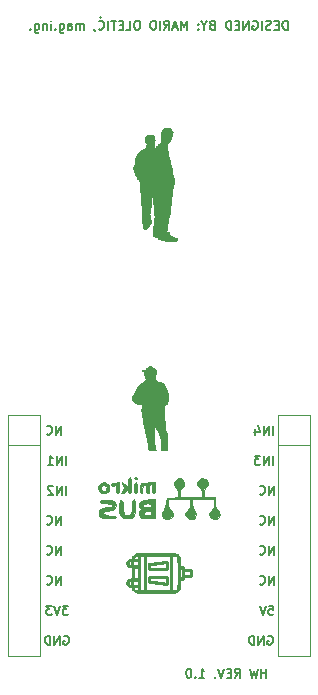
<source format=gbr>
G04 #@! TF.GenerationSoftware,KiCad,Pcbnew,(5.1.5)-3*
G04 #@! TF.CreationDate,2020-05-08T19:39:07+02:00*
G04 #@! TF.ProjectId,DRV8870 BDC Motor Driver,44525638-3837-4302-9042-4443204d6f74,rev?*
G04 #@! TF.SameCoordinates,Original*
G04 #@! TF.FileFunction,Legend,Bot*
G04 #@! TF.FilePolarity,Positive*
%FSLAX46Y46*%
G04 Gerber Fmt 4.6, Leading zero omitted, Abs format (unit mm)*
G04 Created by KiCad (PCBNEW (5.1.5)-3) date 2020-05-08 19:39:07*
%MOMM*%
%LPD*%
G04 APERTURE LIST*
%ADD10C,0.150000*%
%ADD11C,0.010000*%
%ADD12C,0.120000*%
G04 APERTURE END LIST*
D10*
X150585714Y-71464714D02*
X150585714Y-70702714D01*
X150404285Y-70702714D01*
X150295428Y-70739000D01*
X150222857Y-70811571D01*
X150186571Y-70884142D01*
X150150285Y-71029285D01*
X150150285Y-71138142D01*
X150186571Y-71283285D01*
X150222857Y-71355857D01*
X150295428Y-71428428D01*
X150404285Y-71464714D01*
X150585714Y-71464714D01*
X149823714Y-71065571D02*
X149569714Y-71065571D01*
X149460857Y-71464714D02*
X149823714Y-71464714D01*
X149823714Y-70702714D01*
X149460857Y-70702714D01*
X149170571Y-71428428D02*
X149061714Y-71464714D01*
X148880285Y-71464714D01*
X148807714Y-71428428D01*
X148771428Y-71392142D01*
X148735142Y-71319571D01*
X148735142Y-71247000D01*
X148771428Y-71174428D01*
X148807714Y-71138142D01*
X148880285Y-71101857D01*
X149025428Y-71065571D01*
X149098000Y-71029285D01*
X149134285Y-70993000D01*
X149170571Y-70920428D01*
X149170571Y-70847857D01*
X149134285Y-70775285D01*
X149098000Y-70739000D01*
X149025428Y-70702714D01*
X148844000Y-70702714D01*
X148735142Y-70739000D01*
X148408571Y-71464714D02*
X148408571Y-70702714D01*
X147646571Y-70739000D02*
X147719142Y-70702714D01*
X147828000Y-70702714D01*
X147936857Y-70739000D01*
X148009428Y-70811571D01*
X148045714Y-70884142D01*
X148082000Y-71029285D01*
X148082000Y-71138142D01*
X148045714Y-71283285D01*
X148009428Y-71355857D01*
X147936857Y-71428428D01*
X147828000Y-71464714D01*
X147755428Y-71464714D01*
X147646571Y-71428428D01*
X147610285Y-71392142D01*
X147610285Y-71138142D01*
X147755428Y-71138142D01*
X147283714Y-71464714D02*
X147283714Y-70702714D01*
X146848285Y-71464714D01*
X146848285Y-70702714D01*
X146485428Y-71065571D02*
X146231428Y-71065571D01*
X146122571Y-71464714D02*
X146485428Y-71464714D01*
X146485428Y-70702714D01*
X146122571Y-70702714D01*
X145796000Y-71464714D02*
X145796000Y-70702714D01*
X145614571Y-70702714D01*
X145505714Y-70739000D01*
X145433142Y-70811571D01*
X145396857Y-70884142D01*
X145360571Y-71029285D01*
X145360571Y-71138142D01*
X145396857Y-71283285D01*
X145433142Y-71355857D01*
X145505714Y-71428428D01*
X145614571Y-71464714D01*
X145796000Y-71464714D01*
X144199428Y-71065571D02*
X144090571Y-71101857D01*
X144054285Y-71138142D01*
X144018000Y-71210714D01*
X144018000Y-71319571D01*
X144054285Y-71392142D01*
X144090571Y-71428428D01*
X144163142Y-71464714D01*
X144453428Y-71464714D01*
X144453428Y-70702714D01*
X144199428Y-70702714D01*
X144126857Y-70739000D01*
X144090571Y-70775285D01*
X144054285Y-70847857D01*
X144054285Y-70920428D01*
X144090571Y-70993000D01*
X144126857Y-71029285D01*
X144199428Y-71065571D01*
X144453428Y-71065571D01*
X143546285Y-71101857D02*
X143546285Y-71464714D01*
X143800285Y-70702714D02*
X143546285Y-71101857D01*
X143292285Y-70702714D01*
X143038285Y-71392142D02*
X143002000Y-71428428D01*
X143038285Y-71464714D01*
X143074571Y-71428428D01*
X143038285Y-71392142D01*
X143038285Y-71464714D01*
X143038285Y-70993000D02*
X143002000Y-71029285D01*
X143038285Y-71065571D01*
X143074571Y-71029285D01*
X143038285Y-70993000D01*
X143038285Y-71065571D01*
X142094857Y-71464714D02*
X142094857Y-70702714D01*
X141840857Y-71247000D01*
X141586857Y-70702714D01*
X141586857Y-71464714D01*
X141260285Y-71247000D02*
X140897428Y-71247000D01*
X141332857Y-71464714D02*
X141078857Y-70702714D01*
X140824857Y-71464714D01*
X140135428Y-71464714D02*
X140389428Y-71101857D01*
X140570857Y-71464714D02*
X140570857Y-70702714D01*
X140280571Y-70702714D01*
X140208000Y-70739000D01*
X140171714Y-70775285D01*
X140135428Y-70847857D01*
X140135428Y-70956714D01*
X140171714Y-71029285D01*
X140208000Y-71065571D01*
X140280571Y-71101857D01*
X140570857Y-71101857D01*
X139808857Y-71464714D02*
X139808857Y-70702714D01*
X139300857Y-70702714D02*
X139155714Y-70702714D01*
X139083142Y-70739000D01*
X139010571Y-70811571D01*
X138974285Y-70956714D01*
X138974285Y-71210714D01*
X139010571Y-71355857D01*
X139083142Y-71428428D01*
X139155714Y-71464714D01*
X139300857Y-71464714D01*
X139373428Y-71428428D01*
X139446000Y-71355857D01*
X139482285Y-71210714D01*
X139482285Y-70956714D01*
X139446000Y-70811571D01*
X139373428Y-70739000D01*
X139300857Y-70702714D01*
X137922000Y-70702714D02*
X137776857Y-70702714D01*
X137704285Y-70739000D01*
X137631714Y-70811571D01*
X137595428Y-70956714D01*
X137595428Y-71210714D01*
X137631714Y-71355857D01*
X137704285Y-71428428D01*
X137776857Y-71464714D01*
X137922000Y-71464714D01*
X137994571Y-71428428D01*
X138067142Y-71355857D01*
X138103428Y-71210714D01*
X138103428Y-70956714D01*
X138067142Y-70811571D01*
X137994571Y-70739000D01*
X137922000Y-70702714D01*
X136906000Y-71464714D02*
X137268857Y-71464714D01*
X137268857Y-70702714D01*
X136652000Y-71065571D02*
X136398000Y-71065571D01*
X136289142Y-71464714D02*
X136652000Y-71464714D01*
X136652000Y-70702714D01*
X136289142Y-70702714D01*
X136071428Y-70702714D02*
X135636000Y-70702714D01*
X135853714Y-71464714D02*
X135853714Y-70702714D01*
X135382000Y-71464714D02*
X135382000Y-70702714D01*
X134583714Y-71392142D02*
X134620000Y-71428428D01*
X134728857Y-71464714D01*
X134801428Y-71464714D01*
X134910285Y-71428428D01*
X134982857Y-71355857D01*
X135019142Y-71283285D01*
X135055428Y-71138142D01*
X135055428Y-71029285D01*
X135019142Y-70884142D01*
X134982857Y-70811571D01*
X134910285Y-70739000D01*
X134801428Y-70702714D01*
X134728857Y-70702714D01*
X134620000Y-70739000D01*
X134583714Y-70775285D01*
X134692571Y-70412428D02*
X134801428Y-70521285D01*
X134220857Y-71428428D02*
X134220857Y-71464714D01*
X134257142Y-71537285D01*
X134293428Y-71573571D01*
X133313714Y-71464714D02*
X133313714Y-70956714D01*
X133313714Y-71029285D02*
X133277428Y-70993000D01*
X133204857Y-70956714D01*
X133096000Y-70956714D01*
X133023428Y-70993000D01*
X132987142Y-71065571D01*
X132987142Y-71464714D01*
X132987142Y-71065571D02*
X132950857Y-70993000D01*
X132878285Y-70956714D01*
X132769428Y-70956714D01*
X132696857Y-70993000D01*
X132660571Y-71065571D01*
X132660571Y-71464714D01*
X131971142Y-71464714D02*
X131971142Y-71065571D01*
X132007428Y-70993000D01*
X132080000Y-70956714D01*
X132225142Y-70956714D01*
X132297714Y-70993000D01*
X131971142Y-71428428D02*
X132043714Y-71464714D01*
X132225142Y-71464714D01*
X132297714Y-71428428D01*
X132334000Y-71355857D01*
X132334000Y-71283285D01*
X132297714Y-71210714D01*
X132225142Y-71174428D01*
X132043714Y-71174428D01*
X131971142Y-71138142D01*
X131281714Y-70956714D02*
X131281714Y-71573571D01*
X131318000Y-71646142D01*
X131354285Y-71682428D01*
X131426857Y-71718714D01*
X131535714Y-71718714D01*
X131608285Y-71682428D01*
X131281714Y-71428428D02*
X131354285Y-71464714D01*
X131499428Y-71464714D01*
X131572000Y-71428428D01*
X131608285Y-71392142D01*
X131644571Y-71319571D01*
X131644571Y-71101857D01*
X131608285Y-71029285D01*
X131572000Y-70993000D01*
X131499428Y-70956714D01*
X131354285Y-70956714D01*
X131281714Y-70993000D01*
X130918857Y-71392142D02*
X130882571Y-71428428D01*
X130918857Y-71464714D01*
X130955142Y-71428428D01*
X130918857Y-71392142D01*
X130918857Y-71464714D01*
X130556000Y-71464714D02*
X130556000Y-70956714D01*
X130556000Y-70702714D02*
X130592285Y-70739000D01*
X130556000Y-70775285D01*
X130519714Y-70739000D01*
X130556000Y-70702714D01*
X130556000Y-70775285D01*
X130193142Y-70956714D02*
X130193142Y-71464714D01*
X130193142Y-71029285D02*
X130156857Y-70993000D01*
X130084285Y-70956714D01*
X129975428Y-70956714D01*
X129902857Y-70993000D01*
X129866571Y-71065571D01*
X129866571Y-71464714D01*
X129177142Y-70956714D02*
X129177142Y-71573571D01*
X129213428Y-71646142D01*
X129249714Y-71682428D01*
X129322285Y-71718714D01*
X129431142Y-71718714D01*
X129503714Y-71682428D01*
X129177142Y-71428428D02*
X129249714Y-71464714D01*
X129394857Y-71464714D01*
X129467428Y-71428428D01*
X129503714Y-71392142D01*
X129540000Y-71319571D01*
X129540000Y-71101857D01*
X129503714Y-71029285D01*
X129467428Y-70993000D01*
X129394857Y-70956714D01*
X129249714Y-70956714D01*
X129177142Y-70993000D01*
X128814285Y-71392142D02*
X128778000Y-71428428D01*
X128814285Y-71464714D01*
X128850571Y-71428428D01*
X128814285Y-71392142D01*
X128814285Y-71464714D01*
X148789571Y-126328714D02*
X148789571Y-125566714D01*
X148789571Y-125929571D02*
X148354142Y-125929571D01*
X148354142Y-126328714D02*
X148354142Y-125566714D01*
X148063857Y-125566714D02*
X147882428Y-126328714D01*
X147737285Y-125784428D01*
X147592142Y-126328714D01*
X147410714Y-125566714D01*
X146104428Y-126328714D02*
X146358428Y-125965857D01*
X146539857Y-126328714D02*
X146539857Y-125566714D01*
X146249571Y-125566714D01*
X146177000Y-125603000D01*
X146140714Y-125639285D01*
X146104428Y-125711857D01*
X146104428Y-125820714D01*
X146140714Y-125893285D01*
X146177000Y-125929571D01*
X146249571Y-125965857D01*
X146539857Y-125965857D01*
X145777857Y-125929571D02*
X145523857Y-125929571D01*
X145415000Y-126328714D02*
X145777857Y-126328714D01*
X145777857Y-125566714D01*
X145415000Y-125566714D01*
X145197285Y-125566714D02*
X144943285Y-126328714D01*
X144689285Y-125566714D01*
X144435285Y-126256142D02*
X144399000Y-126292428D01*
X144435285Y-126328714D01*
X144471571Y-126292428D01*
X144435285Y-126256142D01*
X144435285Y-126328714D01*
X143092714Y-126328714D02*
X143528142Y-126328714D01*
X143310428Y-126328714D02*
X143310428Y-125566714D01*
X143383000Y-125675571D01*
X143455571Y-125748142D01*
X143528142Y-125784428D01*
X142766142Y-126256142D02*
X142729857Y-126292428D01*
X142766142Y-126328714D01*
X142802428Y-126292428D01*
X142766142Y-126256142D01*
X142766142Y-126328714D01*
X142258142Y-125566714D02*
X142185571Y-125566714D01*
X142113000Y-125603000D01*
X142076714Y-125639285D01*
X142040428Y-125711857D01*
X142004142Y-125857000D01*
X142004142Y-126038428D01*
X142040428Y-126183571D01*
X142076714Y-126256142D01*
X142113000Y-126292428D01*
X142185571Y-126328714D01*
X142258142Y-126328714D01*
X142330714Y-126292428D01*
X142367000Y-126256142D01*
X142403285Y-126183571D01*
X142439571Y-126038428D01*
X142439571Y-125857000D01*
X142403285Y-125711857D01*
X142367000Y-125639285D01*
X142330714Y-125603000D01*
X142258142Y-125566714D01*
X149352000Y-105754714D02*
X149352000Y-104992714D01*
X148989142Y-105754714D02*
X148989142Y-104992714D01*
X148553714Y-105754714D01*
X148553714Y-104992714D01*
X147864285Y-105246714D02*
X147864285Y-105754714D01*
X148045714Y-104956428D02*
X148227142Y-105500714D01*
X147755428Y-105500714D01*
X149352000Y-108294714D02*
X149352000Y-107532714D01*
X148989142Y-108294714D02*
X148989142Y-107532714D01*
X148553714Y-108294714D01*
X148553714Y-107532714D01*
X148263428Y-107532714D02*
X147791714Y-107532714D01*
X148045714Y-107823000D01*
X147936857Y-107823000D01*
X147864285Y-107859285D01*
X147828000Y-107895571D01*
X147791714Y-107968142D01*
X147791714Y-108149571D01*
X147828000Y-108222142D01*
X147864285Y-108258428D01*
X147936857Y-108294714D01*
X148154571Y-108294714D01*
X148227142Y-108258428D01*
X148263428Y-108222142D01*
X149442714Y-110834714D02*
X149442714Y-110072714D01*
X149007285Y-110834714D01*
X149007285Y-110072714D01*
X148209000Y-110762142D02*
X148245285Y-110798428D01*
X148354142Y-110834714D01*
X148426714Y-110834714D01*
X148535571Y-110798428D01*
X148608142Y-110725857D01*
X148644428Y-110653285D01*
X148680714Y-110508142D01*
X148680714Y-110399285D01*
X148644428Y-110254142D01*
X148608142Y-110181571D01*
X148535571Y-110109000D01*
X148426714Y-110072714D01*
X148354142Y-110072714D01*
X148245285Y-110109000D01*
X148209000Y-110145285D01*
X149442714Y-113374714D02*
X149442714Y-112612714D01*
X149007285Y-113374714D01*
X149007285Y-112612714D01*
X148209000Y-113302142D02*
X148245285Y-113338428D01*
X148354142Y-113374714D01*
X148426714Y-113374714D01*
X148535571Y-113338428D01*
X148608142Y-113265857D01*
X148644428Y-113193285D01*
X148680714Y-113048142D01*
X148680714Y-112939285D01*
X148644428Y-112794142D01*
X148608142Y-112721571D01*
X148535571Y-112649000D01*
X148426714Y-112612714D01*
X148354142Y-112612714D01*
X148245285Y-112649000D01*
X148209000Y-112685285D01*
X149442714Y-115914714D02*
X149442714Y-115152714D01*
X149007285Y-115914714D01*
X149007285Y-115152714D01*
X148209000Y-115842142D02*
X148245285Y-115878428D01*
X148354142Y-115914714D01*
X148426714Y-115914714D01*
X148535571Y-115878428D01*
X148608142Y-115805857D01*
X148644428Y-115733285D01*
X148680714Y-115588142D01*
X148680714Y-115479285D01*
X148644428Y-115334142D01*
X148608142Y-115261571D01*
X148535571Y-115189000D01*
X148426714Y-115152714D01*
X148354142Y-115152714D01*
X148245285Y-115189000D01*
X148209000Y-115225285D01*
X149442714Y-118454714D02*
X149442714Y-117692714D01*
X149007285Y-118454714D01*
X149007285Y-117692714D01*
X148209000Y-118382142D02*
X148245285Y-118418428D01*
X148354142Y-118454714D01*
X148426714Y-118454714D01*
X148535571Y-118418428D01*
X148608142Y-118345857D01*
X148644428Y-118273285D01*
X148680714Y-118128142D01*
X148680714Y-118019285D01*
X148644428Y-117874142D01*
X148608142Y-117801571D01*
X148535571Y-117729000D01*
X148426714Y-117692714D01*
X148354142Y-117692714D01*
X148245285Y-117729000D01*
X148209000Y-117765285D01*
X148989142Y-120232714D02*
X149352000Y-120232714D01*
X149388285Y-120595571D01*
X149352000Y-120559285D01*
X149279428Y-120523000D01*
X149098000Y-120523000D01*
X149025428Y-120559285D01*
X148989142Y-120595571D01*
X148952857Y-120668142D01*
X148952857Y-120849571D01*
X148989142Y-120922142D01*
X149025428Y-120958428D01*
X149098000Y-120994714D01*
X149279428Y-120994714D01*
X149352000Y-120958428D01*
X149388285Y-120922142D01*
X148735142Y-120232714D02*
X148481142Y-120994714D01*
X148227142Y-120232714D01*
X148916571Y-122809000D02*
X148989142Y-122772714D01*
X149098000Y-122772714D01*
X149206857Y-122809000D01*
X149279428Y-122881571D01*
X149315714Y-122954142D01*
X149352000Y-123099285D01*
X149352000Y-123208142D01*
X149315714Y-123353285D01*
X149279428Y-123425857D01*
X149206857Y-123498428D01*
X149098000Y-123534714D01*
X149025428Y-123534714D01*
X148916571Y-123498428D01*
X148880285Y-123462142D01*
X148880285Y-123208142D01*
X149025428Y-123208142D01*
X148553714Y-123534714D02*
X148553714Y-122772714D01*
X148118285Y-123534714D01*
X148118285Y-122772714D01*
X147755428Y-123534714D02*
X147755428Y-122772714D01*
X147574000Y-122772714D01*
X147465142Y-122809000D01*
X147392571Y-122881571D01*
X147356285Y-122954142D01*
X147320000Y-123099285D01*
X147320000Y-123208142D01*
X147356285Y-123353285D01*
X147392571Y-123425857D01*
X147465142Y-123498428D01*
X147574000Y-123534714D01*
X147755428Y-123534714D01*
X131644571Y-122809000D02*
X131717142Y-122772714D01*
X131826000Y-122772714D01*
X131934857Y-122809000D01*
X132007428Y-122881571D01*
X132043714Y-122954142D01*
X132080000Y-123099285D01*
X132080000Y-123208142D01*
X132043714Y-123353285D01*
X132007428Y-123425857D01*
X131934857Y-123498428D01*
X131826000Y-123534714D01*
X131753428Y-123534714D01*
X131644571Y-123498428D01*
X131608285Y-123462142D01*
X131608285Y-123208142D01*
X131753428Y-123208142D01*
X131281714Y-123534714D02*
X131281714Y-122772714D01*
X130846285Y-123534714D01*
X130846285Y-122772714D01*
X130483428Y-123534714D02*
X130483428Y-122772714D01*
X130302000Y-122772714D01*
X130193142Y-122809000D01*
X130120571Y-122881571D01*
X130084285Y-122954142D01*
X130048000Y-123099285D01*
X130048000Y-123208142D01*
X130084285Y-123353285D01*
X130120571Y-123425857D01*
X130193142Y-123498428D01*
X130302000Y-123534714D01*
X130483428Y-123534714D01*
X132007428Y-120232714D02*
X131535714Y-120232714D01*
X131789714Y-120523000D01*
X131680857Y-120523000D01*
X131608285Y-120559285D01*
X131572000Y-120595571D01*
X131535714Y-120668142D01*
X131535714Y-120849571D01*
X131572000Y-120922142D01*
X131608285Y-120958428D01*
X131680857Y-120994714D01*
X131898571Y-120994714D01*
X131971142Y-120958428D01*
X132007428Y-120922142D01*
X131318000Y-120232714D02*
X131064000Y-120994714D01*
X130810000Y-120232714D01*
X130628571Y-120232714D02*
X130156857Y-120232714D01*
X130410857Y-120523000D01*
X130302000Y-120523000D01*
X130229428Y-120559285D01*
X130193142Y-120595571D01*
X130156857Y-120668142D01*
X130156857Y-120849571D01*
X130193142Y-120922142D01*
X130229428Y-120958428D01*
X130302000Y-120994714D01*
X130519714Y-120994714D01*
X130592285Y-120958428D01*
X130628571Y-120922142D01*
X131408714Y-118454714D02*
X131408714Y-117692714D01*
X130973285Y-118454714D01*
X130973285Y-117692714D01*
X130175000Y-118382142D02*
X130211285Y-118418428D01*
X130320142Y-118454714D01*
X130392714Y-118454714D01*
X130501571Y-118418428D01*
X130574142Y-118345857D01*
X130610428Y-118273285D01*
X130646714Y-118128142D01*
X130646714Y-118019285D01*
X130610428Y-117874142D01*
X130574142Y-117801571D01*
X130501571Y-117729000D01*
X130392714Y-117692714D01*
X130320142Y-117692714D01*
X130211285Y-117729000D01*
X130175000Y-117765285D01*
X131408714Y-115914714D02*
X131408714Y-115152714D01*
X130973285Y-115914714D01*
X130973285Y-115152714D01*
X130175000Y-115842142D02*
X130211285Y-115878428D01*
X130320142Y-115914714D01*
X130392714Y-115914714D01*
X130501571Y-115878428D01*
X130574142Y-115805857D01*
X130610428Y-115733285D01*
X130646714Y-115588142D01*
X130646714Y-115479285D01*
X130610428Y-115334142D01*
X130574142Y-115261571D01*
X130501571Y-115189000D01*
X130392714Y-115152714D01*
X130320142Y-115152714D01*
X130211285Y-115189000D01*
X130175000Y-115225285D01*
X131408714Y-113374714D02*
X131408714Y-112612714D01*
X130973285Y-113374714D01*
X130973285Y-112612714D01*
X130175000Y-113302142D02*
X130211285Y-113338428D01*
X130320142Y-113374714D01*
X130392714Y-113374714D01*
X130501571Y-113338428D01*
X130574142Y-113265857D01*
X130610428Y-113193285D01*
X130646714Y-113048142D01*
X130646714Y-112939285D01*
X130610428Y-112794142D01*
X130574142Y-112721571D01*
X130501571Y-112649000D01*
X130392714Y-112612714D01*
X130320142Y-112612714D01*
X130211285Y-112649000D01*
X130175000Y-112685285D01*
X131826000Y-110834714D02*
X131826000Y-110072714D01*
X131463142Y-110834714D02*
X131463142Y-110072714D01*
X131027714Y-110834714D01*
X131027714Y-110072714D01*
X130701142Y-110145285D02*
X130664857Y-110109000D01*
X130592285Y-110072714D01*
X130410857Y-110072714D01*
X130338285Y-110109000D01*
X130302000Y-110145285D01*
X130265714Y-110217857D01*
X130265714Y-110290428D01*
X130302000Y-110399285D01*
X130737428Y-110834714D01*
X130265714Y-110834714D01*
X131826000Y-108294714D02*
X131826000Y-107532714D01*
X131463142Y-108294714D02*
X131463142Y-107532714D01*
X131027714Y-108294714D01*
X131027714Y-107532714D01*
X130265714Y-108294714D02*
X130701142Y-108294714D01*
X130483428Y-108294714D02*
X130483428Y-107532714D01*
X130556000Y-107641571D01*
X130628571Y-107714142D01*
X130701142Y-107750428D01*
X131408714Y-105754714D02*
X131408714Y-104992714D01*
X130973285Y-105754714D01*
X130973285Y-104992714D01*
X130175000Y-105682142D02*
X130211285Y-105718428D01*
X130320142Y-105754714D01*
X130392714Y-105754714D01*
X130501571Y-105718428D01*
X130574142Y-105645857D01*
X130610428Y-105573285D01*
X130646714Y-105428142D01*
X130646714Y-105319285D01*
X130610428Y-105174142D01*
X130574142Y-105101571D01*
X130501571Y-105029000D01*
X130392714Y-104992714D01*
X130320142Y-104992714D01*
X130211285Y-105029000D01*
X130175000Y-105065285D01*
D11*
G36*
X137298546Y-116736091D02*
G01*
X137483273Y-116736091D01*
X137483273Y-116551364D01*
X137298546Y-116551364D01*
X137298546Y-116736091D01*
G37*
X137298546Y-116736091D02*
X137483273Y-116736091D01*
X137483273Y-116551364D01*
X137298546Y-116551364D01*
X137298546Y-116736091D01*
G36*
X137298546Y-118398636D02*
G01*
X137483273Y-118398636D01*
X137483273Y-118213909D01*
X137298546Y-118213909D01*
X137298546Y-118398636D01*
G37*
X137298546Y-118398636D02*
X137483273Y-118398636D01*
X137483273Y-118213909D01*
X137298546Y-118213909D01*
X137298546Y-118398636D01*
G36*
X140341554Y-116460403D02*
G01*
X140305063Y-116464450D01*
X140249657Y-116470900D01*
X140177333Y-116479512D01*
X140090086Y-116490043D01*
X139989915Y-116502254D01*
X139878817Y-116515901D01*
X139758788Y-116530745D01*
X139631826Y-116546542D01*
X139593225Y-116551364D01*
X139465081Y-116567363D01*
X139343660Y-116582485D01*
X139230908Y-116596488D01*
X139128771Y-116609133D01*
X139039197Y-116620179D01*
X138964132Y-116629388D01*
X138905523Y-116636518D01*
X138865317Y-116641331D01*
X138845461Y-116643585D01*
X138843731Y-116643727D01*
X138829045Y-116651199D01*
X138807364Y-116669450D01*
X138804703Y-116672066D01*
X138794883Y-116682490D01*
X138787642Y-116693582D01*
X138782588Y-116708789D01*
X138779327Y-116731561D01*
X138777466Y-116765346D01*
X138776613Y-116813592D01*
X138776375Y-116879749D01*
X138776364Y-116920818D01*
X138776442Y-116997271D01*
X138776937Y-117054082D01*
X138778242Y-117094699D01*
X138780751Y-117122571D01*
X138784855Y-117141147D01*
X138790949Y-117153874D01*
X138799424Y-117164203D01*
X138804703Y-117169570D01*
X138833041Y-117197909D01*
X140382232Y-117197909D01*
X140410570Y-117169570D01*
X140438909Y-117141231D01*
X140438909Y-117013182D01*
X140254182Y-117013182D01*
X138961091Y-117013182D01*
X138961091Y-116915045D01*
X138961849Y-116870696D01*
X138963873Y-116836778D01*
X138966785Y-116818593D01*
X138968072Y-116816909D01*
X138981499Y-116815513D01*
X139015256Y-116811540D01*
X139066768Y-116805312D01*
X139133455Y-116797153D01*
X139212742Y-116787383D01*
X139302051Y-116776325D01*
X139398804Y-116764303D01*
X139500424Y-116751637D01*
X139604335Y-116738651D01*
X139707959Y-116725667D01*
X139808718Y-116713006D01*
X139904035Y-116700993D01*
X139991333Y-116689948D01*
X140068036Y-116680194D01*
X140131564Y-116672054D01*
X140179342Y-116665850D01*
X140208792Y-116661904D01*
X140216659Y-116660743D01*
X140254182Y-116654226D01*
X140254182Y-117013182D01*
X140438909Y-117013182D01*
X140438909Y-116515678D01*
X140410570Y-116487339D01*
X140384051Y-116467790D01*
X140358395Y-116459034D01*
X140357131Y-116459000D01*
X140341554Y-116460403D01*
G37*
X140341554Y-116460403D02*
X140305063Y-116464450D01*
X140249657Y-116470900D01*
X140177333Y-116479512D01*
X140090086Y-116490043D01*
X139989915Y-116502254D01*
X139878817Y-116515901D01*
X139758788Y-116530745D01*
X139631826Y-116546542D01*
X139593225Y-116551364D01*
X139465081Y-116567363D01*
X139343660Y-116582485D01*
X139230908Y-116596488D01*
X139128771Y-116609133D01*
X139039197Y-116620179D01*
X138964132Y-116629388D01*
X138905523Y-116636518D01*
X138865317Y-116641331D01*
X138845461Y-116643585D01*
X138843731Y-116643727D01*
X138829045Y-116651199D01*
X138807364Y-116669450D01*
X138804703Y-116672066D01*
X138794883Y-116682490D01*
X138787642Y-116693582D01*
X138782588Y-116708789D01*
X138779327Y-116731561D01*
X138777466Y-116765346D01*
X138776613Y-116813592D01*
X138776375Y-116879749D01*
X138776364Y-116920818D01*
X138776442Y-116997271D01*
X138776937Y-117054082D01*
X138778242Y-117094699D01*
X138780751Y-117122571D01*
X138784855Y-117141147D01*
X138790949Y-117153874D01*
X138799424Y-117164203D01*
X138804703Y-117169570D01*
X138833041Y-117197909D01*
X140382232Y-117197909D01*
X140410570Y-117169570D01*
X140438909Y-117141231D01*
X140438909Y-117013182D01*
X140254182Y-117013182D01*
X138961091Y-117013182D01*
X138961091Y-116915045D01*
X138961849Y-116870696D01*
X138963873Y-116836778D01*
X138966785Y-116818593D01*
X138968072Y-116816909D01*
X138981499Y-116815513D01*
X139015256Y-116811540D01*
X139066768Y-116805312D01*
X139133455Y-116797153D01*
X139212742Y-116787383D01*
X139302051Y-116776325D01*
X139398804Y-116764303D01*
X139500424Y-116751637D01*
X139604335Y-116738651D01*
X139707959Y-116725667D01*
X139808718Y-116713006D01*
X139904035Y-116700993D01*
X139991333Y-116689948D01*
X140068036Y-116680194D01*
X140131564Y-116672054D01*
X140179342Y-116665850D01*
X140208792Y-116661904D01*
X140216659Y-116660743D01*
X140254182Y-116654226D01*
X140254182Y-117013182D01*
X140438909Y-117013182D01*
X140438909Y-116515678D01*
X140410570Y-116487339D01*
X140384051Y-116467790D01*
X140358395Y-116459034D01*
X140357131Y-116459000D01*
X140341554Y-116460403D01*
G36*
X138804703Y-117780430D02*
G01*
X138794883Y-117790854D01*
X138787642Y-117801945D01*
X138782588Y-117817153D01*
X138779327Y-117839925D01*
X138777466Y-117873710D01*
X138776613Y-117921956D01*
X138776375Y-117988113D01*
X138776364Y-118029182D01*
X138776442Y-118105635D01*
X138776937Y-118162446D01*
X138778242Y-118203063D01*
X138780751Y-118230935D01*
X138784855Y-118249510D01*
X138790949Y-118262238D01*
X138799424Y-118272566D01*
X138804703Y-118277934D01*
X138827255Y-118297117D01*
X138844526Y-118306167D01*
X138845727Y-118306273D01*
X138859106Y-118307672D01*
X138893440Y-118311711D01*
X138946774Y-118318148D01*
X139017154Y-118326742D01*
X139102623Y-118337254D01*
X139201226Y-118349441D01*
X139311009Y-118363065D01*
X139430016Y-118377883D01*
X139556292Y-118393655D01*
X139596091Y-118398636D01*
X139724592Y-118414680D01*
X139846727Y-118429839D01*
X139960500Y-118443872D01*
X140063917Y-118456537D01*
X140154980Y-118467593D01*
X140231696Y-118476797D01*
X140292067Y-118483907D01*
X140334100Y-118488682D01*
X140355797Y-118490879D01*
X140358000Y-118491000D01*
X140382539Y-118483155D01*
X140409075Y-118464124D01*
X140410570Y-118462661D01*
X140438909Y-118434322D01*
X140438909Y-117936818D01*
X140254182Y-117936818D01*
X140254182Y-118295773D01*
X140216659Y-118289254D01*
X140198171Y-118286594D01*
X140159067Y-118281388D01*
X140101647Y-118273928D01*
X140028209Y-118264507D01*
X139941054Y-118253418D01*
X139842480Y-118240956D01*
X139734788Y-118227412D01*
X139620277Y-118213082D01*
X139578841Y-118207912D01*
X139463631Y-118193573D01*
X139355355Y-118180135D01*
X139256173Y-118167865D01*
X139168246Y-118157027D01*
X139093733Y-118147888D01*
X139034795Y-118140713D01*
X138993591Y-118135766D01*
X138972282Y-118133314D01*
X138969818Y-118133091D01*
X138965874Y-118122431D01*
X138962858Y-118093985D01*
X138961241Y-118053053D01*
X138961091Y-118034954D01*
X138961091Y-117936818D01*
X140254182Y-117936818D01*
X140438909Y-117936818D01*
X140438909Y-117808768D01*
X140410570Y-117780430D01*
X140382232Y-117752091D01*
X138833041Y-117752091D01*
X138804703Y-117780430D01*
G37*
X138804703Y-117780430D02*
X138794883Y-117790854D01*
X138787642Y-117801945D01*
X138782588Y-117817153D01*
X138779327Y-117839925D01*
X138777466Y-117873710D01*
X138776613Y-117921956D01*
X138776375Y-117988113D01*
X138776364Y-118029182D01*
X138776442Y-118105635D01*
X138776937Y-118162446D01*
X138778242Y-118203063D01*
X138780751Y-118230935D01*
X138784855Y-118249510D01*
X138790949Y-118262238D01*
X138799424Y-118272566D01*
X138804703Y-118277934D01*
X138827255Y-118297117D01*
X138844526Y-118306167D01*
X138845727Y-118306273D01*
X138859106Y-118307672D01*
X138893440Y-118311711D01*
X138946774Y-118318148D01*
X139017154Y-118326742D01*
X139102623Y-118337254D01*
X139201226Y-118349441D01*
X139311009Y-118363065D01*
X139430016Y-118377883D01*
X139556292Y-118393655D01*
X139596091Y-118398636D01*
X139724592Y-118414680D01*
X139846727Y-118429839D01*
X139960500Y-118443872D01*
X140063917Y-118456537D01*
X140154980Y-118467593D01*
X140231696Y-118476797D01*
X140292067Y-118483907D01*
X140334100Y-118488682D01*
X140355797Y-118490879D01*
X140358000Y-118491000D01*
X140382539Y-118483155D01*
X140409075Y-118464124D01*
X140410570Y-118462661D01*
X140438909Y-118434322D01*
X140438909Y-117936818D01*
X140254182Y-117936818D01*
X140254182Y-118295773D01*
X140216659Y-118289254D01*
X140198171Y-118286594D01*
X140159067Y-118281388D01*
X140101647Y-118273928D01*
X140028209Y-118264507D01*
X139941054Y-118253418D01*
X139842480Y-118240956D01*
X139734788Y-118227412D01*
X139620277Y-118213082D01*
X139578841Y-118207912D01*
X139463631Y-118193573D01*
X139355355Y-118180135D01*
X139256173Y-118167865D01*
X139168246Y-118157027D01*
X139093733Y-118147888D01*
X139034795Y-118140713D01*
X138993591Y-118135766D01*
X138972282Y-118133314D01*
X138969818Y-118133091D01*
X138965874Y-118122431D01*
X138962858Y-118093985D01*
X138961241Y-118053053D01*
X138961091Y-118034954D01*
X138961091Y-117936818D01*
X140254182Y-117936818D01*
X140438909Y-117936818D01*
X140438909Y-117808768D01*
X140410570Y-117780430D01*
X140382232Y-117752091D01*
X138833041Y-117752091D01*
X138804703Y-117780430D01*
G36*
X139195951Y-115812461D02*
G01*
X138990914Y-115812491D01*
X138806626Y-115812559D01*
X138641917Y-115812683D01*
X138495616Y-115812876D01*
X138366553Y-115813156D01*
X138253557Y-115813537D01*
X138155457Y-115814036D01*
X138071082Y-115814668D01*
X137999263Y-115815448D01*
X137938827Y-115816393D01*
X137888606Y-115817518D01*
X137847427Y-115818839D01*
X137814120Y-115820371D01*
X137787515Y-115822130D01*
X137766441Y-115824131D01*
X137749727Y-115826392D01*
X137736203Y-115828926D01*
X137724698Y-115831750D01*
X137714041Y-115834880D01*
X137712512Y-115835355D01*
X137626784Y-115873512D01*
X137547440Y-115931116D01*
X137480472Y-116003230D01*
X137450918Y-116050462D01*
X137424234Y-116107984D01*
X137403598Y-116167418D01*
X137392188Y-116220385D01*
X137390909Y-116239405D01*
X137390122Y-116255103D01*
X137384673Y-116264870D01*
X137369932Y-116270512D01*
X137341265Y-116273836D01*
X137295659Y-116276561D01*
X137211917Y-116286601D01*
X137143136Y-116308310D01*
X137083037Y-116344302D01*
X137038469Y-116383651D01*
X136989405Y-116440274D01*
X136957627Y-116497466D01*
X136940426Y-116562041D01*
X136935094Y-116640813D01*
X136935089Y-116643727D01*
X136940076Y-116723082D01*
X136956843Y-116788017D01*
X136988098Y-116845344D01*
X137036550Y-116901877D01*
X137038469Y-116903804D01*
X137096160Y-116952654D01*
X137157669Y-116985195D01*
X137229276Y-117004044D01*
X137295659Y-117010894D01*
X137390909Y-117016077D01*
X137390909Y-117933922D01*
X137295659Y-117939106D01*
X137211917Y-117949147D01*
X137143136Y-117970856D01*
X137083037Y-118006848D01*
X137038469Y-118046196D01*
X136989405Y-118102819D01*
X136957627Y-118160011D01*
X136940426Y-118224587D01*
X136935094Y-118303358D01*
X136935089Y-118306273D01*
X136940076Y-118385628D01*
X136956843Y-118450562D01*
X136988098Y-118507889D01*
X137036550Y-118564422D01*
X137038469Y-118566349D01*
X137096160Y-118615199D01*
X137157669Y-118647741D01*
X137229276Y-118666589D01*
X137295659Y-118673439D01*
X137342299Y-118676241D01*
X137370512Y-118679606D01*
X137384931Y-118685339D01*
X137390186Y-118695247D01*
X137390909Y-118710595D01*
X137397277Y-118758089D01*
X137414263Y-118815722D01*
X137438688Y-118875113D01*
X137467376Y-118927883D01*
X137480472Y-118946769D01*
X137548682Y-119019982D01*
X137628173Y-119077292D01*
X137712512Y-119114645D01*
X137723122Y-119117816D01*
X137734398Y-119120679D01*
X137747509Y-119123249D01*
X137763622Y-119125542D01*
X137783908Y-119127574D01*
X137809536Y-119129358D01*
X137841674Y-119130911D01*
X137881492Y-119132247D01*
X137930158Y-119133382D01*
X137988843Y-119134330D01*
X138058714Y-119135108D01*
X138140941Y-119135730D01*
X138236693Y-119136211D01*
X138347139Y-119136566D01*
X138473449Y-119136812D01*
X138616790Y-119136962D01*
X138778333Y-119137032D01*
X138959246Y-119137037D01*
X139160699Y-119136993D01*
X139383860Y-119136914D01*
X139427012Y-119136897D01*
X139654392Y-119136799D01*
X139859847Y-119136684D01*
X140044543Y-119136535D01*
X140209646Y-119136338D01*
X140356321Y-119136077D01*
X140485735Y-119135736D01*
X140599053Y-119135299D01*
X140697442Y-119134752D01*
X140782066Y-119134078D01*
X140854092Y-119133261D01*
X140914686Y-119132287D01*
X140965014Y-119131139D01*
X141006241Y-119129803D01*
X141039534Y-119128262D01*
X141066058Y-119126500D01*
X141086979Y-119124503D01*
X141103464Y-119122255D01*
X141116677Y-119119739D01*
X141127785Y-119116941D01*
X141137409Y-119114020D01*
X141222681Y-119075120D01*
X141299899Y-119017615D01*
X141364968Y-118945649D01*
X141413791Y-118863366D01*
X141432009Y-118815943D01*
X141438536Y-118793261D01*
X141443702Y-118769783D01*
X141447663Y-118742566D01*
X141450576Y-118708668D01*
X141452596Y-118665147D01*
X141453882Y-118609061D01*
X141454589Y-118537468D01*
X141454875Y-118447426D01*
X141454909Y-118385875D01*
X141454909Y-118029182D01*
X141611298Y-118029182D01*
X141674388Y-118028988D01*
X141718704Y-118027965D01*
X141748559Y-118025452D01*
X141768270Y-118020785D01*
X141782150Y-118013304D01*
X141794515Y-118002346D01*
X141796025Y-118000843D01*
X141813497Y-117978634D01*
X141822025Y-117951790D01*
X141824360Y-117911407D01*
X141824364Y-117909083D01*
X141824364Y-117845661D01*
X142089095Y-117842171D01*
X142178933Y-117840844D01*
X142248869Y-117839018D01*
X142302087Y-117835946D01*
X142341773Y-117830874D01*
X142371114Y-117823054D01*
X142393296Y-117811735D01*
X142411504Y-117796165D01*
X142428924Y-117775595D01*
X142441332Y-117759190D01*
X142449156Y-117747417D01*
X142455053Y-117733726D01*
X142459294Y-117714884D01*
X142462148Y-117687660D01*
X142463888Y-117648820D01*
X142464784Y-117595132D01*
X142465106Y-117523365D01*
X142465136Y-117475000D01*
X142465014Y-117391907D01*
X142464468Y-117328673D01*
X142463445Y-117290273D01*
X142286182Y-117290273D01*
X142286182Y-117659727D01*
X141824364Y-117659727D01*
X141824364Y-117290273D01*
X142286182Y-117290273D01*
X142463445Y-117290273D01*
X142463226Y-117282065D01*
X142461018Y-117248850D01*
X142457574Y-117225796D01*
X142452622Y-117209671D01*
X142445891Y-117197243D01*
X142441332Y-117190810D01*
X142422715Y-117166587D01*
X142405382Y-117147853D01*
X142386145Y-117133857D01*
X142361819Y-117123848D01*
X142329219Y-117117076D01*
X142285158Y-117112789D01*
X142226449Y-117110239D01*
X142149908Y-117108673D01*
X142089095Y-117107828D01*
X141915871Y-117105545D01*
X141639636Y-117105545D01*
X141639636Y-117844454D01*
X141454909Y-117844454D01*
X141454909Y-117475000D01*
X141264409Y-117475000D01*
X141264397Y-117674232D01*
X141264345Y-117851681D01*
X141264233Y-118008654D01*
X141264039Y-118146457D01*
X141263742Y-118266399D01*
X141263321Y-118369786D01*
X141262753Y-118457927D01*
X141262018Y-118532127D01*
X141261094Y-118593695D01*
X141259960Y-118643937D01*
X141258595Y-118684161D01*
X141256976Y-118715675D01*
X141255084Y-118739785D01*
X141252896Y-118757799D01*
X141250391Y-118771025D01*
X141247547Y-118780768D01*
X141244344Y-118788338D01*
X141242887Y-118791182D01*
X141193945Y-118860616D01*
X141130989Y-118911807D01*
X141062439Y-118942031D01*
X141038473Y-118945970D01*
X140998213Y-118949230D01*
X140948457Y-118951339D01*
X140920932Y-118951826D01*
X140808364Y-118952818D01*
X140808364Y-115997182D01*
X140623636Y-115997182D01*
X140623636Y-118952818D01*
X138591636Y-118952818D01*
X138591636Y-115997182D01*
X138406909Y-115997182D01*
X138406909Y-118952818D01*
X138129818Y-118952818D01*
X138129818Y-118675727D01*
X137945091Y-118675727D01*
X137945091Y-118955855D01*
X137861386Y-118950389D01*
X137794744Y-118941627D01*
X137741401Y-118925712D01*
X137731500Y-118921064D01*
X137665788Y-118874643D01*
X137616437Y-118812983D01*
X137585714Y-118739135D01*
X137581114Y-118718624D01*
X137573067Y-118675727D01*
X137945091Y-118675727D01*
X138129818Y-118675727D01*
X138129818Y-118491000D01*
X137945091Y-118491000D01*
X137603359Y-118491000D01*
X137502805Y-118490846D01*
X137422657Y-118490297D01*
X137360231Y-118489220D01*
X137312844Y-118487480D01*
X137277813Y-118484945D01*
X137252454Y-118481481D01*
X137234083Y-118476956D01*
X137221707Y-118472057D01*
X137170910Y-118436642D01*
X137136779Y-118389439D01*
X137119664Y-118334998D01*
X137119915Y-118277871D01*
X137137882Y-118222610D01*
X137173915Y-118173764D01*
X137197261Y-118154268D01*
X137208427Y-118146686D01*
X137220079Y-118140650D01*
X137234882Y-118135953D01*
X137255501Y-118132388D01*
X137284599Y-118129750D01*
X137324843Y-118127831D01*
X137378895Y-118126424D01*
X137449420Y-118125325D01*
X137539084Y-118124325D01*
X137590068Y-118123816D01*
X137945091Y-118120314D01*
X137945091Y-118491000D01*
X138129818Y-118491000D01*
X138129818Y-117013182D01*
X137945091Y-117013182D01*
X137945091Y-117936818D01*
X137575636Y-117936818D01*
X137575636Y-117013182D01*
X137945091Y-117013182D01*
X138129818Y-117013182D01*
X138129818Y-116459000D01*
X137945091Y-116459000D01*
X137945091Y-116828454D01*
X137603359Y-116828454D01*
X137502805Y-116828301D01*
X137422657Y-116827752D01*
X137360231Y-116826674D01*
X137312844Y-116824934D01*
X137277813Y-116822399D01*
X137252454Y-116818936D01*
X137234083Y-116814411D01*
X137221707Y-116809511D01*
X137188495Y-116787541D01*
X137156610Y-116757036D01*
X137150689Y-116749762D01*
X137131253Y-116719079D01*
X137122060Y-116687021D01*
X137119954Y-116644144D01*
X137129007Y-116579959D01*
X137156229Y-116529393D01*
X137202923Y-116490293D01*
X137218240Y-116481829D01*
X137232514Y-116475247D01*
X137248437Y-116470062D01*
X137268804Y-116466109D01*
X137296406Y-116463222D01*
X137334038Y-116461237D01*
X137384491Y-116459988D01*
X137450559Y-116459310D01*
X137535035Y-116459038D01*
X137604040Y-116459000D01*
X137945091Y-116459000D01*
X138129818Y-116459000D01*
X138129818Y-116274273D01*
X137945091Y-116274273D01*
X137573067Y-116274273D01*
X137581114Y-116231376D01*
X137606091Y-116153950D01*
X137648589Y-116091052D01*
X137707446Y-116043645D01*
X137781500Y-116012690D01*
X137861386Y-115999611D01*
X137945091Y-115994145D01*
X137945091Y-116274273D01*
X138129818Y-116274273D01*
X138129818Y-115997182D01*
X138406909Y-115997182D01*
X138591636Y-115997182D01*
X140623636Y-115997182D01*
X140808364Y-115997182D01*
X140808364Y-115994690D01*
X140938250Y-115999339D01*
X141001478Y-116002494D01*
X141047220Y-116007289D01*
X141081072Y-116014646D01*
X141108628Y-116025490D01*
X141114318Y-116028391D01*
X141180670Y-116076295D01*
X141233123Y-116141693D01*
X141242887Y-116158818D01*
X141246247Y-116165864D01*
X141249239Y-116174536D01*
X141251884Y-116186141D01*
X141254203Y-116201985D01*
X141256217Y-116223377D01*
X141257947Y-116251624D01*
X141259416Y-116288033D01*
X141260645Y-116333910D01*
X141261654Y-116390565D01*
X141262466Y-116459303D01*
X141263101Y-116541432D01*
X141263582Y-116638260D01*
X141263928Y-116751093D01*
X141264163Y-116881240D01*
X141264307Y-117030006D01*
X141264381Y-117198700D01*
X141264407Y-117388629D01*
X141264409Y-117475000D01*
X141454909Y-117475000D01*
X141454909Y-117105545D01*
X141639636Y-117105545D01*
X141915871Y-117105545D01*
X141824364Y-117104339D01*
X141824364Y-117040917D01*
X141822247Y-116999699D01*
X141814063Y-116972429D01*
X141797062Y-116950202D01*
X141796025Y-116949157D01*
X141783558Y-116937759D01*
X141770069Y-116929914D01*
X141751243Y-116924960D01*
X141722765Y-116922234D01*
X141680320Y-116921074D01*
X141619592Y-116920819D01*
X141611298Y-116920818D01*
X141454909Y-116920818D01*
X141454909Y-116564125D01*
X141454796Y-116462089D01*
X141454351Y-116380201D01*
X141453419Y-116315519D01*
X141451841Y-116265101D01*
X141449463Y-116226005D01*
X141446127Y-116195289D01*
X141441676Y-116170011D01*
X141435954Y-116147228D01*
X141432009Y-116134057D01*
X141393152Y-116046729D01*
X141335631Y-115968224D01*
X141263340Y-115902436D01*
X141180174Y-115853261D01*
X141133307Y-115835355D01*
X141122675Y-115832180D01*
X141111364Y-115829313D01*
X141098201Y-115826738D01*
X141082017Y-115824440D01*
X141061641Y-115822402D01*
X141035902Y-115820609D01*
X141003629Y-115819045D01*
X140963652Y-115817695D01*
X140914801Y-115816543D01*
X140855904Y-115815574D01*
X140785790Y-115814770D01*
X140703290Y-115814118D01*
X140607232Y-115813601D01*
X140496446Y-115813204D01*
X140369761Y-115812911D01*
X140226007Y-115812706D01*
X140064012Y-115812573D01*
X139882607Y-115812498D01*
X139680620Y-115812463D01*
X139456881Y-115812454D01*
X139422909Y-115812454D01*
X139195951Y-115812461D01*
G37*
X139195951Y-115812461D02*
X138990914Y-115812491D01*
X138806626Y-115812559D01*
X138641917Y-115812683D01*
X138495616Y-115812876D01*
X138366553Y-115813156D01*
X138253557Y-115813537D01*
X138155457Y-115814036D01*
X138071082Y-115814668D01*
X137999263Y-115815448D01*
X137938827Y-115816393D01*
X137888606Y-115817518D01*
X137847427Y-115818839D01*
X137814120Y-115820371D01*
X137787515Y-115822130D01*
X137766441Y-115824131D01*
X137749727Y-115826392D01*
X137736203Y-115828926D01*
X137724698Y-115831750D01*
X137714041Y-115834880D01*
X137712512Y-115835355D01*
X137626784Y-115873512D01*
X137547440Y-115931116D01*
X137480472Y-116003230D01*
X137450918Y-116050462D01*
X137424234Y-116107984D01*
X137403598Y-116167418D01*
X137392188Y-116220385D01*
X137390909Y-116239405D01*
X137390122Y-116255103D01*
X137384673Y-116264870D01*
X137369932Y-116270512D01*
X137341265Y-116273836D01*
X137295659Y-116276561D01*
X137211917Y-116286601D01*
X137143136Y-116308310D01*
X137083037Y-116344302D01*
X137038469Y-116383651D01*
X136989405Y-116440274D01*
X136957627Y-116497466D01*
X136940426Y-116562041D01*
X136935094Y-116640813D01*
X136935089Y-116643727D01*
X136940076Y-116723082D01*
X136956843Y-116788017D01*
X136988098Y-116845344D01*
X137036550Y-116901877D01*
X137038469Y-116903804D01*
X137096160Y-116952654D01*
X137157669Y-116985195D01*
X137229276Y-117004044D01*
X137295659Y-117010894D01*
X137390909Y-117016077D01*
X137390909Y-117933922D01*
X137295659Y-117939106D01*
X137211917Y-117949147D01*
X137143136Y-117970856D01*
X137083037Y-118006848D01*
X137038469Y-118046196D01*
X136989405Y-118102819D01*
X136957627Y-118160011D01*
X136940426Y-118224587D01*
X136935094Y-118303358D01*
X136935089Y-118306273D01*
X136940076Y-118385628D01*
X136956843Y-118450562D01*
X136988098Y-118507889D01*
X137036550Y-118564422D01*
X137038469Y-118566349D01*
X137096160Y-118615199D01*
X137157669Y-118647741D01*
X137229276Y-118666589D01*
X137295659Y-118673439D01*
X137342299Y-118676241D01*
X137370512Y-118679606D01*
X137384931Y-118685339D01*
X137390186Y-118695247D01*
X137390909Y-118710595D01*
X137397277Y-118758089D01*
X137414263Y-118815722D01*
X137438688Y-118875113D01*
X137467376Y-118927883D01*
X137480472Y-118946769D01*
X137548682Y-119019982D01*
X137628173Y-119077292D01*
X137712512Y-119114645D01*
X137723122Y-119117816D01*
X137734398Y-119120679D01*
X137747509Y-119123249D01*
X137763622Y-119125542D01*
X137783908Y-119127574D01*
X137809536Y-119129358D01*
X137841674Y-119130911D01*
X137881492Y-119132247D01*
X137930158Y-119133382D01*
X137988843Y-119134330D01*
X138058714Y-119135108D01*
X138140941Y-119135730D01*
X138236693Y-119136211D01*
X138347139Y-119136566D01*
X138473449Y-119136812D01*
X138616790Y-119136962D01*
X138778333Y-119137032D01*
X138959246Y-119137037D01*
X139160699Y-119136993D01*
X139383860Y-119136914D01*
X139427012Y-119136897D01*
X139654392Y-119136799D01*
X139859847Y-119136684D01*
X140044543Y-119136535D01*
X140209646Y-119136338D01*
X140356321Y-119136077D01*
X140485735Y-119135736D01*
X140599053Y-119135299D01*
X140697442Y-119134752D01*
X140782066Y-119134078D01*
X140854092Y-119133261D01*
X140914686Y-119132287D01*
X140965014Y-119131139D01*
X141006241Y-119129803D01*
X141039534Y-119128262D01*
X141066058Y-119126500D01*
X141086979Y-119124503D01*
X141103464Y-119122255D01*
X141116677Y-119119739D01*
X141127785Y-119116941D01*
X141137409Y-119114020D01*
X141222681Y-119075120D01*
X141299899Y-119017615D01*
X141364968Y-118945649D01*
X141413791Y-118863366D01*
X141432009Y-118815943D01*
X141438536Y-118793261D01*
X141443702Y-118769783D01*
X141447663Y-118742566D01*
X141450576Y-118708668D01*
X141452596Y-118665147D01*
X141453882Y-118609061D01*
X141454589Y-118537468D01*
X141454875Y-118447426D01*
X141454909Y-118385875D01*
X141454909Y-118029182D01*
X141611298Y-118029182D01*
X141674388Y-118028988D01*
X141718704Y-118027965D01*
X141748559Y-118025452D01*
X141768270Y-118020785D01*
X141782150Y-118013304D01*
X141794515Y-118002346D01*
X141796025Y-118000843D01*
X141813497Y-117978634D01*
X141822025Y-117951790D01*
X141824360Y-117911407D01*
X141824364Y-117909083D01*
X141824364Y-117845661D01*
X142089095Y-117842171D01*
X142178933Y-117840844D01*
X142248869Y-117839018D01*
X142302087Y-117835946D01*
X142341773Y-117830874D01*
X142371114Y-117823054D01*
X142393296Y-117811735D01*
X142411504Y-117796165D01*
X142428924Y-117775595D01*
X142441332Y-117759190D01*
X142449156Y-117747417D01*
X142455053Y-117733726D01*
X142459294Y-117714884D01*
X142462148Y-117687660D01*
X142463888Y-117648820D01*
X142464784Y-117595132D01*
X142465106Y-117523365D01*
X142465136Y-117475000D01*
X142465014Y-117391907D01*
X142464468Y-117328673D01*
X142463445Y-117290273D01*
X142286182Y-117290273D01*
X142286182Y-117659727D01*
X141824364Y-117659727D01*
X141824364Y-117290273D01*
X142286182Y-117290273D01*
X142463445Y-117290273D01*
X142463226Y-117282065D01*
X142461018Y-117248850D01*
X142457574Y-117225796D01*
X142452622Y-117209671D01*
X142445891Y-117197243D01*
X142441332Y-117190810D01*
X142422715Y-117166587D01*
X142405382Y-117147853D01*
X142386145Y-117133857D01*
X142361819Y-117123848D01*
X142329219Y-117117076D01*
X142285158Y-117112789D01*
X142226449Y-117110239D01*
X142149908Y-117108673D01*
X142089095Y-117107828D01*
X141915871Y-117105545D01*
X141639636Y-117105545D01*
X141639636Y-117844454D01*
X141454909Y-117844454D01*
X141454909Y-117475000D01*
X141264409Y-117475000D01*
X141264397Y-117674232D01*
X141264345Y-117851681D01*
X141264233Y-118008654D01*
X141264039Y-118146457D01*
X141263742Y-118266399D01*
X141263321Y-118369786D01*
X141262753Y-118457927D01*
X141262018Y-118532127D01*
X141261094Y-118593695D01*
X141259960Y-118643937D01*
X141258595Y-118684161D01*
X141256976Y-118715675D01*
X141255084Y-118739785D01*
X141252896Y-118757799D01*
X141250391Y-118771025D01*
X141247547Y-118780768D01*
X141244344Y-118788338D01*
X141242887Y-118791182D01*
X141193945Y-118860616D01*
X141130989Y-118911807D01*
X141062439Y-118942031D01*
X141038473Y-118945970D01*
X140998213Y-118949230D01*
X140948457Y-118951339D01*
X140920932Y-118951826D01*
X140808364Y-118952818D01*
X140808364Y-115997182D01*
X140623636Y-115997182D01*
X140623636Y-118952818D01*
X138591636Y-118952818D01*
X138591636Y-115997182D01*
X138406909Y-115997182D01*
X138406909Y-118952818D01*
X138129818Y-118952818D01*
X138129818Y-118675727D01*
X137945091Y-118675727D01*
X137945091Y-118955855D01*
X137861386Y-118950389D01*
X137794744Y-118941627D01*
X137741401Y-118925712D01*
X137731500Y-118921064D01*
X137665788Y-118874643D01*
X137616437Y-118812983D01*
X137585714Y-118739135D01*
X137581114Y-118718624D01*
X137573067Y-118675727D01*
X137945091Y-118675727D01*
X138129818Y-118675727D01*
X138129818Y-118491000D01*
X137945091Y-118491000D01*
X137603359Y-118491000D01*
X137502805Y-118490846D01*
X137422657Y-118490297D01*
X137360231Y-118489220D01*
X137312844Y-118487480D01*
X137277813Y-118484945D01*
X137252454Y-118481481D01*
X137234083Y-118476956D01*
X137221707Y-118472057D01*
X137170910Y-118436642D01*
X137136779Y-118389439D01*
X137119664Y-118334998D01*
X137119915Y-118277871D01*
X137137882Y-118222610D01*
X137173915Y-118173764D01*
X137197261Y-118154268D01*
X137208427Y-118146686D01*
X137220079Y-118140650D01*
X137234882Y-118135953D01*
X137255501Y-118132388D01*
X137284599Y-118129750D01*
X137324843Y-118127831D01*
X137378895Y-118126424D01*
X137449420Y-118125325D01*
X137539084Y-118124325D01*
X137590068Y-118123816D01*
X137945091Y-118120314D01*
X137945091Y-118491000D01*
X138129818Y-118491000D01*
X138129818Y-117013182D01*
X137945091Y-117013182D01*
X137945091Y-117936818D01*
X137575636Y-117936818D01*
X137575636Y-117013182D01*
X137945091Y-117013182D01*
X138129818Y-117013182D01*
X138129818Y-116459000D01*
X137945091Y-116459000D01*
X137945091Y-116828454D01*
X137603359Y-116828454D01*
X137502805Y-116828301D01*
X137422657Y-116827752D01*
X137360231Y-116826674D01*
X137312844Y-116824934D01*
X137277813Y-116822399D01*
X137252454Y-116818936D01*
X137234083Y-116814411D01*
X137221707Y-116809511D01*
X137188495Y-116787541D01*
X137156610Y-116757036D01*
X137150689Y-116749762D01*
X137131253Y-116719079D01*
X137122060Y-116687021D01*
X137119954Y-116644144D01*
X137129007Y-116579959D01*
X137156229Y-116529393D01*
X137202923Y-116490293D01*
X137218240Y-116481829D01*
X137232514Y-116475247D01*
X137248437Y-116470062D01*
X137268804Y-116466109D01*
X137296406Y-116463222D01*
X137334038Y-116461237D01*
X137384491Y-116459988D01*
X137450559Y-116459310D01*
X137535035Y-116459038D01*
X137604040Y-116459000D01*
X137945091Y-116459000D01*
X138129818Y-116459000D01*
X138129818Y-116274273D01*
X137945091Y-116274273D01*
X137573067Y-116274273D01*
X137581114Y-116231376D01*
X137606091Y-116153950D01*
X137648589Y-116091052D01*
X137707446Y-116043645D01*
X137781500Y-116012690D01*
X137861386Y-115999611D01*
X137945091Y-115994145D01*
X137945091Y-116274273D01*
X138129818Y-116274273D01*
X138129818Y-115997182D01*
X138406909Y-115997182D01*
X138591636Y-115997182D01*
X140623636Y-115997182D01*
X140808364Y-115997182D01*
X140808364Y-115994690D01*
X140938250Y-115999339D01*
X141001478Y-116002494D01*
X141047220Y-116007289D01*
X141081072Y-116014646D01*
X141108628Y-116025490D01*
X141114318Y-116028391D01*
X141180670Y-116076295D01*
X141233123Y-116141693D01*
X141242887Y-116158818D01*
X141246247Y-116165864D01*
X141249239Y-116174536D01*
X141251884Y-116186141D01*
X141254203Y-116201985D01*
X141256217Y-116223377D01*
X141257947Y-116251624D01*
X141259416Y-116288033D01*
X141260645Y-116333910D01*
X141261654Y-116390565D01*
X141262466Y-116459303D01*
X141263101Y-116541432D01*
X141263582Y-116638260D01*
X141263928Y-116751093D01*
X141264163Y-116881240D01*
X141264307Y-117030006D01*
X141264381Y-117198700D01*
X141264407Y-117388629D01*
X141264409Y-117475000D01*
X141454909Y-117475000D01*
X141454909Y-117105545D01*
X141639636Y-117105545D01*
X141915871Y-117105545D01*
X141824364Y-117104339D01*
X141824364Y-117040917D01*
X141822247Y-116999699D01*
X141814063Y-116972429D01*
X141797062Y-116950202D01*
X141796025Y-116949157D01*
X141783558Y-116937759D01*
X141770069Y-116929914D01*
X141751243Y-116924960D01*
X141722765Y-116922234D01*
X141680320Y-116921074D01*
X141619592Y-116920819D01*
X141611298Y-116920818D01*
X141454909Y-116920818D01*
X141454909Y-116564125D01*
X141454796Y-116462089D01*
X141454351Y-116380201D01*
X141453419Y-116315519D01*
X141451841Y-116265101D01*
X141449463Y-116226005D01*
X141446127Y-116195289D01*
X141441676Y-116170011D01*
X141435954Y-116147228D01*
X141432009Y-116134057D01*
X141393152Y-116046729D01*
X141335631Y-115968224D01*
X141263340Y-115902436D01*
X141180174Y-115853261D01*
X141133307Y-115835355D01*
X141122675Y-115832180D01*
X141111364Y-115829313D01*
X141098201Y-115826738D01*
X141082017Y-115824440D01*
X141061641Y-115822402D01*
X141035902Y-115820609D01*
X141003629Y-115819045D01*
X140963652Y-115817695D01*
X140914801Y-115816543D01*
X140855904Y-115815574D01*
X140785790Y-115814770D01*
X140703290Y-115814118D01*
X140607232Y-115813601D01*
X140496446Y-115813204D01*
X140369761Y-115812911D01*
X140226007Y-115812706D01*
X140064012Y-115812573D01*
X139882607Y-115812498D01*
X139680620Y-115812463D01*
X139456881Y-115812454D01*
X139422909Y-115812454D01*
X139195951Y-115812461D01*
G36*
X138112500Y-102749350D02*
G01*
X138118850Y-102755700D01*
X138125200Y-102749350D01*
X138118850Y-102743000D01*
X138112500Y-102749350D01*
G37*
X138112500Y-102749350D02*
X138118850Y-102755700D01*
X138125200Y-102749350D01*
X138118850Y-102743000D01*
X138112500Y-102749350D01*
G36*
X138436111Y-100644109D02*
G01*
X138438108Y-100653850D01*
X138447122Y-100670560D01*
X138450409Y-100672900D01*
X138454849Y-100662529D01*
X138455400Y-100653850D01*
X138448754Y-100636946D01*
X138443099Y-100634800D01*
X138436111Y-100644109D01*
G37*
X138436111Y-100644109D02*
X138438108Y-100653850D01*
X138447122Y-100670560D01*
X138450409Y-100672900D01*
X138454849Y-100662529D01*
X138455400Y-100653850D01*
X138448754Y-100636946D01*
X138443099Y-100634800D01*
X138436111Y-100644109D01*
G36*
X139704031Y-101288290D02*
G01*
X139712700Y-101293872D01*
X139738847Y-101304046D01*
X139769850Y-101312014D01*
X139807950Y-101319556D01*
X139769850Y-101301600D01*
X139741541Y-101290329D01*
X139717314Y-101283837D01*
X139702901Y-101282899D01*
X139704031Y-101288290D01*
G37*
X139704031Y-101288290D02*
X139712700Y-101293872D01*
X139738847Y-101304046D01*
X139769850Y-101312014D01*
X139807950Y-101319556D01*
X139769850Y-101301600D01*
X139741541Y-101290329D01*
X139717314Y-101283837D01*
X139702901Y-101282899D01*
X139704031Y-101288290D01*
G36*
X138864096Y-99985600D02*
G01*
X138821854Y-99999205D01*
X138757761Y-100032164D01*
X138690708Y-100081735D01*
X138628251Y-100141406D01*
X138577945Y-100204670D01*
X138571314Y-100215039D01*
X138545962Y-100251836D01*
X138521559Y-100280153D01*
X138508695Y-100290564D01*
X138484483Y-100297158D01*
X138443446Y-100302376D01*
X138394153Y-100305155D01*
X138390635Y-100305230D01*
X138318719Y-100307800D01*
X138269399Y-100312666D01*
X138239936Y-100320341D01*
X138227587Y-100331337D01*
X138226800Y-100335898D01*
X138238567Y-100359338D01*
X138270335Y-100378234D01*
X138316804Y-100390300D01*
X138360281Y-100393499D01*
X138405792Y-100395718D01*
X138435791Y-100404340D01*
X138459932Y-100422314D01*
X138462328Y-100424672D01*
X138483539Y-100450636D01*
X138493410Y-100472083D01*
X138493500Y-100473521D01*
X138484134Y-100509894D01*
X138461127Y-100548303D01*
X138432112Y-100576910D01*
X138423763Y-100581638D01*
X138399930Y-100595283D01*
X138394489Y-100611652D01*
X138404310Y-100640472D01*
X138404600Y-100641150D01*
X138412917Y-100658173D01*
X138415807Y-100651473D01*
X138416408Y-100637660D01*
X138426213Y-100613321D01*
X138448843Y-100596283D01*
X138476661Y-100588208D01*
X138502031Y-100590760D01*
X138517319Y-100605599D01*
X138518900Y-100615351D01*
X138512165Y-100632506D01*
X138506200Y-100634800D01*
X138494217Y-100624878D01*
X138493500Y-100619983D01*
X138488510Y-100611327D01*
X138485341Y-100613326D01*
X138485331Y-100628346D01*
X138492238Y-100639628D01*
X138500862Y-100662315D01*
X138499439Y-100689392D01*
X138490265Y-100711492D01*
X138475640Y-100719247D01*
X138472884Y-100718506D01*
X138458237Y-100715708D01*
X138458578Y-100726284D01*
X138474252Y-100753332D01*
X138477272Y-100757973D01*
X138492102Y-100793942D01*
X138495396Y-100827082D01*
X138499651Y-100864534D01*
X138511624Y-100891331D01*
X138527181Y-100926607D01*
X138531601Y-100954745D01*
X138542449Y-100990608D01*
X138569700Y-101017808D01*
X138594819Y-101041489D01*
X138607447Y-101063404D01*
X138607800Y-101066448D01*
X138597084Y-101096131D01*
X138571546Y-101115083D01*
X138558162Y-101117400D01*
X138539907Y-101125888D01*
X138510807Y-101148093D01*
X138478697Y-101177725D01*
X138423210Y-101232466D01*
X138379286Y-101273262D01*
X138341087Y-101304670D01*
X138302778Y-101331250D01*
X138258519Y-101357559D01*
X138224229Y-101376440D01*
X138162069Y-101412572D01*
X138119313Y-101443812D01*
X138091391Y-101473667D01*
X138085012Y-101483224D01*
X138058578Y-101521259D01*
X138024689Y-101563540D01*
X138009239Y-101580950D01*
X137968311Y-101626713D01*
X137931883Y-101670348D01*
X137903533Y-101707286D01*
X137886836Y-101732958D01*
X137883901Y-101741004D01*
X137876128Y-101755908D01*
X137856350Y-101782047D01*
X137842625Y-101798156D01*
X137810676Y-101840317D01*
X137771853Y-101901132D01*
X137728848Y-101975727D01*
X137684347Y-102059224D01*
X137641042Y-102146748D01*
X137601621Y-102233423D01*
X137598212Y-102241350D01*
X137581373Y-102274703D01*
X137554652Y-102321081D01*
X137522650Y-102372643D01*
X137507441Y-102395919D01*
X137469086Y-102457420D01*
X137444353Y-102507740D01*
X137429763Y-102554477D01*
X137426012Y-102573719D01*
X137419157Y-102664942D01*
X137427838Y-102753834D01*
X137451064Y-102831426D01*
X137455596Y-102841237D01*
X137477958Y-102874186D01*
X137515516Y-102916569D01*
X137562720Y-102963165D01*
X137614020Y-103008753D01*
X137663866Y-103048115D01*
X137703038Y-103073981D01*
X137768773Y-103112645D01*
X137811562Y-103140676D01*
X137831498Y-103158137D01*
X137833100Y-103161977D01*
X137841910Y-103172326D01*
X137869483Y-103180029D01*
X137917534Y-103185288D01*
X137987780Y-103188306D01*
X138063961Y-103189254D01*
X138138349Y-103190250D01*
X138190219Y-103193435D01*
X138222434Y-103199990D01*
X138237857Y-103211098D01*
X138239349Y-103227939D01*
X138229774Y-103251695D01*
X138227192Y-103256619D01*
X138217932Y-103286786D01*
X138226576Y-103314080D01*
X138238611Y-103341203D01*
X138254273Y-103382471D01*
X138266589Y-103418221D01*
X138291534Y-103494206D01*
X138247185Y-103543295D01*
X138207378Y-103600018D01*
X138192739Y-103654442D01*
X138203182Y-103707014D01*
X138212775Y-103725105D01*
X138234195Y-103782340D01*
X138238444Y-103854648D01*
X138227432Y-103929063D01*
X138222389Y-103970101D01*
X138231532Y-104006044D01*
X138240435Y-104024125D01*
X138259219Y-104079346D01*
X138264901Y-104137044D01*
X138268679Y-104186185D01*
X138278242Y-104233142D01*
X138283951Y-104249908D01*
X138296087Y-104292493D01*
X138302643Y-104341846D01*
X138303018Y-104354275D01*
X138305320Y-104395195D01*
X138311400Y-104450409D01*
X138320048Y-104509304D01*
X138322050Y-104521000D01*
X138331064Y-104579027D01*
X138337771Y-104635275D01*
X138340968Y-104679293D01*
X138341080Y-104686100D01*
X138345420Y-104730188D01*
X138357732Y-104793674D01*
X138376975Y-104872210D01*
X138402111Y-104961445D01*
X138422993Y-105029000D01*
X138435428Y-105074613D01*
X138447637Y-105130163D01*
X138453822Y-105164459D01*
X138463780Y-105213221D01*
X138476402Y-105257276D01*
X138485533Y-105279872D01*
X138496294Y-105312605D01*
X138504453Y-105359266D01*
X138507651Y-105398413D01*
X138513320Y-105458078D01*
X138524643Y-105522187D01*
X138533183Y-105556050D01*
X138547192Y-105609554D01*
X138561289Y-105673442D01*
X138571318Y-105727500D01*
X138582401Y-105782639D01*
X138599097Y-105850663D01*
X138618591Y-105920494D01*
X138628355Y-105952146D01*
X138646671Y-106011406D01*
X138662629Y-106066955D01*
X138674074Y-106111095D01*
X138678061Y-106129946D01*
X138688106Y-106174342D01*
X138702536Y-106222720D01*
X138705836Y-106232136D01*
X138719451Y-106302694D01*
X138717123Y-106337730D01*
X138714734Y-106379184D01*
X138725766Y-106411871D01*
X138735843Y-106427464D01*
X138747124Y-106446008D01*
X138754989Y-106467825D01*
X138760184Y-106497965D01*
X138763453Y-106541477D01*
X138765542Y-106603408D01*
X138766186Y-106633019D01*
X138767943Y-106697067D01*
X138770372Y-106752870D01*
X138773174Y-106795013D01*
X138776048Y-106818081D01*
X138776516Y-106819700D01*
X138782339Y-106843942D01*
X138788225Y-106880853D01*
X138789637Y-106892285D01*
X138800393Y-106935869D01*
X138819092Y-106974953D01*
X138823315Y-106980844D01*
X138842948Y-107016177D01*
X138843580Y-107054566D01*
X138843057Y-107057483D01*
X138835250Y-107099100D01*
X139423563Y-107099100D01*
X139414774Y-107070525D01*
X139406652Y-107040137D01*
X139397061Y-106999017D01*
X139394214Y-106985768D01*
X139382174Y-106945543D01*
X139366307Y-106912926D01*
X139361044Y-106905940D01*
X139350952Y-106888632D01*
X139343268Y-106859425D01*
X139337300Y-106814190D01*
X139332356Y-106748798D01*
X139331108Y-106727172D01*
X139326421Y-106662553D01*
X139320089Y-106603310D01*
X139312964Y-106556260D01*
X139306336Y-106529319D01*
X139298721Y-106498920D01*
X139295769Y-106456947D01*
X139297310Y-106398251D01*
X139300422Y-106351519D01*
X139306728Y-106236759D01*
X139309862Y-106101777D01*
X139309758Y-105951560D01*
X139307441Y-105829100D01*
X139306622Y-105783432D01*
X139305995Y-105719148D01*
X139305600Y-105643030D01*
X139305479Y-105561861D01*
X139305557Y-105512836D01*
X139305161Y-105439858D01*
X139303665Y-105375404D01*
X139301265Y-105323901D01*
X139298155Y-105289771D01*
X139295236Y-105277886D01*
X139287412Y-105257923D01*
X139279583Y-105222428D01*
X139276025Y-105198948D01*
X139272787Y-105155507D01*
X139277870Y-105126777D01*
X139291407Y-105104755D01*
X139315103Y-105084914D01*
X139338846Y-105086465D01*
X139364936Y-105110483D01*
X139392119Y-105151847D01*
X139421586Y-105196996D01*
X139458237Y-105245734D01*
X139478383Y-105269684D01*
X139510231Y-105306791D01*
X139537969Y-105341393D01*
X139550930Y-105359200D01*
X139568954Y-105385530D01*
X139595992Y-105424157D01*
X139626221Y-105466763D01*
X139626497Y-105467150D01*
X139652126Y-105503842D01*
X139668154Y-105531957D01*
X139676898Y-105559537D01*
X139680676Y-105594628D01*
X139681805Y-105645273D01*
X139681931Y-105659557D01*
X139682911Y-105775765D01*
X139734952Y-105834887D01*
X139770715Y-105880447D01*
X139796241Y-105926758D01*
X139813057Y-105979327D01*
X139822687Y-106043662D01*
X139826655Y-106125268D01*
X139827000Y-106167292D01*
X139829196Y-106258106D01*
X139835468Y-106335400D01*
X139845346Y-106393514D01*
X139846099Y-106396485D01*
X139853933Y-106439223D01*
X139860645Y-106503494D01*
X139866311Y-106590354D01*
X139871004Y-106700864D01*
X139873532Y-106784455D01*
X139881865Y-107099100D01*
X140376210Y-107099100D01*
X140372199Y-106721275D01*
X140371504Y-106624237D01*
X140371496Y-106534151D01*
X140372124Y-106454515D01*
X140373339Y-106388825D01*
X140375092Y-106340577D01*
X140377333Y-106313267D01*
X140378028Y-106309892D01*
X140378765Y-106266814D01*
X140366590Y-106235190D01*
X140351654Y-106186078D01*
X140354414Y-106148097D01*
X140359038Y-106113733D01*
X140362639Y-106066144D01*
X140365114Y-106011304D01*
X140366361Y-105955186D01*
X140366277Y-105903765D01*
X140364761Y-105863015D01*
X140361709Y-105838909D01*
X140359778Y-105835065D01*
X140355638Y-105820248D01*
X140354880Y-105788175D01*
X140356608Y-105758956D01*
X140358710Y-105714851D01*
X140353532Y-105684602D01*
X140338460Y-105657100D01*
X140329880Y-105645433D01*
X140308779Y-105609389D01*
X140297492Y-105573788D01*
X140296900Y-105566234D01*
X140290818Y-105531602D01*
X140275769Y-105491358D01*
X140271500Y-105482882D01*
X140254845Y-105441021D01*
X140246371Y-105398624D01*
X140246100Y-105391745D01*
X140242739Y-105360095D01*
X140234531Y-105341022D01*
X140233400Y-105340150D01*
X140227970Y-105324725D01*
X140223741Y-105289289D01*
X140221206Y-105239221D01*
X140220700Y-105201433D01*
X140219451Y-105137690D01*
X140216102Y-105075527D01*
X140211248Y-105024404D01*
X140208340Y-105005389D01*
X140202244Y-104961020D01*
X140197283Y-104902490D01*
X140194366Y-104841035D01*
X140194101Y-104829031D01*
X140191795Y-104774391D01*
X140187301Y-104726184D01*
X140181457Y-104692559D01*
X140179394Y-104686100D01*
X140171770Y-104655584D01*
X140166040Y-104611527D01*
X140164153Y-104581384D01*
X140158866Y-104528637D01*
X140145856Y-104493264D01*
X140135811Y-104479784D01*
X140116845Y-104446984D01*
X140101140Y-104399107D01*
X140090658Y-104345863D01*
X140087361Y-104296967D01*
X140092287Y-104264367D01*
X140097685Y-104223707D01*
X140091357Y-104172801D01*
X140085562Y-104139118D01*
X140086313Y-104111663D01*
X140095360Y-104081482D01*
X140114450Y-104039617D01*
X140119299Y-104029722D01*
X140140222Y-103985322D01*
X140150392Y-103956352D01*
X140151254Y-103935964D01*
X140144252Y-103917307D01*
X140143355Y-103915609D01*
X140133740Y-103888664D01*
X140140558Y-103875649D01*
X140148060Y-103858159D01*
X140146579Y-103819452D01*
X140143660Y-103798682D01*
X140139374Y-103741039D01*
X140141517Y-103671972D01*
X140145422Y-103633582D01*
X140150046Y-103577863D01*
X140152099Y-103507906D01*
X140151382Y-103434763D01*
X140149707Y-103396717D01*
X140146281Y-103330070D01*
X140146736Y-103284305D01*
X140153187Y-103254964D01*
X140167751Y-103237589D01*
X140192541Y-103227725D01*
X140229673Y-103220913D01*
X140233400Y-103220341D01*
X140297820Y-103201949D01*
X140345415Y-103167642D01*
X140378323Y-103115040D01*
X140398683Y-103041761D01*
X140399807Y-103035100D01*
X140409366Y-102985580D01*
X140421183Y-102935930D01*
X140423604Y-102927150D01*
X140449649Y-102825550D01*
X138186225Y-102825550D01*
X138184852Y-102847239D01*
X138180876Y-102849148D01*
X138180370Y-102848016D01*
X138177858Y-102822804D01*
X138179900Y-102809916D01*
X138183942Y-102804737D01*
X138186141Y-102821606D01*
X138186225Y-102825550D01*
X140449649Y-102825550D01*
X140449889Y-102824617D01*
X140464513Y-102740042D01*
X140466699Y-102695416D01*
X138181946Y-102695416D01*
X138180958Y-102731367D01*
X138176669Y-102750114D01*
X138168676Y-102755693D01*
X138168298Y-102755700D01*
X138152814Y-102766547D01*
X138142851Y-102788506D01*
X138137679Y-102803614D01*
X138131045Y-102804530D01*
X138120258Y-102788447D01*
X138102626Y-102752560D01*
X138097166Y-102740881D01*
X138086242Y-102717600D01*
X138049000Y-102717600D01*
X138046439Y-102737786D01*
X138036863Y-102735757D01*
X138033760Y-102732840D01*
X138025060Y-102715557D01*
X138033760Y-102702360D01*
X138045134Y-102696108D01*
X138048908Y-102711487D01*
X138049000Y-102717600D01*
X138086242Y-102717600D01*
X138075340Y-102694369D01*
X138055292Y-102652263D01*
X138042412Y-102625808D01*
X138032906Y-102596934D01*
X138037459Y-102583534D01*
X138049775Y-102568279D01*
X138067077Y-102538176D01*
X138076204Y-102519750D01*
X138096586Y-102483418D01*
X138116277Y-102466578D01*
X138132707Y-102463600D01*
X138148458Y-102465413D01*
X138159676Y-102473457D01*
X138167421Y-102491638D01*
X138172751Y-102523862D01*
X138176725Y-102574033D01*
X138180038Y-102638225D01*
X138181946Y-102695416D01*
X140466699Y-102695416D01*
X140467990Y-102669092D01*
X140461310Y-102609734D01*
X140453139Y-102561053D01*
X140444945Y-102498285D01*
X140438150Y-102432705D01*
X140436490Y-102412800D01*
X140428756Y-102343789D01*
X140416651Y-102269273D01*
X140402498Y-102203109D01*
X140399203Y-102190550D01*
X140383257Y-102131505D01*
X140375429Y-102101650D01*
X138851219Y-102101650D01*
X138828371Y-102142925D01*
X138810152Y-102173763D01*
X138800831Y-102183487D01*
X138798583Y-102174675D01*
X138806130Y-102159155D01*
X138824013Y-102134655D01*
X138825042Y-102133400D01*
X138851219Y-102101650D01*
X140375429Y-102101650D01*
X140367476Y-102071319D01*
X140355078Y-102022280D01*
X140354303Y-102019100D01*
X140337064Y-101954403D01*
X140320821Y-101905277D01*
X140306811Y-101875050D01*
X140297735Y-101866700D01*
X140291197Y-101861847D01*
X140280438Y-101845544D01*
X140264085Y-101815172D01*
X140240764Y-101768110D01*
X140209102Y-101701741D01*
X140190528Y-101662234D01*
X140172481Y-101619031D01*
X140160196Y-101580669D01*
X140156750Y-101560634D01*
X140149558Y-101523290D01*
X140126951Y-101485607D01*
X140085663Y-101442490D01*
X140074650Y-101432566D01*
X140072095Y-101430640D01*
X140028742Y-101430640D01*
X140023838Y-101431036D01*
X140006888Y-101422654D01*
X139987641Y-101409022D01*
X139984965Y-101399701D01*
X139998284Y-101401738D01*
X140014628Y-101414914D01*
X140028742Y-101430640D01*
X140072095Y-101430640D01*
X140033999Y-101401925D01*
X139985345Y-101372881D01*
X139936572Y-101349432D01*
X139895561Y-101335578D01*
X139879361Y-101333494D01*
X139865836Y-101335578D01*
X139875678Y-101344385D01*
X139877433Y-101345503D01*
X139891869Y-101358919D01*
X139886231Y-101365717D01*
X139865165Y-101365101D01*
X139833322Y-101356274D01*
X139827556Y-101354054D01*
X139784432Y-101340680D01*
X139731476Y-101329389D01*
X139703204Y-101325300D01*
X139655109Y-101317252D01*
X139611371Y-101305587D01*
X139592050Y-101297904D01*
X139550591Y-101273980D01*
X139512693Y-101246924D01*
X139485447Y-101222532D01*
X139455371Y-101222532D01*
X139453034Y-101230593D01*
X139440472Y-101243628D01*
X139434132Y-101232046D01*
X139433300Y-101216460D01*
X139436412Y-101198035D01*
X139447139Y-101202360D01*
X139447434Y-101202653D01*
X139455371Y-101222532D01*
X139485447Y-101222532D01*
X139484362Y-101221561D01*
X139471603Y-101202718D01*
X139471401Y-101200933D01*
X139461246Y-101179550D01*
X139434419Y-101150470D01*
X139425300Y-101142800D01*
X138639550Y-101142800D01*
X138638544Y-101154502D01*
X138633950Y-101155500D01*
X138621017Y-101146280D01*
X138620500Y-101142800D01*
X138624834Y-101130430D01*
X138626101Y-101130100D01*
X138636944Y-101138999D01*
X138639550Y-101142800D01*
X139425300Y-101142800D01*
X139396373Y-101118471D01*
X139352563Y-101088328D01*
X139324947Y-101072692D01*
X139292341Y-101054710D01*
X139282444Y-101045693D01*
X139294482Y-101044926D01*
X139295031Y-101045003D01*
X139311077Y-101046414D01*
X139321257Y-101041906D01*
X139327417Y-101026705D01*
X139331399Y-100996038D01*
X139335049Y-100945132D01*
X139335340Y-100940680D01*
X139340300Y-100885594D01*
X139347149Y-100836026D01*
X139354615Y-100800707D01*
X139356606Y-100794656D01*
X139363914Y-100760583D01*
X139358483Y-100745402D01*
X139352507Y-100736747D01*
X139352956Y-100724272D01*
X139361562Y-100702376D01*
X139380058Y-100665460D01*
X139387845Y-100650523D01*
X139400377Y-100616443D01*
X139401259Y-100604480D01*
X139390835Y-100604480D01*
X139388850Y-100609400D01*
X139377438Y-100621515D01*
X139375401Y-100622100D01*
X139369946Y-100612274D01*
X139369800Y-100609400D01*
X139379564Y-100597188D01*
X139383250Y-100596700D01*
X139390835Y-100604480D01*
X139401259Y-100604480D01*
X139402504Y-100587602D01*
X139401819Y-100584845D01*
X139405318Y-100555544D01*
X139421863Y-100534749D01*
X139438779Y-100514614D01*
X139444701Y-100490701D01*
X139441929Y-100452965D01*
X139441431Y-100449270D01*
X139427781Y-100395513D01*
X139402092Y-100331015D01*
X139368560Y-100264571D01*
X139331381Y-100204974D01*
X139313720Y-100181682D01*
X139284745Y-100152823D01*
X139242291Y-100118049D01*
X139194828Y-100084225D01*
X139187902Y-100079722D01*
X139143445Y-100049800D01*
X139119211Y-100029501D01*
X139112931Y-100016643D01*
X139116983Y-100011500D01*
X139126802Y-100003911D01*
X139122511Y-99999299D01*
X139099720Y-99995628D01*
X139077700Y-99993272D01*
X139047833Y-99990146D01*
X139003814Y-99985467D01*
X138968474Y-99981677D01*
X138911934Y-99978794D01*
X138864096Y-99985600D01*
G37*
X138864096Y-99985600D02*
X138821854Y-99999205D01*
X138757761Y-100032164D01*
X138690708Y-100081735D01*
X138628251Y-100141406D01*
X138577945Y-100204670D01*
X138571314Y-100215039D01*
X138545962Y-100251836D01*
X138521559Y-100280153D01*
X138508695Y-100290564D01*
X138484483Y-100297158D01*
X138443446Y-100302376D01*
X138394153Y-100305155D01*
X138390635Y-100305230D01*
X138318719Y-100307800D01*
X138269399Y-100312666D01*
X138239936Y-100320341D01*
X138227587Y-100331337D01*
X138226800Y-100335898D01*
X138238567Y-100359338D01*
X138270335Y-100378234D01*
X138316804Y-100390300D01*
X138360281Y-100393499D01*
X138405792Y-100395718D01*
X138435791Y-100404340D01*
X138459932Y-100422314D01*
X138462328Y-100424672D01*
X138483539Y-100450636D01*
X138493410Y-100472083D01*
X138493500Y-100473521D01*
X138484134Y-100509894D01*
X138461127Y-100548303D01*
X138432112Y-100576910D01*
X138423763Y-100581638D01*
X138399930Y-100595283D01*
X138394489Y-100611652D01*
X138404310Y-100640472D01*
X138404600Y-100641150D01*
X138412917Y-100658173D01*
X138415807Y-100651473D01*
X138416408Y-100637660D01*
X138426213Y-100613321D01*
X138448843Y-100596283D01*
X138476661Y-100588208D01*
X138502031Y-100590760D01*
X138517319Y-100605599D01*
X138518900Y-100615351D01*
X138512165Y-100632506D01*
X138506200Y-100634800D01*
X138494217Y-100624878D01*
X138493500Y-100619983D01*
X138488510Y-100611327D01*
X138485341Y-100613326D01*
X138485331Y-100628346D01*
X138492238Y-100639628D01*
X138500862Y-100662315D01*
X138499439Y-100689392D01*
X138490265Y-100711492D01*
X138475640Y-100719247D01*
X138472884Y-100718506D01*
X138458237Y-100715708D01*
X138458578Y-100726284D01*
X138474252Y-100753332D01*
X138477272Y-100757973D01*
X138492102Y-100793942D01*
X138495396Y-100827082D01*
X138499651Y-100864534D01*
X138511624Y-100891331D01*
X138527181Y-100926607D01*
X138531601Y-100954745D01*
X138542449Y-100990608D01*
X138569700Y-101017808D01*
X138594819Y-101041489D01*
X138607447Y-101063404D01*
X138607800Y-101066448D01*
X138597084Y-101096131D01*
X138571546Y-101115083D01*
X138558162Y-101117400D01*
X138539907Y-101125888D01*
X138510807Y-101148093D01*
X138478697Y-101177725D01*
X138423210Y-101232466D01*
X138379286Y-101273262D01*
X138341087Y-101304670D01*
X138302778Y-101331250D01*
X138258519Y-101357559D01*
X138224229Y-101376440D01*
X138162069Y-101412572D01*
X138119313Y-101443812D01*
X138091391Y-101473667D01*
X138085012Y-101483224D01*
X138058578Y-101521259D01*
X138024689Y-101563540D01*
X138009239Y-101580950D01*
X137968311Y-101626713D01*
X137931883Y-101670348D01*
X137903533Y-101707286D01*
X137886836Y-101732958D01*
X137883901Y-101741004D01*
X137876128Y-101755908D01*
X137856350Y-101782047D01*
X137842625Y-101798156D01*
X137810676Y-101840317D01*
X137771853Y-101901132D01*
X137728848Y-101975727D01*
X137684347Y-102059224D01*
X137641042Y-102146748D01*
X137601621Y-102233423D01*
X137598212Y-102241350D01*
X137581373Y-102274703D01*
X137554652Y-102321081D01*
X137522650Y-102372643D01*
X137507441Y-102395919D01*
X137469086Y-102457420D01*
X137444353Y-102507740D01*
X137429763Y-102554477D01*
X137426012Y-102573719D01*
X137419157Y-102664942D01*
X137427838Y-102753834D01*
X137451064Y-102831426D01*
X137455596Y-102841237D01*
X137477958Y-102874186D01*
X137515516Y-102916569D01*
X137562720Y-102963165D01*
X137614020Y-103008753D01*
X137663866Y-103048115D01*
X137703038Y-103073981D01*
X137768773Y-103112645D01*
X137811562Y-103140676D01*
X137831498Y-103158137D01*
X137833100Y-103161977D01*
X137841910Y-103172326D01*
X137869483Y-103180029D01*
X137917534Y-103185288D01*
X137987780Y-103188306D01*
X138063961Y-103189254D01*
X138138349Y-103190250D01*
X138190219Y-103193435D01*
X138222434Y-103199990D01*
X138237857Y-103211098D01*
X138239349Y-103227939D01*
X138229774Y-103251695D01*
X138227192Y-103256619D01*
X138217932Y-103286786D01*
X138226576Y-103314080D01*
X138238611Y-103341203D01*
X138254273Y-103382471D01*
X138266589Y-103418221D01*
X138291534Y-103494206D01*
X138247185Y-103543295D01*
X138207378Y-103600018D01*
X138192739Y-103654442D01*
X138203182Y-103707014D01*
X138212775Y-103725105D01*
X138234195Y-103782340D01*
X138238444Y-103854648D01*
X138227432Y-103929063D01*
X138222389Y-103970101D01*
X138231532Y-104006044D01*
X138240435Y-104024125D01*
X138259219Y-104079346D01*
X138264901Y-104137044D01*
X138268679Y-104186185D01*
X138278242Y-104233142D01*
X138283951Y-104249908D01*
X138296087Y-104292493D01*
X138302643Y-104341846D01*
X138303018Y-104354275D01*
X138305320Y-104395195D01*
X138311400Y-104450409D01*
X138320048Y-104509304D01*
X138322050Y-104521000D01*
X138331064Y-104579027D01*
X138337771Y-104635275D01*
X138340968Y-104679293D01*
X138341080Y-104686100D01*
X138345420Y-104730188D01*
X138357732Y-104793674D01*
X138376975Y-104872210D01*
X138402111Y-104961445D01*
X138422993Y-105029000D01*
X138435428Y-105074613D01*
X138447637Y-105130163D01*
X138453822Y-105164459D01*
X138463780Y-105213221D01*
X138476402Y-105257276D01*
X138485533Y-105279872D01*
X138496294Y-105312605D01*
X138504453Y-105359266D01*
X138507651Y-105398413D01*
X138513320Y-105458078D01*
X138524643Y-105522187D01*
X138533183Y-105556050D01*
X138547192Y-105609554D01*
X138561289Y-105673442D01*
X138571318Y-105727500D01*
X138582401Y-105782639D01*
X138599097Y-105850663D01*
X138618591Y-105920494D01*
X138628355Y-105952146D01*
X138646671Y-106011406D01*
X138662629Y-106066955D01*
X138674074Y-106111095D01*
X138678061Y-106129946D01*
X138688106Y-106174342D01*
X138702536Y-106222720D01*
X138705836Y-106232136D01*
X138719451Y-106302694D01*
X138717123Y-106337730D01*
X138714734Y-106379184D01*
X138725766Y-106411871D01*
X138735843Y-106427464D01*
X138747124Y-106446008D01*
X138754989Y-106467825D01*
X138760184Y-106497965D01*
X138763453Y-106541477D01*
X138765542Y-106603408D01*
X138766186Y-106633019D01*
X138767943Y-106697067D01*
X138770372Y-106752870D01*
X138773174Y-106795013D01*
X138776048Y-106818081D01*
X138776516Y-106819700D01*
X138782339Y-106843942D01*
X138788225Y-106880853D01*
X138789637Y-106892285D01*
X138800393Y-106935869D01*
X138819092Y-106974953D01*
X138823315Y-106980844D01*
X138842948Y-107016177D01*
X138843580Y-107054566D01*
X138843057Y-107057483D01*
X138835250Y-107099100D01*
X139423563Y-107099100D01*
X139414774Y-107070525D01*
X139406652Y-107040137D01*
X139397061Y-106999017D01*
X139394214Y-106985768D01*
X139382174Y-106945543D01*
X139366307Y-106912926D01*
X139361044Y-106905940D01*
X139350952Y-106888632D01*
X139343268Y-106859425D01*
X139337300Y-106814190D01*
X139332356Y-106748798D01*
X139331108Y-106727172D01*
X139326421Y-106662553D01*
X139320089Y-106603310D01*
X139312964Y-106556260D01*
X139306336Y-106529319D01*
X139298721Y-106498920D01*
X139295769Y-106456947D01*
X139297310Y-106398251D01*
X139300422Y-106351519D01*
X139306728Y-106236759D01*
X139309862Y-106101777D01*
X139309758Y-105951560D01*
X139307441Y-105829100D01*
X139306622Y-105783432D01*
X139305995Y-105719148D01*
X139305600Y-105643030D01*
X139305479Y-105561861D01*
X139305557Y-105512836D01*
X139305161Y-105439858D01*
X139303665Y-105375404D01*
X139301265Y-105323901D01*
X139298155Y-105289771D01*
X139295236Y-105277886D01*
X139287412Y-105257923D01*
X139279583Y-105222428D01*
X139276025Y-105198948D01*
X139272787Y-105155507D01*
X139277870Y-105126777D01*
X139291407Y-105104755D01*
X139315103Y-105084914D01*
X139338846Y-105086465D01*
X139364936Y-105110483D01*
X139392119Y-105151847D01*
X139421586Y-105196996D01*
X139458237Y-105245734D01*
X139478383Y-105269684D01*
X139510231Y-105306791D01*
X139537969Y-105341393D01*
X139550930Y-105359200D01*
X139568954Y-105385530D01*
X139595992Y-105424157D01*
X139626221Y-105466763D01*
X139626497Y-105467150D01*
X139652126Y-105503842D01*
X139668154Y-105531957D01*
X139676898Y-105559537D01*
X139680676Y-105594628D01*
X139681805Y-105645273D01*
X139681931Y-105659557D01*
X139682911Y-105775765D01*
X139734952Y-105834887D01*
X139770715Y-105880447D01*
X139796241Y-105926758D01*
X139813057Y-105979327D01*
X139822687Y-106043662D01*
X139826655Y-106125268D01*
X139827000Y-106167292D01*
X139829196Y-106258106D01*
X139835468Y-106335400D01*
X139845346Y-106393514D01*
X139846099Y-106396485D01*
X139853933Y-106439223D01*
X139860645Y-106503494D01*
X139866311Y-106590354D01*
X139871004Y-106700864D01*
X139873532Y-106784455D01*
X139881865Y-107099100D01*
X140376210Y-107099100D01*
X140372199Y-106721275D01*
X140371504Y-106624237D01*
X140371496Y-106534151D01*
X140372124Y-106454515D01*
X140373339Y-106388825D01*
X140375092Y-106340577D01*
X140377333Y-106313267D01*
X140378028Y-106309892D01*
X140378765Y-106266814D01*
X140366590Y-106235190D01*
X140351654Y-106186078D01*
X140354414Y-106148097D01*
X140359038Y-106113733D01*
X140362639Y-106066144D01*
X140365114Y-106011304D01*
X140366361Y-105955186D01*
X140366277Y-105903765D01*
X140364761Y-105863015D01*
X140361709Y-105838909D01*
X140359778Y-105835065D01*
X140355638Y-105820248D01*
X140354880Y-105788175D01*
X140356608Y-105758956D01*
X140358710Y-105714851D01*
X140353532Y-105684602D01*
X140338460Y-105657100D01*
X140329880Y-105645433D01*
X140308779Y-105609389D01*
X140297492Y-105573788D01*
X140296900Y-105566234D01*
X140290818Y-105531602D01*
X140275769Y-105491358D01*
X140271500Y-105482882D01*
X140254845Y-105441021D01*
X140246371Y-105398624D01*
X140246100Y-105391745D01*
X140242739Y-105360095D01*
X140234531Y-105341022D01*
X140233400Y-105340150D01*
X140227970Y-105324725D01*
X140223741Y-105289289D01*
X140221206Y-105239221D01*
X140220700Y-105201433D01*
X140219451Y-105137690D01*
X140216102Y-105075527D01*
X140211248Y-105024404D01*
X140208340Y-105005389D01*
X140202244Y-104961020D01*
X140197283Y-104902490D01*
X140194366Y-104841035D01*
X140194101Y-104829031D01*
X140191795Y-104774391D01*
X140187301Y-104726184D01*
X140181457Y-104692559D01*
X140179394Y-104686100D01*
X140171770Y-104655584D01*
X140166040Y-104611527D01*
X140164153Y-104581384D01*
X140158866Y-104528637D01*
X140145856Y-104493264D01*
X140135811Y-104479784D01*
X140116845Y-104446984D01*
X140101140Y-104399107D01*
X140090658Y-104345863D01*
X140087361Y-104296967D01*
X140092287Y-104264367D01*
X140097685Y-104223707D01*
X140091357Y-104172801D01*
X140085562Y-104139118D01*
X140086313Y-104111663D01*
X140095360Y-104081482D01*
X140114450Y-104039617D01*
X140119299Y-104029722D01*
X140140222Y-103985322D01*
X140150392Y-103956352D01*
X140151254Y-103935964D01*
X140144252Y-103917307D01*
X140143355Y-103915609D01*
X140133740Y-103888664D01*
X140140558Y-103875649D01*
X140148060Y-103858159D01*
X140146579Y-103819452D01*
X140143660Y-103798682D01*
X140139374Y-103741039D01*
X140141517Y-103671972D01*
X140145422Y-103633582D01*
X140150046Y-103577863D01*
X140152099Y-103507906D01*
X140151382Y-103434763D01*
X140149707Y-103396717D01*
X140146281Y-103330070D01*
X140146736Y-103284305D01*
X140153187Y-103254964D01*
X140167751Y-103237589D01*
X140192541Y-103227725D01*
X140229673Y-103220913D01*
X140233400Y-103220341D01*
X140297820Y-103201949D01*
X140345415Y-103167642D01*
X140378323Y-103115040D01*
X140398683Y-103041761D01*
X140399807Y-103035100D01*
X140409366Y-102985580D01*
X140421183Y-102935930D01*
X140423604Y-102927150D01*
X140449649Y-102825550D01*
X138186225Y-102825550D01*
X138184852Y-102847239D01*
X138180876Y-102849148D01*
X138180370Y-102848016D01*
X138177858Y-102822804D01*
X138179900Y-102809916D01*
X138183942Y-102804737D01*
X138186141Y-102821606D01*
X138186225Y-102825550D01*
X140449649Y-102825550D01*
X140449889Y-102824617D01*
X140464513Y-102740042D01*
X140466699Y-102695416D01*
X138181946Y-102695416D01*
X138180958Y-102731367D01*
X138176669Y-102750114D01*
X138168676Y-102755693D01*
X138168298Y-102755700D01*
X138152814Y-102766547D01*
X138142851Y-102788506D01*
X138137679Y-102803614D01*
X138131045Y-102804530D01*
X138120258Y-102788447D01*
X138102626Y-102752560D01*
X138097166Y-102740881D01*
X138086242Y-102717600D01*
X138049000Y-102717600D01*
X138046439Y-102737786D01*
X138036863Y-102735757D01*
X138033760Y-102732840D01*
X138025060Y-102715557D01*
X138033760Y-102702360D01*
X138045134Y-102696108D01*
X138048908Y-102711487D01*
X138049000Y-102717600D01*
X138086242Y-102717600D01*
X138075340Y-102694369D01*
X138055292Y-102652263D01*
X138042412Y-102625808D01*
X138032906Y-102596934D01*
X138037459Y-102583534D01*
X138049775Y-102568279D01*
X138067077Y-102538176D01*
X138076204Y-102519750D01*
X138096586Y-102483418D01*
X138116277Y-102466578D01*
X138132707Y-102463600D01*
X138148458Y-102465413D01*
X138159676Y-102473457D01*
X138167421Y-102491638D01*
X138172751Y-102523862D01*
X138176725Y-102574033D01*
X138180038Y-102638225D01*
X138181946Y-102695416D01*
X140466699Y-102695416D01*
X140467990Y-102669092D01*
X140461310Y-102609734D01*
X140453139Y-102561053D01*
X140444945Y-102498285D01*
X140438150Y-102432705D01*
X140436490Y-102412800D01*
X140428756Y-102343789D01*
X140416651Y-102269273D01*
X140402498Y-102203109D01*
X140399203Y-102190550D01*
X140383257Y-102131505D01*
X140375429Y-102101650D01*
X138851219Y-102101650D01*
X138828371Y-102142925D01*
X138810152Y-102173763D01*
X138800831Y-102183487D01*
X138798583Y-102174675D01*
X138806130Y-102159155D01*
X138824013Y-102134655D01*
X138825042Y-102133400D01*
X138851219Y-102101650D01*
X140375429Y-102101650D01*
X140367476Y-102071319D01*
X140355078Y-102022280D01*
X140354303Y-102019100D01*
X140337064Y-101954403D01*
X140320821Y-101905277D01*
X140306811Y-101875050D01*
X140297735Y-101866700D01*
X140291197Y-101861847D01*
X140280438Y-101845544D01*
X140264085Y-101815172D01*
X140240764Y-101768110D01*
X140209102Y-101701741D01*
X140190528Y-101662234D01*
X140172481Y-101619031D01*
X140160196Y-101580669D01*
X140156750Y-101560634D01*
X140149558Y-101523290D01*
X140126951Y-101485607D01*
X140085663Y-101442490D01*
X140074650Y-101432566D01*
X140072095Y-101430640D01*
X140028742Y-101430640D01*
X140023838Y-101431036D01*
X140006888Y-101422654D01*
X139987641Y-101409022D01*
X139984965Y-101399701D01*
X139998284Y-101401738D01*
X140014628Y-101414914D01*
X140028742Y-101430640D01*
X140072095Y-101430640D01*
X140033999Y-101401925D01*
X139985345Y-101372881D01*
X139936572Y-101349432D01*
X139895561Y-101335578D01*
X139879361Y-101333494D01*
X139865836Y-101335578D01*
X139875678Y-101344385D01*
X139877433Y-101345503D01*
X139891869Y-101358919D01*
X139886231Y-101365717D01*
X139865165Y-101365101D01*
X139833322Y-101356274D01*
X139827556Y-101354054D01*
X139784432Y-101340680D01*
X139731476Y-101329389D01*
X139703204Y-101325300D01*
X139655109Y-101317252D01*
X139611371Y-101305587D01*
X139592050Y-101297904D01*
X139550591Y-101273980D01*
X139512693Y-101246924D01*
X139485447Y-101222532D01*
X139455371Y-101222532D01*
X139453034Y-101230593D01*
X139440472Y-101243628D01*
X139434132Y-101232046D01*
X139433300Y-101216460D01*
X139436412Y-101198035D01*
X139447139Y-101202360D01*
X139447434Y-101202653D01*
X139455371Y-101222532D01*
X139485447Y-101222532D01*
X139484362Y-101221561D01*
X139471603Y-101202718D01*
X139471401Y-101200933D01*
X139461246Y-101179550D01*
X139434419Y-101150470D01*
X139425300Y-101142800D01*
X138639550Y-101142800D01*
X138638544Y-101154502D01*
X138633950Y-101155500D01*
X138621017Y-101146280D01*
X138620500Y-101142800D01*
X138624834Y-101130430D01*
X138626101Y-101130100D01*
X138636944Y-101138999D01*
X138639550Y-101142800D01*
X139425300Y-101142800D01*
X139396373Y-101118471D01*
X139352563Y-101088328D01*
X139324947Y-101072692D01*
X139292341Y-101054710D01*
X139282444Y-101045693D01*
X139294482Y-101044926D01*
X139295031Y-101045003D01*
X139311077Y-101046414D01*
X139321257Y-101041906D01*
X139327417Y-101026705D01*
X139331399Y-100996038D01*
X139335049Y-100945132D01*
X139335340Y-100940680D01*
X139340300Y-100885594D01*
X139347149Y-100836026D01*
X139354615Y-100800707D01*
X139356606Y-100794656D01*
X139363914Y-100760583D01*
X139358483Y-100745402D01*
X139352507Y-100736747D01*
X139352956Y-100724272D01*
X139361562Y-100702376D01*
X139380058Y-100665460D01*
X139387845Y-100650523D01*
X139400377Y-100616443D01*
X139401259Y-100604480D01*
X139390835Y-100604480D01*
X139388850Y-100609400D01*
X139377438Y-100621515D01*
X139375401Y-100622100D01*
X139369946Y-100612274D01*
X139369800Y-100609400D01*
X139379564Y-100597188D01*
X139383250Y-100596700D01*
X139390835Y-100604480D01*
X139401259Y-100604480D01*
X139402504Y-100587602D01*
X139401819Y-100584845D01*
X139405318Y-100555544D01*
X139421863Y-100534749D01*
X139438779Y-100514614D01*
X139444701Y-100490701D01*
X139441929Y-100452965D01*
X139441431Y-100449270D01*
X139427781Y-100395513D01*
X139402092Y-100331015D01*
X139368560Y-100264571D01*
X139331381Y-100204974D01*
X139313720Y-100181682D01*
X139284745Y-100152823D01*
X139242291Y-100118049D01*
X139194828Y-100084225D01*
X139187902Y-100079722D01*
X139143445Y-100049800D01*
X139119211Y-100029501D01*
X139112931Y-100016643D01*
X139116983Y-100011500D01*
X139126802Y-100003911D01*
X139122511Y-99999299D01*
X139099720Y-99995628D01*
X139077700Y-99993272D01*
X139047833Y-99990146D01*
X139003814Y-99985467D01*
X138968474Y-99981677D01*
X138911934Y-99978794D01*
X138864096Y-99985600D01*
G36*
X139897593Y-80719083D02*
G01*
X139896474Y-80736417D01*
X139897593Y-80740249D01*
X139900683Y-80741313D01*
X139901863Y-80729666D01*
X139900532Y-80717647D01*
X139897593Y-80719083D01*
G37*
X139897593Y-80719083D02*
X139896474Y-80736417D01*
X139897593Y-80740249D01*
X139900683Y-80741313D01*
X139901863Y-80729666D01*
X139900532Y-80717647D01*
X139897593Y-80719083D01*
G36*
X140414662Y-79770366D02*
G01*
X140372750Y-79772469D01*
X140362160Y-79773102D01*
X140313806Y-79776636D01*
X140279767Y-79780689D01*
X140257428Y-79785708D01*
X140244173Y-79792140D01*
X140242512Y-79793515D01*
X140223716Y-79805362D01*
X140198762Y-79815360D01*
X140196301Y-79816070D01*
X140176495Y-79823386D01*
X140166116Y-79830826D01*
X140165667Y-79832271D01*
X140158288Y-79838962D01*
X140139707Y-79846712D01*
X140130048Y-79849605D01*
X140094510Y-79866264D01*
X140062070Y-79895958D01*
X140038114Y-79920393D01*
X140012708Y-79942157D01*
X140000321Y-79950884D01*
X139981802Y-79964652D01*
X139971614Y-79976736D01*
X139970933Y-79979363D01*
X139965458Y-79994231D01*
X139961613Y-79999000D01*
X139953058Y-80012073D01*
X139940587Y-80036432D01*
X139926106Y-80067667D01*
X139911525Y-80101367D01*
X139898752Y-80133121D01*
X139889697Y-80158518D01*
X139886266Y-80173128D01*
X139882297Y-80193534D01*
X139877107Y-80206028D01*
X139872236Y-80226990D01*
X139872818Y-80257663D01*
X139873668Y-80264738D01*
X139878550Y-80290476D01*
X139885291Y-80303076D01*
X139895528Y-80306333D01*
X139908891Y-80308127D01*
X139909192Y-80315204D01*
X139896351Y-80330106D01*
X139894733Y-80331733D01*
X139885516Y-80344170D01*
X139880299Y-80361466D01*
X139878091Y-80388244D01*
X139877800Y-80410755D01*
X139878612Y-80441852D01*
X139880752Y-80466098D01*
X139883779Y-80478717D01*
X139884150Y-80479194D01*
X139889536Y-80491730D01*
X139892265Y-80508122D01*
X139896773Y-80559717D01*
X139901225Y-80596371D01*
X139906019Y-80620067D01*
X139911556Y-80632793D01*
X139918140Y-80636533D01*
X139924721Y-80639109D01*
X139927905Y-80649047D01*
X139928136Y-80669661D01*
X139926351Y-80697916D01*
X139923260Y-80735730D01*
X139920166Y-80761167D01*
X139915897Y-80778745D01*
X139909282Y-80792980D01*
X139899149Y-80808388D01*
X139896850Y-80811651D01*
X139882233Y-80835604D01*
X139879673Y-80853470D01*
X139889515Y-80871391D01*
X139900934Y-80884120D01*
X139915026Y-80900994D01*
X139917031Y-80910985D01*
X139912697Y-80915296D01*
X139895568Y-80919129D01*
X139884092Y-80917817D01*
X139871849Y-80916997D01*
X139869961Y-80926741D01*
X139871240Y-80933672D01*
X139877192Y-80955804D01*
X139881557Y-80968085D01*
X139881140Y-80981653D01*
X139872062Y-80987122D01*
X139857862Y-80996962D01*
X139841038Y-81015531D01*
X139835843Y-81022700D01*
X139816405Y-81045349D01*
X139789860Y-81069223D01*
X139774474Y-81080621D01*
X139756295Y-81094707D01*
X139728570Y-81118534D01*
X139693744Y-81149885D01*
X139654265Y-81186545D01*
X139612580Y-81226302D01*
X139599261Y-81239230D01*
X139555182Y-81282402D01*
X139521872Y-81315672D01*
X139497842Y-81340821D01*
X139481604Y-81359630D01*
X139471668Y-81373881D01*
X139466546Y-81385354D01*
X139464748Y-81395830D01*
X139464626Y-81400284D01*
X139458329Y-81433485D01*
X139441699Y-81464705D01*
X139418135Y-81490181D01*
X139391031Y-81506148D01*
X139366301Y-81509261D01*
X139347137Y-81502956D01*
X139324332Y-81490604D01*
X139303069Y-81475701D01*
X139288533Y-81461744D01*
X139285133Y-81454497D01*
X139291102Y-81439755D01*
X139297833Y-81432399D01*
X139307351Y-81418610D01*
X139310290Y-81402751D01*
X139306083Y-81391674D01*
X139301334Y-81390066D01*
X139289751Y-81385444D01*
X139269883Y-81373573D01*
X139254767Y-81363231D01*
X139232621Y-81345854D01*
X139221457Y-81331312D01*
X139217664Y-81313851D01*
X139217400Y-81303692D01*
X139220946Y-81272485D01*
X139229523Y-81241994D01*
X139229956Y-81240937D01*
X139240301Y-81208743D01*
X139250483Y-81163639D01*
X139259806Y-81109640D01*
X139267574Y-81050761D01*
X139272989Y-80992470D01*
X139276961Y-80948459D01*
X139282288Y-80916881D01*
X139290243Y-80893234D01*
X139302097Y-80873018D01*
X139309504Y-80863264D01*
X139314095Y-80854069D01*
X139316890Y-80838552D01*
X139317997Y-80814125D01*
X139317525Y-80778201D01*
X139315582Y-80728189D01*
X139315369Y-80723564D01*
X139312806Y-80678910D01*
X139309656Y-80640172D01*
X139306252Y-80610553D01*
X139302924Y-80593258D01*
X139301582Y-80590390D01*
X139295878Y-80576769D01*
X139293600Y-80556295D01*
X139286332Y-80528252D01*
X139268037Y-80497539D01*
X139207724Y-80497539D01*
X139205531Y-80507784D01*
X139200467Y-80509533D01*
X139192484Y-80502915D01*
X139192000Y-80499616D01*
X139186766Y-80485991D01*
X139178568Y-80474858D01*
X139169831Y-80463953D01*
X139173441Y-80461443D01*
X139180084Y-80462210D01*
X139192628Y-80469246D01*
X139202632Y-80482857D01*
X139207724Y-80497539D01*
X139268037Y-80497539D01*
X139264585Y-80491744D01*
X139258853Y-80483905D01*
X139237562Y-80457557D01*
X139220013Y-80442143D01*
X139201375Y-80433992D01*
X139189761Y-80431426D01*
X139159549Y-80422195D01*
X139129503Y-80407399D01*
X139125024Y-80404498D01*
X139096611Y-80389348D01*
X139065788Y-80378815D01*
X139060767Y-80377785D01*
X139036070Y-80371702D01*
X139017582Y-80364105D01*
X139015021Y-80362379D01*
X138999356Y-80356969D01*
X138970884Y-80353353D01*
X138933631Y-80351495D01*
X138891623Y-80351359D01*
X138848886Y-80352909D01*
X138809449Y-80356107D01*
X138777336Y-80360919D01*
X138763005Y-80364650D01*
X138698108Y-80395057D01*
X138640453Y-80438746D01*
X138609362Y-80472367D01*
X138588501Y-80497472D01*
X138568874Y-80519304D01*
X138558028Y-80530076D01*
X138546414Y-80544450D01*
X138549093Y-80552212D01*
X138553671Y-80561047D01*
X138553368Y-80580717D01*
X138548503Y-80612102D01*
X138542720Y-80645924D01*
X138538081Y-80677714D01*
X138536044Y-80695799D01*
X138531729Y-80734398D01*
X138525790Y-80769682D01*
X138519210Y-80796383D01*
X138515485Y-80805866D01*
X138512272Y-80823402D01*
X138513093Y-80851338D01*
X138517139Y-80883850D01*
X138523596Y-80915114D01*
X138531654Y-80939306D01*
X138534921Y-80945363D01*
X138544847Y-80963593D01*
X138548533Y-80975843D01*
X138553681Y-80986825D01*
X138566861Y-81006039D01*
X138584680Y-81029222D01*
X138603745Y-81052111D01*
X138620661Y-81070441D01*
X138630858Y-81079279D01*
X138645831Y-81096752D01*
X138658399Y-81125562D01*
X138667178Y-81160140D01*
X138670781Y-81194922D01*
X138667823Y-81224339D01*
X138667362Y-81225960D01*
X138662202Y-81239709D01*
X138659408Y-81240542D01*
X138659328Y-81239783D01*
X138652681Y-81229670D01*
X138637505Y-81229349D01*
X138617740Y-81237152D01*
X138597321Y-81251411D01*
X138580186Y-81270457D01*
X138577691Y-81274371D01*
X138569228Y-81292726D01*
X138564551Y-81315455D01*
X138562945Y-81347374D01*
X138563143Y-81372233D01*
X138561240Y-81427563D01*
X138551824Y-81469768D01*
X138533117Y-81501654D01*
X138503344Y-81526028D01*
X138460725Y-81545698D01*
X138451167Y-81549088D01*
X138421698Y-81559981D01*
X138382666Y-81575508D01*
X138339926Y-81593300D01*
X138311467Y-81605602D01*
X138266726Y-81625468D01*
X138231210Y-81641815D01*
X138198543Y-81657713D01*
X138162354Y-81676235D01*
X138133013Y-81691616D01*
X138111139Y-81707116D01*
X138081576Y-81733710D01*
X138046628Y-81768826D01*
X138008601Y-81809889D01*
X137969800Y-81854325D01*
X137932533Y-81899560D01*
X137899102Y-81943022D01*
X137871815Y-81982135D01*
X137869372Y-81985930D01*
X137861276Y-82001277D01*
X137850775Y-82024380D01*
X137840272Y-82049492D01*
X137832169Y-82070868D01*
X137828867Y-82082761D01*
X137828866Y-82082832D01*
X137823047Y-82094221D01*
X137815802Y-82101569D01*
X137803081Y-82117912D01*
X137787753Y-82146188D01*
X137771818Y-82182033D01*
X137757273Y-82221083D01*
X137749389Y-82246556D01*
X137741185Y-82274030D01*
X137729269Y-82311698D01*
X137715498Y-82353763D01*
X137706447Y-82380666D01*
X137689792Y-82429821D01*
X137677632Y-82466595D01*
X137668907Y-82494602D01*
X137662558Y-82517457D01*
X137657525Y-82538775D01*
X137652746Y-82562170D01*
X137651822Y-82566933D01*
X137645027Y-82609710D01*
X137638582Y-82663900D01*
X137632965Y-82723982D01*
X137628656Y-82784437D01*
X137626132Y-82839744D01*
X137625674Y-82868540D01*
X137620627Y-82932180D01*
X137604417Y-82986768D01*
X137575417Y-83037243D01*
X137566009Y-83049759D01*
X137550108Y-83075465D01*
X137535194Y-83108393D01*
X137528626Y-83127592D01*
X137520496Y-83185189D01*
X137527536Y-83248477D01*
X137549560Y-83316012D01*
X137554439Y-83327067D01*
X137566788Y-83359670D01*
X137573105Y-83393303D01*
X137574866Y-83435438D01*
X137577145Y-83481722D01*
X137585370Y-83516057D01*
X137601629Y-83542978D01*
X137628010Y-83567025D01*
X137639017Y-83574914D01*
X137670364Y-83600967D01*
X137694475Y-83629697D01*
X137708251Y-83656992D01*
X137710302Y-83669429D01*
X137706802Y-83686383D01*
X137698146Y-83709377D01*
X137696204Y-83713587D01*
X137688843Y-83730956D01*
X137686453Y-83745936D01*
X137689157Y-83764534D01*
X137697076Y-83792755D01*
X137697864Y-83795363D01*
X137710866Y-83832664D01*
X137723888Y-83855868D01*
X137739060Y-83867675D01*
X137757307Y-83870800D01*
X137772886Y-83875102D01*
X137786260Y-83890334D01*
X137794802Y-83906256D01*
X137805363Y-83932615D01*
X137811392Y-83956382D01*
X137811933Y-83962737D01*
X137816832Y-83987219D01*
X137829612Y-84019371D01*
X137847400Y-84053783D01*
X137867321Y-84085047D01*
X137886501Y-84107754D01*
X137891038Y-84111608D01*
X137916811Y-84126056D01*
X137944317Y-84134374D01*
X137947178Y-84134721D01*
X137968036Y-84139120D01*
X137979471Y-84150756D01*
X137985683Y-84167133D01*
X138003816Y-84215255D01*
X138027599Y-84255123D01*
X138050463Y-84283049D01*
X138069010Y-84306382D01*
X138082267Y-84327976D01*
X138086125Y-84338082D01*
X138087349Y-84351125D01*
X138089018Y-84378892D01*
X138091031Y-84419185D01*
X138093286Y-84469804D01*
X138095684Y-84528551D01*
X138098125Y-84593224D01*
X138099381Y-84628566D01*
X138102055Y-84701310D01*
X138105004Y-84774482D01*
X138108079Y-84844783D01*
X138111125Y-84908912D01*
X138113992Y-84963569D01*
X138116528Y-85005454D01*
X138117111Y-85013800D01*
X138120706Y-85065258D01*
X138124783Y-85126784D01*
X138128900Y-85191537D01*
X138132617Y-85252677D01*
X138133501Y-85267800D01*
X138137067Y-85327328D01*
X138141189Y-85392865D01*
X138145415Y-85457369D01*
X138149288Y-85513799D01*
X138150164Y-85526033D01*
X138155411Y-85599522D01*
X138161179Y-85681975D01*
X138167221Y-85769744D01*
X138173291Y-85859183D01*
X138179145Y-85946645D01*
X138184536Y-86028482D01*
X138189219Y-86101050D01*
X138192949Y-86160700D01*
X138193226Y-86165266D01*
X138196503Y-86211806D01*
X138200347Y-86254681D01*
X138204341Y-86289885D01*
X138208069Y-86313410D01*
X138209095Y-86317666D01*
X138212818Y-86337911D01*
X138216545Y-86370412D01*
X138219817Y-86410498D01*
X138221980Y-86448899D01*
X138225441Y-86499741D01*
X138230913Y-86547525D01*
X138237691Y-86586699D01*
X138241342Y-86601299D01*
X138252328Y-86659276D01*
X138255636Y-86731924D01*
X138255632Y-86732533D01*
X138255047Y-86773639D01*
X138253877Y-86826234D01*
X138252210Y-86887929D01*
X138250135Y-86956331D01*
X138247741Y-87029049D01*
X138245117Y-87103692D01*
X138242351Y-87177868D01*
X138239533Y-87249187D01*
X138236751Y-87315257D01*
X138234094Y-87373687D01*
X138231652Y-87422086D01*
X138229512Y-87458062D01*
X138227944Y-87477600D01*
X138225450Y-87530704D01*
X138227935Y-87585428D01*
X138229933Y-87602443D01*
X138234386Y-87656136D01*
X138230713Y-87701658D01*
X138229443Y-87708276D01*
X138224675Y-87739335D01*
X138226135Y-87760855D01*
X138231166Y-87774025D01*
X138244568Y-87791841D01*
X138267967Y-87815406D01*
X138297280Y-87841065D01*
X138328425Y-87865164D01*
X138347383Y-87878048D01*
X138363461Y-87891847D01*
X138369249Y-87909951D01*
X138369391Y-87924368D01*
X138370658Y-87960890D01*
X138378336Y-87982941D01*
X138393162Y-87992005D01*
X138403124Y-87992170D01*
X138418584Y-87992574D01*
X138425723Y-88001221D01*
X138428563Y-88019277D01*
X138429807Y-88038333D01*
X138426871Y-88043105D01*
X138417462Y-88036134D01*
X138415197Y-88034094D01*
X138400949Y-88023024D01*
X138393243Y-88019466D01*
X138385703Y-88026924D01*
X138375447Y-88046422D01*
X138364149Y-88073642D01*
X138353481Y-88104268D01*
X138345114Y-88133985D01*
X138341289Y-88153560D01*
X138339033Y-88181166D01*
X138342099Y-88204584D01*
X138351915Y-88231538D01*
X138358341Y-88245655D01*
X138377929Y-88279899D01*
X138403157Y-88314450D01*
X138418725Y-88331811D01*
X138456125Y-88368989D01*
X138521379Y-88364070D01*
X138555928Y-88360760D01*
X138577747Y-88356346D01*
X138591041Y-88349534D01*
X138599333Y-88340069D01*
X138613605Y-88322084D01*
X138624286Y-88312043D01*
X138635561Y-88302184D01*
X138655126Y-88283553D01*
X138679470Y-88259523D01*
X138689560Y-88249358D01*
X138725849Y-88209595D01*
X138758002Y-88167160D01*
X138769988Y-88148035D01*
X138498908Y-88148035D01*
X138498076Y-88161083D01*
X138481830Y-88179426D01*
X138478579Y-88182222D01*
X138448854Y-88201070D01*
X138422304Y-88204049D01*
X138399868Y-88193638D01*
X138388784Y-88184136D01*
X138391352Y-88178785D01*
X138398201Y-88175817D01*
X138408810Y-88167918D01*
X138404959Y-88160319D01*
X138388980Y-88155517D01*
X138378700Y-88154933D01*
X138359453Y-88150345D01*
X138353948Y-88136418D01*
X138362162Y-88112905D01*
X138373187Y-88094802D01*
X138392295Y-88072812D01*
X138408713Y-88067264D01*
X138422116Y-88078216D01*
X138425658Y-88085083D01*
X138435959Y-88099730D01*
X138444708Y-88104133D01*
X138453967Y-88108062D01*
X138454397Y-88110483D01*
X138454025Y-88123599D01*
X138454397Y-88132686D01*
X138457309Y-88143377D01*
X138466479Y-88139318D01*
X138468100Y-88138000D01*
X138478846Y-88123849D01*
X138480800Y-88116296D01*
X138487151Y-88101895D01*
X138490494Y-88099141D01*
X138496853Y-88099973D01*
X138496006Y-88115027D01*
X138495342Y-88135751D01*
X138498908Y-88148035D01*
X138769988Y-88148035D01*
X138789043Y-88117631D01*
X138821995Y-88056586D01*
X138823700Y-88053245D01*
X138851844Y-88009372D01*
X138887617Y-87976028D01*
X138890125Y-87974223D01*
X138915917Y-87953306D01*
X138937947Y-87930986D01*
X138947217Y-87918668D01*
X138966216Y-87896808D01*
X138990835Y-87879156D01*
X138992975Y-87878089D01*
X139013464Y-87865477D01*
X139021738Y-87850612D01*
X139022667Y-87839541D01*
X139019466Y-87815051D01*
X139013540Y-87798100D01*
X139008657Y-87781387D01*
X139004462Y-87753601D01*
X139001827Y-87720598D01*
X139001751Y-87718888D01*
X138999791Y-87687426D01*
X138997109Y-87662474D01*
X138994253Y-87648990D01*
X138993974Y-87648455D01*
X138989799Y-87635410D01*
X138985528Y-87612759D01*
X138984324Y-87604081D01*
X138973862Y-87542626D01*
X138957285Y-87482631D01*
X138943512Y-87443683D01*
X138925917Y-87392491D01*
X138915497Y-87348935D01*
X138910999Y-87305965D01*
X138911004Y-87261088D01*
X138909580Y-87212536D01*
X138902082Y-87175545D01*
X138900172Y-87170523D01*
X138892802Y-87142523D01*
X138889182Y-87106863D01*
X138889306Y-87069642D01*
X138893162Y-87036961D01*
X138900403Y-87015463D01*
X138909999Y-86993516D01*
X138915364Y-86973130D01*
X138920982Y-86949490D01*
X138929898Y-86920357D01*
X138933081Y-86911238D01*
X138941635Y-86878026D01*
X138945873Y-86842489D01*
X138945980Y-86835038D01*
X138945733Y-86762659D01*
X138947149Y-86696006D01*
X138950074Y-86637204D01*
X138954355Y-86588380D01*
X138959839Y-86551660D01*
X138966373Y-86529172D01*
X138968228Y-86525915D01*
X138975720Y-86505722D01*
X138979828Y-86473963D01*
X138980333Y-86456516D01*
X138982291Y-86423006D01*
X138987335Y-86391799D01*
X138992060Y-86375850D01*
X138998986Y-86346625D01*
X139001713Y-86302417D01*
X139001321Y-86266866D01*
X139001907Y-86205950D01*
X139007906Y-86160754D01*
X139011208Y-86148837D01*
X139017967Y-86120892D01*
X139023715Y-86084087D01*
X139027145Y-86047237D01*
X139029818Y-86007893D01*
X139033718Y-85960483D01*
X139038112Y-85913761D01*
X139039245Y-85902799D01*
X139043842Y-85856253D01*
X139048352Y-85805374D01*
X139051941Y-85759689D01*
X139052525Y-85751252D01*
X139055743Y-85716316D01*
X139060072Y-85686460D01*
X139064715Y-85666873D01*
X139065972Y-85663916D01*
X139068825Y-85650608D01*
X139071554Y-85623302D01*
X139073975Y-85584933D01*
X139075904Y-85538435D01*
X139077158Y-85486745D01*
X139077181Y-85485263D01*
X139079559Y-85402046D01*
X139083926Y-85334881D01*
X139090403Y-85282991D01*
X139099107Y-85245600D01*
X139110159Y-85221929D01*
X139118967Y-85213339D01*
X139132777Y-85209488D01*
X139145252Y-85219550D01*
X139146554Y-85221233D01*
X139153114Y-85233743D01*
X139155734Y-85251408D01*
X139154738Y-85278636D01*
X139152514Y-85301666D01*
X139148186Y-85362806D01*
X139148342Y-85420623D01*
X139152839Y-85470199D01*
X139158165Y-85496196D01*
X139161799Y-85516442D01*
X139165461Y-85548946D01*
X139168701Y-85589041D01*
X139170874Y-85627539D01*
X139173091Y-85674109D01*
X139175902Y-85728135D01*
X139179117Y-85786462D01*
X139182548Y-85845935D01*
X139186005Y-85903399D01*
X139189301Y-85955697D01*
X139192247Y-85999675D01*
X139194653Y-86032176D01*
X139195948Y-86046733D01*
X139203830Y-86112406D01*
X139212572Y-86168124D01*
X139221750Y-86211517D01*
X139230426Y-86239026D01*
X139238458Y-86265330D01*
X139245079Y-86299763D01*
X139248018Y-86325339D01*
X139251343Y-86356105D01*
X139255893Y-86381502D01*
X139259931Y-86394235D01*
X139263297Y-86408709D01*
X139265924Y-86435610D01*
X139267455Y-86470435D01*
X139267701Y-86492395D01*
X139268850Y-86538700D01*
X139271972Y-86588362D01*
X139276466Y-86632583D01*
X139278017Y-86643633D01*
X139281769Y-86678353D01*
X139284544Y-86724604D01*
X139286118Y-86776998D01*
X139286264Y-86830149D01*
X139286140Y-86838366D01*
X139285785Y-86888350D01*
X139286804Y-86935144D01*
X139289506Y-86982056D01*
X139294199Y-87032393D01*
X139301190Y-87089460D01*
X139310787Y-87156566D01*
X139323184Y-87236300D01*
X139331306Y-87294847D01*
X139334989Y-87340216D01*
X139334205Y-87371421D01*
X139328927Y-87387476D01*
X139327467Y-87388700D01*
X139321399Y-87400129D01*
X139319000Y-87419170D01*
X139315071Y-87443093D01*
X139305330Y-87470787D01*
X139302317Y-87477108D01*
X139297304Y-87488237D01*
X139292851Y-87501720D01*
X139288759Y-87519224D01*
X139284827Y-87542416D01*
X139280857Y-87572961D01*
X139276646Y-87612527D01*
X139271997Y-87662781D01*
X139266708Y-87725389D01*
X139260579Y-87802017D01*
X139255515Y-87867066D01*
X139250747Y-87922640D01*
X139245181Y-87977764D01*
X139239318Y-88028060D01*
X139233658Y-88069148D01*
X139229820Y-88091433D01*
X139222507Y-88132704D01*
X139216650Y-88177385D01*
X139212137Y-88227620D01*
X139208858Y-88285550D01*
X139206698Y-88353317D01*
X139205548Y-88433064D01*
X139205293Y-88526934D01*
X139205376Y-88558630D01*
X139205749Y-88628617D01*
X139206373Y-88683674D01*
X139207367Y-88725805D01*
X139208850Y-88757012D01*
X139210939Y-88779299D01*
X139213751Y-88794669D01*
X139217406Y-88805125D01*
X139220181Y-88810071D01*
X139228232Y-88827717D01*
X139225772Y-88836558D01*
X139218961Y-88849254D01*
X139217958Y-88870167D01*
X139222508Y-88891700D01*
X139227983Y-88902004D01*
X139242586Y-88912730D01*
X139265978Y-88922625D01*
X139273564Y-88924850D01*
X139305916Y-88937211D01*
X139322943Y-88954113D01*
X139325959Y-88976969D01*
X139325379Y-88980511D01*
X139324298Y-88992093D01*
X139328108Y-89000021D01*
X139339514Y-89005251D01*
X139361222Y-89008738D01*
X139395938Y-89011437D01*
X139416366Y-89012641D01*
X139463688Y-89012512D01*
X139495476Y-89005904D01*
X139498916Y-89004346D01*
X139517604Y-88997396D01*
X139534276Y-88999706D01*
X139548342Y-89006217D01*
X139565661Y-89020435D01*
X139582495Y-89042488D01*
X139596016Y-89067255D01*
X139603399Y-89089618D01*
X139602233Y-89103846D01*
X139599876Y-89117740D01*
X139601693Y-89139225D01*
X139601926Y-89140509D01*
X139615549Y-89167794D01*
X139645601Y-89193421D01*
X139691639Y-89217187D01*
X139753220Y-89238887D01*
X139829903Y-89258317D01*
X139877800Y-89267860D01*
X139978856Y-89285799D01*
X140076717Y-89302078D01*
X140167197Y-89316030D01*
X140246111Y-89326987D01*
X140258800Y-89328594D01*
X140305175Y-89334922D01*
X140352446Y-89342305D01*
X140393983Y-89349665D01*
X140415433Y-89354075D01*
X140454171Y-89361671D01*
X140500233Y-89369065D01*
X140544063Y-89374731D01*
X140546667Y-89375009D01*
X140589968Y-89379802D01*
X140636141Y-89385283D01*
X140675654Y-89390319D01*
X140677900Y-89390622D01*
X140727699Y-89395381D01*
X140784091Y-89397571D01*
X140841750Y-89397263D01*
X140895349Y-89394532D01*
X140939561Y-89389449D01*
X140953066Y-89386855D01*
X141015309Y-89371416D01*
X141064259Y-89355743D01*
X141103523Y-89338501D01*
X141135234Y-89319381D01*
X141163364Y-89300599D01*
X141190492Y-89283692D01*
X141204290Y-89275819D01*
X141227765Y-89254575D01*
X141240104Y-89224190D01*
X141240850Y-89188664D01*
X141229545Y-89151995D01*
X141220270Y-89135988D01*
X141205878Y-89118705D01*
X141188142Y-89106922D01*
X141163718Y-89099665D01*
X141129264Y-89095959D01*
X141081438Y-89094832D01*
X141078984Y-89094826D01*
X141035882Y-89091832D01*
X140999072Y-89083739D01*
X140972098Y-89071659D01*
X140958647Y-89057091D01*
X140948337Y-89048297D01*
X140941544Y-89048886D01*
X140925728Y-89047769D01*
X140900529Y-89038246D01*
X140869898Y-89022353D01*
X140837784Y-89002122D01*
X140809934Y-88981102D01*
X140788246Y-88964353D01*
X140770849Y-88953347D01*
X140763882Y-88950798D01*
X140749156Y-88945736D01*
X140724864Y-88932133D01*
X140694387Y-88912360D01*
X140661107Y-88888791D01*
X140628406Y-88863796D01*
X140599664Y-88839749D01*
X140582650Y-88823669D01*
X140554200Y-88791262D01*
X140540124Y-88766878D01*
X140540182Y-88749985D01*
X140546667Y-88743366D01*
X140552697Y-88731163D01*
X140554901Y-88708351D01*
X140553491Y-88680768D01*
X140548679Y-88654248D01*
X140544113Y-88641797D01*
X139967950Y-88641797D01*
X139967201Y-88657970D01*
X139966501Y-88665752D01*
X139961525Y-88700816D01*
X139954892Y-88719212D01*
X139950167Y-88722200D01*
X139949936Y-88714895D01*
X139949962Y-88714732D01*
X139886266Y-88714732D01*
X139881050Y-88719323D01*
X139877800Y-88717966D01*
X139871804Y-88721275D01*
X139869337Y-88737747D01*
X139869333Y-88738633D01*
X139866734Y-88756679D01*
X139860454Y-88764522D01*
X139860194Y-88764533D01*
X139854920Y-88757159D01*
X139856956Y-88737016D01*
X139862098Y-88716200D01*
X139866498Y-88703340D01*
X139866681Y-88703011D01*
X139875109Y-88700162D01*
X139884010Y-88707206D01*
X139886266Y-88714732D01*
X139949962Y-88714732D01*
X139952872Y-88696728D01*
X139954167Y-88690450D01*
X139957183Y-88677099D01*
X139825387Y-88677099D01*
X139823257Y-88695810D01*
X139814781Y-88720699D01*
X139810570Y-88729679D01*
X139799803Y-88754387D01*
X139793672Y-88775439D01*
X139793133Y-88780629D01*
X139789320Y-88796978D01*
X139784666Y-88802633D01*
X139778534Y-88814095D01*
X139776200Y-88832431D01*
X139773885Y-88854025D01*
X139767940Y-88881243D01*
X139759861Y-88909232D01*
X139751143Y-88933141D01*
X139743285Y-88948117D01*
X139739685Y-88950800D01*
X139734989Y-88944706D01*
X139735891Y-88940216D01*
X139741176Y-88922216D01*
X139748640Y-88892554D01*
X139757144Y-88856174D01*
X139765547Y-88818019D01*
X139772708Y-88783032D01*
X139775104Y-88770286D01*
X139783646Y-88736666D01*
X139795745Y-88704555D01*
X139803395Y-88689853D01*
X139815472Y-88671590D01*
X139821780Y-88666646D01*
X139824825Y-88673567D01*
X139825387Y-88677099D01*
X139957183Y-88677099D01*
X139961537Y-88657829D01*
X139966097Y-88641680D01*
X139967950Y-88641797D01*
X140544113Y-88641797D01*
X140542832Y-88638305D01*
X140526927Y-88617937D01*
X140516625Y-88612133D01*
X139970933Y-88612133D01*
X139967835Y-88619102D01*
X139965289Y-88617777D01*
X139964275Y-88607729D01*
X139965289Y-88606488D01*
X139970322Y-88607651D01*
X139970933Y-88612133D01*
X140516625Y-88612133D01*
X140502246Y-88604033D01*
X140482390Y-88599433D01*
X139911666Y-88599433D01*
X139907433Y-88603666D01*
X139903200Y-88599433D01*
X139907433Y-88595200D01*
X139911666Y-88599433D01*
X140482390Y-88599433D01*
X140466272Y-88595699D01*
X140416483Y-88592041D01*
X140412165Y-88591931D01*
X140370164Y-88589325D01*
X140341136Y-88582480D01*
X140321277Y-88569451D01*
X140318616Y-88565566D01*
X139920133Y-88565566D01*
X139915900Y-88569800D01*
X139911666Y-88565566D01*
X139915900Y-88561333D01*
X139920133Y-88565566D01*
X140318616Y-88565566D01*
X140306784Y-88548296D01*
X140300742Y-88534989D01*
X140294891Y-88515584D01*
X140299185Y-88501542D01*
X140307946Y-88491126D01*
X140328797Y-88464444D01*
X140345051Y-88432458D01*
X140357421Y-88392577D01*
X140366617Y-88342213D01*
X140373350Y-88278777D01*
X140375859Y-88243833D01*
X140378184Y-88199661D01*
X140036530Y-88199661D01*
X140031780Y-88221771D01*
X140031663Y-88222110D01*
X140025622Y-88244904D01*
X140019518Y-88276532D01*
X140015883Y-88301068D01*
X140012180Y-88327421D01*
X140009522Y-88337999D01*
X140007471Y-88333896D01*
X140006362Y-88324947D01*
X140006697Y-88297562D01*
X140011123Y-88266352D01*
X140012623Y-88259814D01*
X140018443Y-88231282D01*
X140021565Y-88205420D01*
X140021733Y-88200290D01*
X140023429Y-88184992D01*
X140029287Y-88184684D01*
X140031252Y-88186465D01*
X140036530Y-88199661D01*
X140378184Y-88199661D01*
X140378661Y-88190615D01*
X140380484Y-88136696D01*
X140381217Y-88087292D01*
X140381166Y-88082966D01*
X140055600Y-88082966D01*
X140051366Y-88087200D01*
X140047133Y-88082966D01*
X140051366Y-88078733D01*
X140055600Y-88082966D01*
X140381166Y-88082966D01*
X140380748Y-88047614D01*
X140380246Y-88036400D01*
X140378526Y-88006061D01*
X140063398Y-88006061D01*
X140061841Y-88017042D01*
X140058951Y-88017173D01*
X140056930Y-88005841D01*
X140058283Y-88000945D01*
X140062042Y-87997738D01*
X140063398Y-88006061D01*
X140378526Y-88006061D01*
X140377511Y-87988164D01*
X140376153Y-87953552D01*
X140376521Y-87929288D01*
X140378962Y-87912092D01*
X140383827Y-87898688D01*
X140391463Y-87885798D01*
X140397150Y-87877480D01*
X140404504Y-87866563D01*
X140410180Y-87856162D01*
X140414372Y-87844051D01*
X140417273Y-87828003D01*
X140419079Y-87805794D01*
X140419982Y-87775198D01*
X140420177Y-87733988D01*
X140419858Y-87679939D01*
X140419336Y-87623041D01*
X140419437Y-87595138D01*
X140421382Y-87573777D01*
X140426696Y-87554349D01*
X140436906Y-87532241D01*
X140453537Y-87502845D01*
X140466153Y-87481601D01*
X140497472Y-87425167D01*
X140519757Y-87374179D01*
X140535534Y-87321716D01*
X140540602Y-87295566D01*
X139970933Y-87295566D01*
X139966700Y-87299800D01*
X139962466Y-87295566D01*
X139966700Y-87291333D01*
X139970933Y-87295566D01*
X140540602Y-87295566D01*
X140547332Y-87260851D01*
X140547789Y-87257937D01*
X140554213Y-87224158D01*
X140554615Y-87222563D01*
X140004800Y-87222563D01*
X139998944Y-87231601D01*
X139996333Y-87232066D01*
X139989454Y-87239157D01*
X139987866Y-87249000D01*
X139984650Y-87262763D01*
X139980192Y-87265933D01*
X139975800Y-87259204D01*
X139976874Y-87249277D01*
X139983625Y-87234340D01*
X139993225Y-87222508D01*
X140001622Y-87217661D01*
X140004800Y-87222563D01*
X140554615Y-87222563D01*
X140559689Y-87202433D01*
X140114866Y-87202433D01*
X140110633Y-87206666D01*
X140106400Y-87202433D01*
X140110633Y-87198200D01*
X140114866Y-87202433D01*
X140559689Y-87202433D01*
X140562110Y-87192829D01*
X140568062Y-87175180D01*
X140574767Y-87153114D01*
X140575633Y-87136321D01*
X140575222Y-87134944D01*
X140574987Y-87120773D01*
X140579121Y-87096416D01*
X140584886Y-87073768D01*
X140592403Y-87047548D01*
X140597526Y-87028983D01*
X140599035Y-87022705D01*
X140600929Y-87014174D01*
X140605946Y-86994266D01*
X140610580Y-86976499D01*
X140616311Y-86948433D01*
X140123333Y-86948433D01*
X140119100Y-86952666D01*
X140114866Y-86948433D01*
X140119100Y-86944199D01*
X140123333Y-86948433D01*
X140616311Y-86948433D01*
X140616507Y-86947478D01*
X140622199Y-86908431D01*
X140623352Y-86897633D01*
X140267266Y-86897633D01*
X140263033Y-86901866D01*
X140258800Y-86897633D01*
X140263033Y-86893399D01*
X140267266Y-86897633D01*
X140623352Y-86897633D01*
X140626517Y-86867999D01*
X140131800Y-86867999D01*
X140128702Y-86874969D01*
X140126155Y-86873644D01*
X140125142Y-86863596D01*
X140126155Y-86862355D01*
X140131189Y-86863517D01*
X140131800Y-86867999D01*
X140626517Y-86867999D01*
X140626704Y-86866252D01*
X140627865Y-86851427D01*
X140629061Y-86837661D01*
X140241198Y-86837661D01*
X140239641Y-86848642D01*
X140236751Y-86848773D01*
X140236280Y-86846127D01*
X140037998Y-86846127D01*
X140036441Y-86857109D01*
X140033551Y-86857240D01*
X140031530Y-86845908D01*
X140032883Y-86841012D01*
X140036642Y-86837805D01*
X140037998Y-86846127D01*
X140236280Y-86846127D01*
X140234730Y-86837441D01*
X140236083Y-86832545D01*
X140239842Y-86829338D01*
X140241198Y-86837661D01*
X140629061Y-86837661D01*
X140629892Y-86828093D01*
X140172768Y-86828093D01*
X140170708Y-86832825D01*
X140162183Y-86841914D01*
X140157282Y-86840049D01*
X140157200Y-86838866D01*
X140163214Y-86831705D01*
X140166975Y-86829091D01*
X140172768Y-86828093D01*
X140629892Y-86828093D01*
X140631053Y-86814738D01*
X140632853Y-86800266D01*
X140275733Y-86800266D01*
X140272635Y-86807235D01*
X140270089Y-86805911D01*
X140269209Y-86797189D01*
X140150370Y-86797189D01*
X140146923Y-86816293D01*
X140145629Y-86820694D01*
X140137978Y-86841436D01*
X140133633Y-86845940D01*
X140133260Y-86834698D01*
X140136416Y-86813905D01*
X140141600Y-86795222D01*
X140147268Y-86787189D01*
X140148472Y-86787405D01*
X140150370Y-86797189D01*
X140269209Y-86797189D01*
X140269075Y-86795863D01*
X140270089Y-86794622D01*
X140275122Y-86795784D01*
X140275733Y-86800266D01*
X140632853Y-86800266D01*
X140634947Y-86783442D01*
X140638912Y-86762166D01*
X140157200Y-86762166D01*
X140152966Y-86766399D01*
X140148733Y-86762166D01*
X140152966Y-86757933D01*
X140157200Y-86762166D01*
X140638912Y-86762166D01*
X140638923Y-86762109D01*
X140640820Y-86756464D01*
X140642915Y-86743990D01*
X140643094Y-86740999D01*
X140292666Y-86740999D01*
X140289569Y-86747969D01*
X140287022Y-86746644D01*
X140286453Y-86740999D01*
X140165666Y-86740999D01*
X140162569Y-86747969D01*
X140160022Y-86746644D01*
X140159825Y-86744689D01*
X140060544Y-86744689D01*
X140056506Y-86765290D01*
X140053851Y-86774564D01*
X140046590Y-86794095D01*
X140041752Y-86798160D01*
X140040399Y-86794103D01*
X140041510Y-86774477D01*
X140046986Y-86754087D01*
X140055086Y-86737006D01*
X140059838Y-86734567D01*
X140060544Y-86744689D01*
X140159825Y-86744689D01*
X140159009Y-86736596D01*
X140160022Y-86735355D01*
X140165055Y-86736517D01*
X140165666Y-86740999D01*
X140286453Y-86740999D01*
X140286009Y-86736596D01*
X140287022Y-86735355D01*
X140292055Y-86736517D01*
X140292666Y-86740999D01*
X140643094Y-86740999D01*
X140644366Y-86719833D01*
X140165666Y-86719833D01*
X140161433Y-86724066D01*
X140157200Y-86719833D01*
X140161433Y-86715599D01*
X140165666Y-86719833D01*
X140644366Y-86719833D01*
X140644515Y-86717361D01*
X140645553Y-86679350D01*
X140645569Y-86677499D01*
X140174133Y-86677499D01*
X140169900Y-86681733D01*
X140165666Y-86677499D01*
X140169900Y-86673266D01*
X140174133Y-86677499D01*
X140645569Y-86677499D01*
X140645958Y-86632728D01*
X140645664Y-86580268D01*
X140645491Y-86567746D01*
X140644722Y-86507597D01*
X140644613Y-86461761D01*
X140645323Y-86427628D01*
X140647013Y-86402585D01*
X140649840Y-86384020D01*
X140653965Y-86369322D01*
X140658240Y-86358741D01*
X140667841Y-86333672D01*
X140673237Y-86312553D01*
X140673667Y-86307718D01*
X140677688Y-86286195D01*
X140682259Y-86275098D01*
X140689044Y-86256517D01*
X140697072Y-86225784D01*
X140701977Y-86203366D01*
X140273312Y-86203366D01*
X140272774Y-86223445D01*
X140271264Y-86230784D01*
X140269773Y-86226766D01*
X140268249Y-86203538D01*
X140269658Y-86184433D01*
X140271597Y-86178557D01*
X140272931Y-86187708D01*
X140273312Y-86203366D01*
X140701977Y-86203366D01*
X140705440Y-86187545D01*
X140713247Y-86146448D01*
X140719591Y-86107136D01*
X140722290Y-86084833D01*
X140165666Y-86084833D01*
X140161433Y-86089066D01*
X140157200Y-86084833D01*
X140161433Y-86080599D01*
X140165666Y-86084833D01*
X140722290Y-86084833D01*
X140723570Y-86074256D01*
X140724467Y-86057606D01*
X140726690Y-86026774D01*
X140732360Y-85990483D01*
X140736486Y-85971755D01*
X140739815Y-85950182D01*
X140743062Y-85913092D01*
X140745757Y-85868933D01*
X140258800Y-85868933D01*
X140255702Y-85875902D01*
X140253155Y-85874577D01*
X140252142Y-85864529D01*
X140253155Y-85863288D01*
X140258189Y-85864451D01*
X140258800Y-85868933D01*
X140745757Y-85868933D01*
X140746187Y-85861900D01*
X140748805Y-85805433D01*
X140258800Y-85805433D01*
X140254566Y-85809666D01*
X140250333Y-85805433D01*
X140254566Y-85801199D01*
X140258800Y-85805433D01*
X140748805Y-85805433D01*
X140749149Y-85798024D01*
X140750586Y-85758866D01*
X140258800Y-85758866D01*
X140255702Y-85765835D01*
X140253155Y-85764511D01*
X140252142Y-85754463D01*
X140253155Y-85753222D01*
X140258189Y-85754384D01*
X140258800Y-85758866D01*
X140750586Y-85758866D01*
X140751907Y-85722877D01*
X140752344Y-85708066D01*
X140258800Y-85708066D01*
X140255702Y-85715035D01*
X140253155Y-85713711D01*
X140252142Y-85703663D01*
X140253155Y-85702422D01*
X140258189Y-85703584D01*
X140258800Y-85708066D01*
X140752344Y-85708066D01*
X140753491Y-85669261D01*
X140258131Y-85669261D01*
X140256575Y-85680242D01*
X140253685Y-85680373D01*
X140251663Y-85669041D01*
X140253016Y-85664145D01*
X140256776Y-85660938D01*
X140258131Y-85669261D01*
X140753491Y-85669261D01*
X140754420Y-85637877D01*
X140756380Y-85555666D01*
X140258800Y-85555666D01*
X140255702Y-85562635D01*
X140253155Y-85561311D01*
X140252142Y-85551263D01*
X140253155Y-85550022D01*
X140258189Y-85551184D01*
X140258800Y-85555666D01*
X140756380Y-85555666D01*
X140756648Y-85544440D01*
X140757490Y-85499927D01*
X140249665Y-85499927D01*
X140248108Y-85510909D01*
X140245218Y-85511040D01*
X140243197Y-85499708D01*
X140244549Y-85494812D01*
X140248309Y-85491605D01*
X140249665Y-85499927D01*
X140757490Y-85499927D01*
X140758549Y-85443981D01*
X140760083Y-85337917D01*
X140761208Y-85227663D01*
X140761342Y-85205253D01*
X140247423Y-85205253D01*
X140246100Y-85208533D01*
X140238492Y-85216610D01*
X140237133Y-85217000D01*
X140233497Y-85210449D01*
X140233400Y-85208533D01*
X140239909Y-85200392D01*
X140242366Y-85200066D01*
X140247423Y-85205253D01*
X140761342Y-85205253D01*
X140761525Y-85174666D01*
X140241866Y-85174666D01*
X140238769Y-85181635D01*
X140236222Y-85180311D01*
X140235209Y-85170263D01*
X140236222Y-85169022D01*
X140241255Y-85170184D01*
X140241866Y-85174666D01*
X140761525Y-85174666D01*
X140761885Y-85114635D01*
X140761910Y-85106933D01*
X140030200Y-85106933D01*
X140027102Y-85113902D01*
X140024555Y-85112577D01*
X140023542Y-85102529D01*
X140024555Y-85101288D01*
X140029589Y-85102451D01*
X140030200Y-85106933D01*
X140761910Y-85106933D01*
X140761973Y-85088186D01*
X140762200Y-85023329D01*
X140762306Y-85009566D01*
X140487400Y-85009566D01*
X140483167Y-85013800D01*
X140478933Y-85009566D01*
X140483167Y-85005333D01*
X140487400Y-85009566D01*
X140762306Y-85009566D01*
X140762589Y-84973253D01*
X140762607Y-84972325D01*
X140459601Y-84972325D01*
X140457825Y-84980808D01*
X140457222Y-84982415D01*
X140450515Y-84992782D01*
X140446702Y-84992857D01*
X140447651Y-84983900D01*
X140452483Y-84977675D01*
X140459601Y-84972325D01*
X140762607Y-84972325D01*
X140763330Y-84935806D01*
X140764609Y-84908835D01*
X140766612Y-84890188D01*
X140769528Y-84877712D01*
X140773544Y-84869256D01*
X140778846Y-84862667D01*
X140781852Y-84859586D01*
X140809422Y-84843125D01*
X140828418Y-84840233D01*
X140240216Y-84840233D01*
X140239301Y-84854692D01*
X140236650Y-84855965D01*
X140236313Y-84855211D01*
X140234638Y-84838403D01*
X140235999Y-84829811D01*
X140238694Y-84826358D01*
X140240160Y-84837604D01*
X140240216Y-84840233D01*
X140828418Y-84840233D01*
X140855700Y-84840233D01*
X140856535Y-84772500D01*
X140858579Y-84729866D01*
X140863017Y-84704766D01*
X140233400Y-84704766D01*
X140229166Y-84709000D01*
X140224933Y-84704766D01*
X140229166Y-84700533D01*
X140233400Y-84704766D01*
X140863017Y-84704766D01*
X140864196Y-84698104D01*
X140874472Y-84671335D01*
X140875585Y-84669120D01*
X140886854Y-84641393D01*
X140893250Y-84614656D01*
X140893800Y-84607180D01*
X140898286Y-84577453D01*
X140909758Y-84551454D01*
X140921957Y-84538246D01*
X140923801Y-84535433D01*
X140428133Y-84535433D01*
X140423900Y-84539666D01*
X140419667Y-84535433D01*
X139784666Y-84535433D01*
X139780433Y-84539666D01*
X139776200Y-84535433D01*
X139780433Y-84531200D01*
X139784666Y-84535433D01*
X140419667Y-84535433D01*
X140423900Y-84531200D01*
X140428133Y-84535433D01*
X140923801Y-84535433D01*
X140927904Y-84529175D01*
X140382128Y-84529175D01*
X140373805Y-84530531D01*
X140362824Y-84528974D01*
X140362734Y-84526981D01*
X139669269Y-84526981D01*
X139659653Y-84528258D01*
X139640733Y-84528662D01*
X139619831Y-84528137D01*
X139611997Y-84526771D01*
X139617450Y-84525135D01*
X139644798Y-84523718D01*
X139664016Y-84525135D01*
X139669269Y-84526981D01*
X140362734Y-84526981D01*
X140362693Y-84526084D01*
X140374025Y-84524063D01*
X140378921Y-84525416D01*
X140382128Y-84529175D01*
X140927904Y-84529175D01*
X140929913Y-84526112D01*
X140932328Y-84517088D01*
X140340644Y-84517088D01*
X140339482Y-84522122D01*
X140335000Y-84522733D01*
X140329460Y-84520270D01*
X139517966Y-84520270D01*
X139397316Y-84521501D01*
X139349323Y-84521773D01*
X139315789Y-84521280D01*
X139294248Y-84519777D01*
X139282233Y-84517020D01*
X139277277Y-84512763D01*
X139276666Y-84509514D01*
X139279596Y-84501684D01*
X139291037Y-84499453D01*
X139314790Y-84502012D01*
X139340486Y-84505222D01*
X139376853Y-84508953D01*
X139417669Y-84512589D01*
X139435440Y-84514000D01*
X139517966Y-84520270D01*
X140329460Y-84520270D01*
X140328031Y-84519635D01*
X140329355Y-84517088D01*
X140339403Y-84516075D01*
X140340644Y-84517088D01*
X140932328Y-84517088D01*
X140933464Y-84512846D01*
X140938938Y-84489422D01*
X140945249Y-84470908D01*
X140952420Y-84440579D01*
X140953433Y-84426551D01*
X139394494Y-84426551D01*
X139388627Y-84428077D01*
X139369858Y-84429171D01*
X139342220Y-84429599D01*
X139341578Y-84429600D01*
X139312821Y-84428454D01*
X139292594Y-84425435D01*
X139285133Y-84421263D01*
X139292642Y-84418468D01*
X139311594Y-84417495D01*
X139336627Y-84418085D01*
X139362379Y-84419978D01*
X139383488Y-84422916D01*
X139394494Y-84426551D01*
X140953433Y-84426551D01*
X140955435Y-84398856D01*
X140954391Y-84350733D01*
X140949382Y-84301207D01*
X140941185Y-84258008D01*
X140933129Y-84222189D01*
X140929807Y-84196907D01*
X140930902Y-84176538D01*
X140935533Y-84157330D01*
X140940217Y-84137557D01*
X140941177Y-84117809D01*
X140938086Y-84092996D01*
X140930618Y-84058025D01*
X140928608Y-84049522D01*
X140919129Y-84009498D01*
X140907591Y-83960358D01*
X140895727Y-83909493D01*
X140888720Y-83879266D01*
X140874357Y-83824402D01*
X140858919Y-83778251D01*
X140843706Y-83744644D01*
X140841909Y-83741556D01*
X140826501Y-83711560D01*
X140819241Y-83682748D01*
X140817600Y-83650501D01*
X140815285Y-83618815D01*
X140809112Y-83578064D01*
X140800236Y-83535355D01*
X140796433Y-83520239D01*
X140786466Y-83479000D01*
X140780096Y-83441359D01*
X140776619Y-83401128D01*
X140775331Y-83352120D01*
X140775267Y-83334132D01*
X140774952Y-83288034D01*
X140773446Y-83253447D01*
X140769907Y-83224953D01*
X140763494Y-83197131D01*
X140753365Y-83164564D01*
X140745215Y-83140672D01*
X140729826Y-83093297D01*
X140712911Y-83036370D01*
X140695334Y-82973307D01*
X140677964Y-82907523D01*
X140661666Y-82842436D01*
X140647306Y-82781461D01*
X140635752Y-82728015D01*
X140627869Y-82685513D01*
X140625469Y-82668533D01*
X140621433Y-82643586D01*
X140616476Y-82625649D01*
X140614572Y-82621966D01*
X140609453Y-82610273D01*
X140601566Y-82586665D01*
X140592376Y-82555624D01*
X140589648Y-82545766D01*
X140571009Y-82477618D01*
X140555177Y-82420442D01*
X140540651Y-82368837D01*
X140534372Y-82346799D01*
X140524868Y-82313414D01*
X140522339Y-82304466D01*
X139429066Y-82304466D01*
X139422624Y-82312687D01*
X139420600Y-82312933D01*
X139412379Y-82306490D01*
X139412133Y-82304466D01*
X139418576Y-82296246D01*
X139420600Y-82295999D01*
X139428820Y-82302442D01*
X139429066Y-82304466D01*
X140522339Y-82304466D01*
X140515556Y-82280471D01*
X140511598Y-82266366D01*
X140502374Y-82237048D01*
X140492167Y-82209594D01*
X140490843Y-82206467D01*
X140483954Y-82184992D01*
X140476636Y-82153428D01*
X140470443Y-82118505D01*
X140470304Y-82117567D01*
X140464548Y-82082796D01*
X140458229Y-82051314D01*
X140452684Y-82029765D01*
X140452530Y-82029299D01*
X140444484Y-81998860D01*
X140436352Y-81957340D01*
X140429007Y-81910564D01*
X140423322Y-81864358D01*
X140420172Y-81824547D01*
X140419814Y-81811168D01*
X140418432Y-81781712D01*
X140415030Y-81757634D01*
X140411922Y-81747668D01*
X140407864Y-81733438D01*
X140403004Y-81706586D01*
X140398037Y-81671355D01*
X140394743Y-81642784D01*
X140383931Y-81562235D01*
X140369776Y-81493822D01*
X140365104Y-81478966D01*
X139462933Y-81478966D01*
X139458700Y-81483200D01*
X139454466Y-81478966D01*
X139458700Y-81474733D01*
X139462933Y-81478966D01*
X140365104Y-81478966D01*
X140352727Y-81439615D01*
X140348246Y-81428930D01*
X140334750Y-81384822D01*
X140332583Y-81351966D01*
X139556066Y-81351966D01*
X139551833Y-81356200D01*
X139547600Y-81351966D01*
X139551833Y-81347733D01*
X139556066Y-81351966D01*
X140332583Y-81351966D01*
X140331821Y-81340420D01*
X140334127Y-81328775D01*
X139569328Y-81328775D01*
X139561005Y-81330131D01*
X139550024Y-81328574D01*
X139549893Y-81325684D01*
X139561225Y-81323663D01*
X139566121Y-81325016D01*
X139569328Y-81328775D01*
X140334127Y-81328775D01*
X140338757Y-81305400D01*
X140357629Y-81256320D01*
X140377553Y-81205798D01*
X140397073Y-81157407D01*
X140414733Y-81114722D01*
X140429076Y-81081316D01*
X140437463Y-81063110D01*
X140454594Y-81037642D01*
X140484060Y-81004451D01*
X140524148Y-80965274D01*
X140573145Y-80921844D01*
X140594777Y-80903735D01*
X140627118Y-80868290D01*
X140657976Y-80816915D01*
X140686941Y-80750578D01*
X140689666Y-80742366D01*
X140020083Y-80742366D01*
X140019167Y-80756826D01*
X140016517Y-80758099D01*
X140016180Y-80757344D01*
X140014505Y-80740536D01*
X140015866Y-80731944D01*
X140018561Y-80728491D01*
X140020027Y-80739737D01*
X140020083Y-80742366D01*
X140689666Y-80742366D01*
X140713603Y-80670250D01*
X140737550Y-80576899D01*
X140742117Y-80556099D01*
X140750864Y-80515223D01*
X140759658Y-80474223D01*
X140766926Y-80440427D01*
X140768456Y-80433333D01*
X140775190Y-80406912D01*
X140781956Y-80387859D01*
X140785804Y-80381756D01*
X140790569Y-80371406D01*
X140796099Y-80349040D01*
X140801210Y-80319461D01*
X140801287Y-80318916D01*
X140806410Y-80288473D01*
X140811945Y-80264395D01*
X140816663Y-80251960D01*
X140825578Y-80232843D01*
X140833171Y-80203144D01*
X140838375Y-80169210D01*
X140840122Y-80137392D01*
X140838811Y-80120331D01*
X140824065Y-80075264D01*
X140808247Y-80048100D01*
X140011131Y-80048100D01*
X140010450Y-80065525D01*
X140008531Y-80070022D01*
X140007449Y-80067248D01*
X140005872Y-80046916D01*
X140007278Y-80033382D01*
X140009509Y-80028689D01*
X140010912Y-80038866D01*
X140011131Y-80048100D01*
X140808247Y-80048100D01*
X140794216Y-80024008D01*
X140749674Y-79967161D01*
X140717091Y-79932861D01*
X140076186Y-79932861D01*
X140074877Y-79943796D01*
X140070170Y-79948096D01*
X140058247Y-79959223D01*
X140042999Y-79977990D01*
X140039782Y-79982483D01*
X140025675Y-80000007D01*
X140014406Y-80009463D01*
X140012431Y-80010000D01*
X140002444Y-80015870D01*
X139986464Y-80030743D01*
X139978014Y-80039917D01*
X139959998Y-80057870D01*
X139948840Y-80064571D01*
X139946504Y-80060314D01*
X139954959Y-80045396D01*
X139961098Y-80037378D01*
X139977139Y-80013887D01*
X139988876Y-79990950D01*
X139997961Y-79974323D01*
X140006534Y-79967666D01*
X140011540Y-79973837D01*
X140010309Y-79980095D01*
X140010074Y-79993517D01*
X140013027Y-79997151D01*
X140021024Y-79994139D01*
X140026014Y-79984450D01*
X140034881Y-79966728D01*
X140048380Y-79949226D01*
X140062547Y-79936021D01*
X140073415Y-79931191D01*
X140076186Y-79932861D01*
X140717091Y-79932861D01*
X140691924Y-79906368D01*
X140661871Y-79877657D01*
X140199578Y-79877657D01*
X140190470Y-79885215D01*
X140188950Y-79885859D01*
X140169588Y-79890555D01*
X140158306Y-79887330D01*
X140157200Y-79883987D01*
X140164430Y-79876987D01*
X140178366Y-79872461D01*
X140194667Y-79872296D01*
X140199578Y-79877657D01*
X140661871Y-79877657D01*
X140655696Y-79871758D01*
X140627738Y-79847271D01*
X140604866Y-79830559D01*
X140583898Y-79819271D01*
X140563600Y-79811674D01*
X140532517Y-79800521D01*
X140504003Y-79788254D01*
X140491633Y-79781804D01*
X140478923Y-79775492D01*
X140464214Y-79771640D01*
X140443972Y-79770010D01*
X140414662Y-79770366D01*
G37*
X140414662Y-79770366D02*
X140372750Y-79772469D01*
X140362160Y-79773102D01*
X140313806Y-79776636D01*
X140279767Y-79780689D01*
X140257428Y-79785708D01*
X140244173Y-79792140D01*
X140242512Y-79793515D01*
X140223716Y-79805362D01*
X140198762Y-79815360D01*
X140196301Y-79816070D01*
X140176495Y-79823386D01*
X140166116Y-79830826D01*
X140165667Y-79832271D01*
X140158288Y-79838962D01*
X140139707Y-79846712D01*
X140130048Y-79849605D01*
X140094510Y-79866264D01*
X140062070Y-79895958D01*
X140038114Y-79920393D01*
X140012708Y-79942157D01*
X140000321Y-79950884D01*
X139981802Y-79964652D01*
X139971614Y-79976736D01*
X139970933Y-79979363D01*
X139965458Y-79994231D01*
X139961613Y-79999000D01*
X139953058Y-80012073D01*
X139940587Y-80036432D01*
X139926106Y-80067667D01*
X139911525Y-80101367D01*
X139898752Y-80133121D01*
X139889697Y-80158518D01*
X139886266Y-80173128D01*
X139882297Y-80193534D01*
X139877107Y-80206028D01*
X139872236Y-80226990D01*
X139872818Y-80257663D01*
X139873668Y-80264738D01*
X139878550Y-80290476D01*
X139885291Y-80303076D01*
X139895528Y-80306333D01*
X139908891Y-80308127D01*
X139909192Y-80315204D01*
X139896351Y-80330106D01*
X139894733Y-80331733D01*
X139885516Y-80344170D01*
X139880299Y-80361466D01*
X139878091Y-80388244D01*
X139877800Y-80410755D01*
X139878612Y-80441852D01*
X139880752Y-80466098D01*
X139883779Y-80478717D01*
X139884150Y-80479194D01*
X139889536Y-80491730D01*
X139892265Y-80508122D01*
X139896773Y-80559717D01*
X139901225Y-80596371D01*
X139906019Y-80620067D01*
X139911556Y-80632793D01*
X139918140Y-80636533D01*
X139924721Y-80639109D01*
X139927905Y-80649047D01*
X139928136Y-80669661D01*
X139926351Y-80697916D01*
X139923260Y-80735730D01*
X139920166Y-80761167D01*
X139915897Y-80778745D01*
X139909282Y-80792980D01*
X139899149Y-80808388D01*
X139896850Y-80811651D01*
X139882233Y-80835604D01*
X139879673Y-80853470D01*
X139889515Y-80871391D01*
X139900934Y-80884120D01*
X139915026Y-80900994D01*
X139917031Y-80910985D01*
X139912697Y-80915296D01*
X139895568Y-80919129D01*
X139884092Y-80917817D01*
X139871849Y-80916997D01*
X139869961Y-80926741D01*
X139871240Y-80933672D01*
X139877192Y-80955804D01*
X139881557Y-80968085D01*
X139881140Y-80981653D01*
X139872062Y-80987122D01*
X139857862Y-80996962D01*
X139841038Y-81015531D01*
X139835843Y-81022700D01*
X139816405Y-81045349D01*
X139789860Y-81069223D01*
X139774474Y-81080621D01*
X139756295Y-81094707D01*
X139728570Y-81118534D01*
X139693744Y-81149885D01*
X139654265Y-81186545D01*
X139612580Y-81226302D01*
X139599261Y-81239230D01*
X139555182Y-81282402D01*
X139521872Y-81315672D01*
X139497842Y-81340821D01*
X139481604Y-81359630D01*
X139471668Y-81373881D01*
X139466546Y-81385354D01*
X139464748Y-81395830D01*
X139464626Y-81400284D01*
X139458329Y-81433485D01*
X139441699Y-81464705D01*
X139418135Y-81490181D01*
X139391031Y-81506148D01*
X139366301Y-81509261D01*
X139347137Y-81502956D01*
X139324332Y-81490604D01*
X139303069Y-81475701D01*
X139288533Y-81461744D01*
X139285133Y-81454497D01*
X139291102Y-81439755D01*
X139297833Y-81432399D01*
X139307351Y-81418610D01*
X139310290Y-81402751D01*
X139306083Y-81391674D01*
X139301334Y-81390066D01*
X139289751Y-81385444D01*
X139269883Y-81373573D01*
X139254767Y-81363231D01*
X139232621Y-81345854D01*
X139221457Y-81331312D01*
X139217664Y-81313851D01*
X139217400Y-81303692D01*
X139220946Y-81272485D01*
X139229523Y-81241994D01*
X139229956Y-81240937D01*
X139240301Y-81208743D01*
X139250483Y-81163639D01*
X139259806Y-81109640D01*
X139267574Y-81050761D01*
X139272989Y-80992470D01*
X139276961Y-80948459D01*
X139282288Y-80916881D01*
X139290243Y-80893234D01*
X139302097Y-80873018D01*
X139309504Y-80863264D01*
X139314095Y-80854069D01*
X139316890Y-80838552D01*
X139317997Y-80814125D01*
X139317525Y-80778201D01*
X139315582Y-80728189D01*
X139315369Y-80723564D01*
X139312806Y-80678910D01*
X139309656Y-80640172D01*
X139306252Y-80610553D01*
X139302924Y-80593258D01*
X139301582Y-80590390D01*
X139295878Y-80576769D01*
X139293600Y-80556295D01*
X139286332Y-80528252D01*
X139268037Y-80497539D01*
X139207724Y-80497539D01*
X139205531Y-80507784D01*
X139200467Y-80509533D01*
X139192484Y-80502915D01*
X139192000Y-80499616D01*
X139186766Y-80485991D01*
X139178568Y-80474858D01*
X139169831Y-80463953D01*
X139173441Y-80461443D01*
X139180084Y-80462210D01*
X139192628Y-80469246D01*
X139202632Y-80482857D01*
X139207724Y-80497539D01*
X139268037Y-80497539D01*
X139264585Y-80491744D01*
X139258853Y-80483905D01*
X139237562Y-80457557D01*
X139220013Y-80442143D01*
X139201375Y-80433992D01*
X139189761Y-80431426D01*
X139159549Y-80422195D01*
X139129503Y-80407399D01*
X139125024Y-80404498D01*
X139096611Y-80389348D01*
X139065788Y-80378815D01*
X139060767Y-80377785D01*
X139036070Y-80371702D01*
X139017582Y-80364105D01*
X139015021Y-80362379D01*
X138999356Y-80356969D01*
X138970884Y-80353353D01*
X138933631Y-80351495D01*
X138891623Y-80351359D01*
X138848886Y-80352909D01*
X138809449Y-80356107D01*
X138777336Y-80360919D01*
X138763005Y-80364650D01*
X138698108Y-80395057D01*
X138640453Y-80438746D01*
X138609362Y-80472367D01*
X138588501Y-80497472D01*
X138568874Y-80519304D01*
X138558028Y-80530076D01*
X138546414Y-80544450D01*
X138549093Y-80552212D01*
X138553671Y-80561047D01*
X138553368Y-80580717D01*
X138548503Y-80612102D01*
X138542720Y-80645924D01*
X138538081Y-80677714D01*
X138536044Y-80695799D01*
X138531729Y-80734398D01*
X138525790Y-80769682D01*
X138519210Y-80796383D01*
X138515485Y-80805866D01*
X138512272Y-80823402D01*
X138513093Y-80851338D01*
X138517139Y-80883850D01*
X138523596Y-80915114D01*
X138531654Y-80939306D01*
X138534921Y-80945363D01*
X138544847Y-80963593D01*
X138548533Y-80975843D01*
X138553681Y-80986825D01*
X138566861Y-81006039D01*
X138584680Y-81029222D01*
X138603745Y-81052111D01*
X138620661Y-81070441D01*
X138630858Y-81079279D01*
X138645831Y-81096752D01*
X138658399Y-81125562D01*
X138667178Y-81160140D01*
X138670781Y-81194922D01*
X138667823Y-81224339D01*
X138667362Y-81225960D01*
X138662202Y-81239709D01*
X138659408Y-81240542D01*
X138659328Y-81239783D01*
X138652681Y-81229670D01*
X138637505Y-81229349D01*
X138617740Y-81237152D01*
X138597321Y-81251411D01*
X138580186Y-81270457D01*
X138577691Y-81274371D01*
X138569228Y-81292726D01*
X138564551Y-81315455D01*
X138562945Y-81347374D01*
X138563143Y-81372233D01*
X138561240Y-81427563D01*
X138551824Y-81469768D01*
X138533117Y-81501654D01*
X138503344Y-81526028D01*
X138460725Y-81545698D01*
X138451167Y-81549088D01*
X138421698Y-81559981D01*
X138382666Y-81575508D01*
X138339926Y-81593300D01*
X138311467Y-81605602D01*
X138266726Y-81625468D01*
X138231210Y-81641815D01*
X138198543Y-81657713D01*
X138162354Y-81676235D01*
X138133013Y-81691616D01*
X138111139Y-81707116D01*
X138081576Y-81733710D01*
X138046628Y-81768826D01*
X138008601Y-81809889D01*
X137969800Y-81854325D01*
X137932533Y-81899560D01*
X137899102Y-81943022D01*
X137871815Y-81982135D01*
X137869372Y-81985930D01*
X137861276Y-82001277D01*
X137850775Y-82024380D01*
X137840272Y-82049492D01*
X137832169Y-82070868D01*
X137828867Y-82082761D01*
X137828866Y-82082832D01*
X137823047Y-82094221D01*
X137815802Y-82101569D01*
X137803081Y-82117912D01*
X137787753Y-82146188D01*
X137771818Y-82182033D01*
X137757273Y-82221083D01*
X137749389Y-82246556D01*
X137741185Y-82274030D01*
X137729269Y-82311698D01*
X137715498Y-82353763D01*
X137706447Y-82380666D01*
X137689792Y-82429821D01*
X137677632Y-82466595D01*
X137668907Y-82494602D01*
X137662558Y-82517457D01*
X137657525Y-82538775D01*
X137652746Y-82562170D01*
X137651822Y-82566933D01*
X137645027Y-82609710D01*
X137638582Y-82663900D01*
X137632965Y-82723982D01*
X137628656Y-82784437D01*
X137626132Y-82839744D01*
X137625674Y-82868540D01*
X137620627Y-82932180D01*
X137604417Y-82986768D01*
X137575417Y-83037243D01*
X137566009Y-83049759D01*
X137550108Y-83075465D01*
X137535194Y-83108393D01*
X137528626Y-83127592D01*
X137520496Y-83185189D01*
X137527536Y-83248477D01*
X137549560Y-83316012D01*
X137554439Y-83327067D01*
X137566788Y-83359670D01*
X137573105Y-83393303D01*
X137574866Y-83435438D01*
X137577145Y-83481722D01*
X137585370Y-83516057D01*
X137601629Y-83542978D01*
X137628010Y-83567025D01*
X137639017Y-83574914D01*
X137670364Y-83600967D01*
X137694475Y-83629697D01*
X137708251Y-83656992D01*
X137710302Y-83669429D01*
X137706802Y-83686383D01*
X137698146Y-83709377D01*
X137696204Y-83713587D01*
X137688843Y-83730956D01*
X137686453Y-83745936D01*
X137689157Y-83764534D01*
X137697076Y-83792755D01*
X137697864Y-83795363D01*
X137710866Y-83832664D01*
X137723888Y-83855868D01*
X137739060Y-83867675D01*
X137757307Y-83870800D01*
X137772886Y-83875102D01*
X137786260Y-83890334D01*
X137794802Y-83906256D01*
X137805363Y-83932615D01*
X137811392Y-83956382D01*
X137811933Y-83962737D01*
X137816832Y-83987219D01*
X137829612Y-84019371D01*
X137847400Y-84053783D01*
X137867321Y-84085047D01*
X137886501Y-84107754D01*
X137891038Y-84111608D01*
X137916811Y-84126056D01*
X137944317Y-84134374D01*
X137947178Y-84134721D01*
X137968036Y-84139120D01*
X137979471Y-84150756D01*
X137985683Y-84167133D01*
X138003816Y-84215255D01*
X138027599Y-84255123D01*
X138050463Y-84283049D01*
X138069010Y-84306382D01*
X138082267Y-84327976D01*
X138086125Y-84338082D01*
X138087349Y-84351125D01*
X138089018Y-84378892D01*
X138091031Y-84419185D01*
X138093286Y-84469804D01*
X138095684Y-84528551D01*
X138098125Y-84593224D01*
X138099381Y-84628566D01*
X138102055Y-84701310D01*
X138105004Y-84774482D01*
X138108079Y-84844783D01*
X138111125Y-84908912D01*
X138113992Y-84963569D01*
X138116528Y-85005454D01*
X138117111Y-85013800D01*
X138120706Y-85065258D01*
X138124783Y-85126784D01*
X138128900Y-85191537D01*
X138132617Y-85252677D01*
X138133501Y-85267800D01*
X138137067Y-85327328D01*
X138141189Y-85392865D01*
X138145415Y-85457369D01*
X138149288Y-85513799D01*
X138150164Y-85526033D01*
X138155411Y-85599522D01*
X138161179Y-85681975D01*
X138167221Y-85769744D01*
X138173291Y-85859183D01*
X138179145Y-85946645D01*
X138184536Y-86028482D01*
X138189219Y-86101050D01*
X138192949Y-86160700D01*
X138193226Y-86165266D01*
X138196503Y-86211806D01*
X138200347Y-86254681D01*
X138204341Y-86289885D01*
X138208069Y-86313410D01*
X138209095Y-86317666D01*
X138212818Y-86337911D01*
X138216545Y-86370412D01*
X138219817Y-86410498D01*
X138221980Y-86448899D01*
X138225441Y-86499741D01*
X138230913Y-86547525D01*
X138237691Y-86586699D01*
X138241342Y-86601299D01*
X138252328Y-86659276D01*
X138255636Y-86731924D01*
X138255632Y-86732533D01*
X138255047Y-86773639D01*
X138253877Y-86826234D01*
X138252210Y-86887929D01*
X138250135Y-86956331D01*
X138247741Y-87029049D01*
X138245117Y-87103692D01*
X138242351Y-87177868D01*
X138239533Y-87249187D01*
X138236751Y-87315257D01*
X138234094Y-87373687D01*
X138231652Y-87422086D01*
X138229512Y-87458062D01*
X138227944Y-87477600D01*
X138225450Y-87530704D01*
X138227935Y-87585428D01*
X138229933Y-87602443D01*
X138234386Y-87656136D01*
X138230713Y-87701658D01*
X138229443Y-87708276D01*
X138224675Y-87739335D01*
X138226135Y-87760855D01*
X138231166Y-87774025D01*
X138244568Y-87791841D01*
X138267967Y-87815406D01*
X138297280Y-87841065D01*
X138328425Y-87865164D01*
X138347383Y-87878048D01*
X138363461Y-87891847D01*
X138369249Y-87909951D01*
X138369391Y-87924368D01*
X138370658Y-87960890D01*
X138378336Y-87982941D01*
X138393162Y-87992005D01*
X138403124Y-87992170D01*
X138418584Y-87992574D01*
X138425723Y-88001221D01*
X138428563Y-88019277D01*
X138429807Y-88038333D01*
X138426871Y-88043105D01*
X138417462Y-88036134D01*
X138415197Y-88034094D01*
X138400949Y-88023024D01*
X138393243Y-88019466D01*
X138385703Y-88026924D01*
X138375447Y-88046422D01*
X138364149Y-88073642D01*
X138353481Y-88104268D01*
X138345114Y-88133985D01*
X138341289Y-88153560D01*
X138339033Y-88181166D01*
X138342099Y-88204584D01*
X138351915Y-88231538D01*
X138358341Y-88245655D01*
X138377929Y-88279899D01*
X138403157Y-88314450D01*
X138418725Y-88331811D01*
X138456125Y-88368989D01*
X138521379Y-88364070D01*
X138555928Y-88360760D01*
X138577747Y-88356346D01*
X138591041Y-88349534D01*
X138599333Y-88340069D01*
X138613605Y-88322084D01*
X138624286Y-88312043D01*
X138635561Y-88302184D01*
X138655126Y-88283553D01*
X138679470Y-88259523D01*
X138689560Y-88249358D01*
X138725849Y-88209595D01*
X138758002Y-88167160D01*
X138769988Y-88148035D01*
X138498908Y-88148035D01*
X138498076Y-88161083D01*
X138481830Y-88179426D01*
X138478579Y-88182222D01*
X138448854Y-88201070D01*
X138422304Y-88204049D01*
X138399868Y-88193638D01*
X138388784Y-88184136D01*
X138391352Y-88178785D01*
X138398201Y-88175817D01*
X138408810Y-88167918D01*
X138404959Y-88160319D01*
X138388980Y-88155517D01*
X138378700Y-88154933D01*
X138359453Y-88150345D01*
X138353948Y-88136418D01*
X138362162Y-88112905D01*
X138373187Y-88094802D01*
X138392295Y-88072812D01*
X138408713Y-88067264D01*
X138422116Y-88078216D01*
X138425658Y-88085083D01*
X138435959Y-88099730D01*
X138444708Y-88104133D01*
X138453967Y-88108062D01*
X138454397Y-88110483D01*
X138454025Y-88123599D01*
X138454397Y-88132686D01*
X138457309Y-88143377D01*
X138466479Y-88139318D01*
X138468100Y-88138000D01*
X138478846Y-88123849D01*
X138480800Y-88116296D01*
X138487151Y-88101895D01*
X138490494Y-88099141D01*
X138496853Y-88099973D01*
X138496006Y-88115027D01*
X138495342Y-88135751D01*
X138498908Y-88148035D01*
X138769988Y-88148035D01*
X138789043Y-88117631D01*
X138821995Y-88056586D01*
X138823700Y-88053245D01*
X138851844Y-88009372D01*
X138887617Y-87976028D01*
X138890125Y-87974223D01*
X138915917Y-87953306D01*
X138937947Y-87930986D01*
X138947217Y-87918668D01*
X138966216Y-87896808D01*
X138990835Y-87879156D01*
X138992975Y-87878089D01*
X139013464Y-87865477D01*
X139021738Y-87850612D01*
X139022667Y-87839541D01*
X139019466Y-87815051D01*
X139013540Y-87798100D01*
X139008657Y-87781387D01*
X139004462Y-87753601D01*
X139001827Y-87720598D01*
X139001751Y-87718888D01*
X138999791Y-87687426D01*
X138997109Y-87662474D01*
X138994253Y-87648990D01*
X138993974Y-87648455D01*
X138989799Y-87635410D01*
X138985528Y-87612759D01*
X138984324Y-87604081D01*
X138973862Y-87542626D01*
X138957285Y-87482631D01*
X138943512Y-87443683D01*
X138925917Y-87392491D01*
X138915497Y-87348935D01*
X138910999Y-87305965D01*
X138911004Y-87261088D01*
X138909580Y-87212536D01*
X138902082Y-87175545D01*
X138900172Y-87170523D01*
X138892802Y-87142523D01*
X138889182Y-87106863D01*
X138889306Y-87069642D01*
X138893162Y-87036961D01*
X138900403Y-87015463D01*
X138909999Y-86993516D01*
X138915364Y-86973130D01*
X138920982Y-86949490D01*
X138929898Y-86920357D01*
X138933081Y-86911238D01*
X138941635Y-86878026D01*
X138945873Y-86842489D01*
X138945980Y-86835038D01*
X138945733Y-86762659D01*
X138947149Y-86696006D01*
X138950074Y-86637204D01*
X138954355Y-86588380D01*
X138959839Y-86551660D01*
X138966373Y-86529172D01*
X138968228Y-86525915D01*
X138975720Y-86505722D01*
X138979828Y-86473963D01*
X138980333Y-86456516D01*
X138982291Y-86423006D01*
X138987335Y-86391799D01*
X138992060Y-86375850D01*
X138998986Y-86346625D01*
X139001713Y-86302417D01*
X139001321Y-86266866D01*
X139001907Y-86205950D01*
X139007906Y-86160754D01*
X139011208Y-86148837D01*
X139017967Y-86120892D01*
X139023715Y-86084087D01*
X139027145Y-86047237D01*
X139029818Y-86007893D01*
X139033718Y-85960483D01*
X139038112Y-85913761D01*
X139039245Y-85902799D01*
X139043842Y-85856253D01*
X139048352Y-85805374D01*
X139051941Y-85759689D01*
X139052525Y-85751252D01*
X139055743Y-85716316D01*
X139060072Y-85686460D01*
X139064715Y-85666873D01*
X139065972Y-85663916D01*
X139068825Y-85650608D01*
X139071554Y-85623302D01*
X139073975Y-85584933D01*
X139075904Y-85538435D01*
X139077158Y-85486745D01*
X139077181Y-85485263D01*
X139079559Y-85402046D01*
X139083926Y-85334881D01*
X139090403Y-85282991D01*
X139099107Y-85245600D01*
X139110159Y-85221929D01*
X139118967Y-85213339D01*
X139132777Y-85209488D01*
X139145252Y-85219550D01*
X139146554Y-85221233D01*
X139153114Y-85233743D01*
X139155734Y-85251408D01*
X139154738Y-85278636D01*
X139152514Y-85301666D01*
X139148186Y-85362806D01*
X139148342Y-85420623D01*
X139152839Y-85470199D01*
X139158165Y-85496196D01*
X139161799Y-85516442D01*
X139165461Y-85548946D01*
X139168701Y-85589041D01*
X139170874Y-85627539D01*
X139173091Y-85674109D01*
X139175902Y-85728135D01*
X139179117Y-85786462D01*
X139182548Y-85845935D01*
X139186005Y-85903399D01*
X139189301Y-85955697D01*
X139192247Y-85999675D01*
X139194653Y-86032176D01*
X139195948Y-86046733D01*
X139203830Y-86112406D01*
X139212572Y-86168124D01*
X139221750Y-86211517D01*
X139230426Y-86239026D01*
X139238458Y-86265330D01*
X139245079Y-86299763D01*
X139248018Y-86325339D01*
X139251343Y-86356105D01*
X139255893Y-86381502D01*
X139259931Y-86394235D01*
X139263297Y-86408709D01*
X139265924Y-86435610D01*
X139267455Y-86470435D01*
X139267701Y-86492395D01*
X139268850Y-86538700D01*
X139271972Y-86588362D01*
X139276466Y-86632583D01*
X139278017Y-86643633D01*
X139281769Y-86678353D01*
X139284544Y-86724604D01*
X139286118Y-86776998D01*
X139286264Y-86830149D01*
X139286140Y-86838366D01*
X139285785Y-86888350D01*
X139286804Y-86935144D01*
X139289506Y-86982056D01*
X139294199Y-87032393D01*
X139301190Y-87089460D01*
X139310787Y-87156566D01*
X139323184Y-87236300D01*
X139331306Y-87294847D01*
X139334989Y-87340216D01*
X139334205Y-87371421D01*
X139328927Y-87387476D01*
X139327467Y-87388700D01*
X139321399Y-87400129D01*
X139319000Y-87419170D01*
X139315071Y-87443093D01*
X139305330Y-87470787D01*
X139302317Y-87477108D01*
X139297304Y-87488237D01*
X139292851Y-87501720D01*
X139288759Y-87519224D01*
X139284827Y-87542416D01*
X139280857Y-87572961D01*
X139276646Y-87612527D01*
X139271997Y-87662781D01*
X139266708Y-87725389D01*
X139260579Y-87802017D01*
X139255515Y-87867066D01*
X139250747Y-87922640D01*
X139245181Y-87977764D01*
X139239318Y-88028060D01*
X139233658Y-88069148D01*
X139229820Y-88091433D01*
X139222507Y-88132704D01*
X139216650Y-88177385D01*
X139212137Y-88227620D01*
X139208858Y-88285550D01*
X139206698Y-88353317D01*
X139205548Y-88433064D01*
X139205293Y-88526934D01*
X139205376Y-88558630D01*
X139205749Y-88628617D01*
X139206373Y-88683674D01*
X139207367Y-88725805D01*
X139208850Y-88757012D01*
X139210939Y-88779299D01*
X139213751Y-88794669D01*
X139217406Y-88805125D01*
X139220181Y-88810071D01*
X139228232Y-88827717D01*
X139225772Y-88836558D01*
X139218961Y-88849254D01*
X139217958Y-88870167D01*
X139222508Y-88891700D01*
X139227983Y-88902004D01*
X139242586Y-88912730D01*
X139265978Y-88922625D01*
X139273564Y-88924850D01*
X139305916Y-88937211D01*
X139322943Y-88954113D01*
X139325959Y-88976969D01*
X139325379Y-88980511D01*
X139324298Y-88992093D01*
X139328108Y-89000021D01*
X139339514Y-89005251D01*
X139361222Y-89008738D01*
X139395938Y-89011437D01*
X139416366Y-89012641D01*
X139463688Y-89012512D01*
X139495476Y-89005904D01*
X139498916Y-89004346D01*
X139517604Y-88997396D01*
X139534276Y-88999706D01*
X139548342Y-89006217D01*
X139565661Y-89020435D01*
X139582495Y-89042488D01*
X139596016Y-89067255D01*
X139603399Y-89089618D01*
X139602233Y-89103846D01*
X139599876Y-89117740D01*
X139601693Y-89139225D01*
X139601926Y-89140509D01*
X139615549Y-89167794D01*
X139645601Y-89193421D01*
X139691639Y-89217187D01*
X139753220Y-89238887D01*
X139829903Y-89258317D01*
X139877800Y-89267860D01*
X139978856Y-89285799D01*
X140076717Y-89302078D01*
X140167197Y-89316030D01*
X140246111Y-89326987D01*
X140258800Y-89328594D01*
X140305175Y-89334922D01*
X140352446Y-89342305D01*
X140393983Y-89349665D01*
X140415433Y-89354075D01*
X140454171Y-89361671D01*
X140500233Y-89369065D01*
X140544063Y-89374731D01*
X140546667Y-89375009D01*
X140589968Y-89379802D01*
X140636141Y-89385283D01*
X140675654Y-89390319D01*
X140677900Y-89390622D01*
X140727699Y-89395381D01*
X140784091Y-89397571D01*
X140841750Y-89397263D01*
X140895349Y-89394532D01*
X140939561Y-89389449D01*
X140953066Y-89386855D01*
X141015309Y-89371416D01*
X141064259Y-89355743D01*
X141103523Y-89338501D01*
X141135234Y-89319381D01*
X141163364Y-89300599D01*
X141190492Y-89283692D01*
X141204290Y-89275819D01*
X141227765Y-89254575D01*
X141240104Y-89224190D01*
X141240850Y-89188664D01*
X141229545Y-89151995D01*
X141220270Y-89135988D01*
X141205878Y-89118705D01*
X141188142Y-89106922D01*
X141163718Y-89099665D01*
X141129264Y-89095959D01*
X141081438Y-89094832D01*
X141078984Y-89094826D01*
X141035882Y-89091832D01*
X140999072Y-89083739D01*
X140972098Y-89071659D01*
X140958647Y-89057091D01*
X140948337Y-89048297D01*
X140941544Y-89048886D01*
X140925728Y-89047769D01*
X140900529Y-89038246D01*
X140869898Y-89022353D01*
X140837784Y-89002122D01*
X140809934Y-88981102D01*
X140788246Y-88964353D01*
X140770849Y-88953347D01*
X140763882Y-88950798D01*
X140749156Y-88945736D01*
X140724864Y-88932133D01*
X140694387Y-88912360D01*
X140661107Y-88888791D01*
X140628406Y-88863796D01*
X140599664Y-88839749D01*
X140582650Y-88823669D01*
X140554200Y-88791262D01*
X140540124Y-88766878D01*
X140540182Y-88749985D01*
X140546667Y-88743366D01*
X140552697Y-88731163D01*
X140554901Y-88708351D01*
X140553491Y-88680768D01*
X140548679Y-88654248D01*
X140544113Y-88641797D01*
X139967950Y-88641797D01*
X139967201Y-88657970D01*
X139966501Y-88665752D01*
X139961525Y-88700816D01*
X139954892Y-88719212D01*
X139950167Y-88722200D01*
X139949936Y-88714895D01*
X139949962Y-88714732D01*
X139886266Y-88714732D01*
X139881050Y-88719323D01*
X139877800Y-88717966D01*
X139871804Y-88721275D01*
X139869337Y-88737747D01*
X139869333Y-88738633D01*
X139866734Y-88756679D01*
X139860454Y-88764522D01*
X139860194Y-88764533D01*
X139854920Y-88757159D01*
X139856956Y-88737016D01*
X139862098Y-88716200D01*
X139866498Y-88703340D01*
X139866681Y-88703011D01*
X139875109Y-88700162D01*
X139884010Y-88707206D01*
X139886266Y-88714732D01*
X139949962Y-88714732D01*
X139952872Y-88696728D01*
X139954167Y-88690450D01*
X139957183Y-88677099D01*
X139825387Y-88677099D01*
X139823257Y-88695810D01*
X139814781Y-88720699D01*
X139810570Y-88729679D01*
X139799803Y-88754387D01*
X139793672Y-88775439D01*
X139793133Y-88780629D01*
X139789320Y-88796978D01*
X139784666Y-88802633D01*
X139778534Y-88814095D01*
X139776200Y-88832431D01*
X139773885Y-88854025D01*
X139767940Y-88881243D01*
X139759861Y-88909232D01*
X139751143Y-88933141D01*
X139743285Y-88948117D01*
X139739685Y-88950800D01*
X139734989Y-88944706D01*
X139735891Y-88940216D01*
X139741176Y-88922216D01*
X139748640Y-88892554D01*
X139757144Y-88856174D01*
X139765547Y-88818019D01*
X139772708Y-88783032D01*
X139775104Y-88770286D01*
X139783646Y-88736666D01*
X139795745Y-88704555D01*
X139803395Y-88689853D01*
X139815472Y-88671590D01*
X139821780Y-88666646D01*
X139824825Y-88673567D01*
X139825387Y-88677099D01*
X139957183Y-88677099D01*
X139961537Y-88657829D01*
X139966097Y-88641680D01*
X139967950Y-88641797D01*
X140544113Y-88641797D01*
X140542832Y-88638305D01*
X140526927Y-88617937D01*
X140516625Y-88612133D01*
X139970933Y-88612133D01*
X139967835Y-88619102D01*
X139965289Y-88617777D01*
X139964275Y-88607729D01*
X139965289Y-88606488D01*
X139970322Y-88607651D01*
X139970933Y-88612133D01*
X140516625Y-88612133D01*
X140502246Y-88604033D01*
X140482390Y-88599433D01*
X139911666Y-88599433D01*
X139907433Y-88603666D01*
X139903200Y-88599433D01*
X139907433Y-88595200D01*
X139911666Y-88599433D01*
X140482390Y-88599433D01*
X140466272Y-88595699D01*
X140416483Y-88592041D01*
X140412165Y-88591931D01*
X140370164Y-88589325D01*
X140341136Y-88582480D01*
X140321277Y-88569451D01*
X140318616Y-88565566D01*
X139920133Y-88565566D01*
X139915900Y-88569800D01*
X139911666Y-88565566D01*
X139915900Y-88561333D01*
X139920133Y-88565566D01*
X140318616Y-88565566D01*
X140306784Y-88548296D01*
X140300742Y-88534989D01*
X140294891Y-88515584D01*
X140299185Y-88501542D01*
X140307946Y-88491126D01*
X140328797Y-88464444D01*
X140345051Y-88432458D01*
X140357421Y-88392577D01*
X140366617Y-88342213D01*
X140373350Y-88278777D01*
X140375859Y-88243833D01*
X140378184Y-88199661D01*
X140036530Y-88199661D01*
X140031780Y-88221771D01*
X140031663Y-88222110D01*
X140025622Y-88244904D01*
X140019518Y-88276532D01*
X140015883Y-88301068D01*
X140012180Y-88327421D01*
X140009522Y-88337999D01*
X140007471Y-88333896D01*
X140006362Y-88324947D01*
X140006697Y-88297562D01*
X140011123Y-88266352D01*
X140012623Y-88259814D01*
X140018443Y-88231282D01*
X140021565Y-88205420D01*
X140021733Y-88200290D01*
X140023429Y-88184992D01*
X140029287Y-88184684D01*
X140031252Y-88186465D01*
X140036530Y-88199661D01*
X140378184Y-88199661D01*
X140378661Y-88190615D01*
X140380484Y-88136696D01*
X140381217Y-88087292D01*
X140381166Y-88082966D01*
X140055600Y-88082966D01*
X140051366Y-88087200D01*
X140047133Y-88082966D01*
X140051366Y-88078733D01*
X140055600Y-88082966D01*
X140381166Y-88082966D01*
X140380748Y-88047614D01*
X140380246Y-88036400D01*
X140378526Y-88006061D01*
X140063398Y-88006061D01*
X140061841Y-88017042D01*
X140058951Y-88017173D01*
X140056930Y-88005841D01*
X140058283Y-88000945D01*
X140062042Y-87997738D01*
X140063398Y-88006061D01*
X140378526Y-88006061D01*
X140377511Y-87988164D01*
X140376153Y-87953552D01*
X140376521Y-87929288D01*
X140378962Y-87912092D01*
X140383827Y-87898688D01*
X140391463Y-87885798D01*
X140397150Y-87877480D01*
X140404504Y-87866563D01*
X140410180Y-87856162D01*
X140414372Y-87844051D01*
X140417273Y-87828003D01*
X140419079Y-87805794D01*
X140419982Y-87775198D01*
X140420177Y-87733988D01*
X140419858Y-87679939D01*
X140419336Y-87623041D01*
X140419437Y-87595138D01*
X140421382Y-87573777D01*
X140426696Y-87554349D01*
X140436906Y-87532241D01*
X140453537Y-87502845D01*
X140466153Y-87481601D01*
X140497472Y-87425167D01*
X140519757Y-87374179D01*
X140535534Y-87321716D01*
X140540602Y-87295566D01*
X139970933Y-87295566D01*
X139966700Y-87299800D01*
X139962466Y-87295566D01*
X139966700Y-87291333D01*
X139970933Y-87295566D01*
X140540602Y-87295566D01*
X140547332Y-87260851D01*
X140547789Y-87257937D01*
X140554213Y-87224158D01*
X140554615Y-87222563D01*
X140004800Y-87222563D01*
X139998944Y-87231601D01*
X139996333Y-87232066D01*
X139989454Y-87239157D01*
X139987866Y-87249000D01*
X139984650Y-87262763D01*
X139980192Y-87265933D01*
X139975800Y-87259204D01*
X139976874Y-87249277D01*
X139983625Y-87234340D01*
X139993225Y-87222508D01*
X140001622Y-87217661D01*
X140004800Y-87222563D01*
X140554615Y-87222563D01*
X140559689Y-87202433D01*
X140114866Y-87202433D01*
X140110633Y-87206666D01*
X140106400Y-87202433D01*
X140110633Y-87198200D01*
X140114866Y-87202433D01*
X140559689Y-87202433D01*
X140562110Y-87192829D01*
X140568062Y-87175180D01*
X140574767Y-87153114D01*
X140575633Y-87136321D01*
X140575222Y-87134944D01*
X140574987Y-87120773D01*
X140579121Y-87096416D01*
X140584886Y-87073768D01*
X140592403Y-87047548D01*
X140597526Y-87028983D01*
X140599035Y-87022705D01*
X140600929Y-87014174D01*
X140605946Y-86994266D01*
X140610580Y-86976499D01*
X140616311Y-86948433D01*
X140123333Y-86948433D01*
X140119100Y-86952666D01*
X140114866Y-86948433D01*
X140119100Y-86944199D01*
X140123333Y-86948433D01*
X140616311Y-86948433D01*
X140616507Y-86947478D01*
X140622199Y-86908431D01*
X140623352Y-86897633D01*
X140267266Y-86897633D01*
X140263033Y-86901866D01*
X140258800Y-86897633D01*
X140263033Y-86893399D01*
X140267266Y-86897633D01*
X140623352Y-86897633D01*
X140626517Y-86867999D01*
X140131800Y-86867999D01*
X140128702Y-86874969D01*
X140126155Y-86873644D01*
X140125142Y-86863596D01*
X140126155Y-86862355D01*
X140131189Y-86863517D01*
X140131800Y-86867999D01*
X140626517Y-86867999D01*
X140626704Y-86866252D01*
X140627865Y-86851427D01*
X140629061Y-86837661D01*
X140241198Y-86837661D01*
X140239641Y-86848642D01*
X140236751Y-86848773D01*
X140236280Y-86846127D01*
X140037998Y-86846127D01*
X140036441Y-86857109D01*
X140033551Y-86857240D01*
X140031530Y-86845908D01*
X140032883Y-86841012D01*
X140036642Y-86837805D01*
X140037998Y-86846127D01*
X140236280Y-86846127D01*
X140234730Y-86837441D01*
X140236083Y-86832545D01*
X140239842Y-86829338D01*
X140241198Y-86837661D01*
X140629061Y-86837661D01*
X140629892Y-86828093D01*
X140172768Y-86828093D01*
X140170708Y-86832825D01*
X140162183Y-86841914D01*
X140157282Y-86840049D01*
X140157200Y-86838866D01*
X140163214Y-86831705D01*
X140166975Y-86829091D01*
X140172768Y-86828093D01*
X140629892Y-86828093D01*
X140631053Y-86814738D01*
X140632853Y-86800266D01*
X140275733Y-86800266D01*
X140272635Y-86807235D01*
X140270089Y-86805911D01*
X140269209Y-86797189D01*
X140150370Y-86797189D01*
X140146923Y-86816293D01*
X140145629Y-86820694D01*
X140137978Y-86841436D01*
X140133633Y-86845940D01*
X140133260Y-86834698D01*
X140136416Y-86813905D01*
X140141600Y-86795222D01*
X140147268Y-86787189D01*
X140148472Y-86787405D01*
X140150370Y-86797189D01*
X140269209Y-86797189D01*
X140269075Y-86795863D01*
X140270089Y-86794622D01*
X140275122Y-86795784D01*
X140275733Y-86800266D01*
X140632853Y-86800266D01*
X140634947Y-86783442D01*
X140638912Y-86762166D01*
X140157200Y-86762166D01*
X140152966Y-86766399D01*
X140148733Y-86762166D01*
X140152966Y-86757933D01*
X140157200Y-86762166D01*
X140638912Y-86762166D01*
X140638923Y-86762109D01*
X140640820Y-86756464D01*
X140642915Y-86743990D01*
X140643094Y-86740999D01*
X140292666Y-86740999D01*
X140289569Y-86747969D01*
X140287022Y-86746644D01*
X140286453Y-86740999D01*
X140165666Y-86740999D01*
X140162569Y-86747969D01*
X140160022Y-86746644D01*
X140159825Y-86744689D01*
X140060544Y-86744689D01*
X140056506Y-86765290D01*
X140053851Y-86774564D01*
X140046590Y-86794095D01*
X140041752Y-86798160D01*
X140040399Y-86794103D01*
X140041510Y-86774477D01*
X140046986Y-86754087D01*
X140055086Y-86737006D01*
X140059838Y-86734567D01*
X140060544Y-86744689D01*
X140159825Y-86744689D01*
X140159009Y-86736596D01*
X140160022Y-86735355D01*
X140165055Y-86736517D01*
X140165666Y-86740999D01*
X140286453Y-86740999D01*
X140286009Y-86736596D01*
X140287022Y-86735355D01*
X140292055Y-86736517D01*
X140292666Y-86740999D01*
X140643094Y-86740999D01*
X140644366Y-86719833D01*
X140165666Y-86719833D01*
X140161433Y-86724066D01*
X140157200Y-86719833D01*
X140161433Y-86715599D01*
X140165666Y-86719833D01*
X140644366Y-86719833D01*
X140644515Y-86717361D01*
X140645553Y-86679350D01*
X140645569Y-86677499D01*
X140174133Y-86677499D01*
X140169900Y-86681733D01*
X140165666Y-86677499D01*
X140169900Y-86673266D01*
X140174133Y-86677499D01*
X140645569Y-86677499D01*
X140645958Y-86632728D01*
X140645664Y-86580268D01*
X140645491Y-86567746D01*
X140644722Y-86507597D01*
X140644613Y-86461761D01*
X140645323Y-86427628D01*
X140647013Y-86402585D01*
X140649840Y-86384020D01*
X140653965Y-86369322D01*
X140658240Y-86358741D01*
X140667841Y-86333672D01*
X140673237Y-86312553D01*
X140673667Y-86307718D01*
X140677688Y-86286195D01*
X140682259Y-86275098D01*
X140689044Y-86256517D01*
X140697072Y-86225784D01*
X140701977Y-86203366D01*
X140273312Y-86203366D01*
X140272774Y-86223445D01*
X140271264Y-86230784D01*
X140269773Y-86226766D01*
X140268249Y-86203538D01*
X140269658Y-86184433D01*
X140271597Y-86178557D01*
X140272931Y-86187708D01*
X140273312Y-86203366D01*
X140701977Y-86203366D01*
X140705440Y-86187545D01*
X140713247Y-86146448D01*
X140719591Y-86107136D01*
X140722290Y-86084833D01*
X140165666Y-86084833D01*
X140161433Y-86089066D01*
X140157200Y-86084833D01*
X140161433Y-86080599D01*
X140165666Y-86084833D01*
X140722290Y-86084833D01*
X140723570Y-86074256D01*
X140724467Y-86057606D01*
X140726690Y-86026774D01*
X140732360Y-85990483D01*
X140736486Y-85971755D01*
X140739815Y-85950182D01*
X140743062Y-85913092D01*
X140745757Y-85868933D01*
X140258800Y-85868933D01*
X140255702Y-85875902D01*
X140253155Y-85874577D01*
X140252142Y-85864529D01*
X140253155Y-85863288D01*
X140258189Y-85864451D01*
X140258800Y-85868933D01*
X140745757Y-85868933D01*
X140746187Y-85861900D01*
X140748805Y-85805433D01*
X140258800Y-85805433D01*
X140254566Y-85809666D01*
X140250333Y-85805433D01*
X140254566Y-85801199D01*
X140258800Y-85805433D01*
X140748805Y-85805433D01*
X140749149Y-85798024D01*
X140750586Y-85758866D01*
X140258800Y-85758866D01*
X140255702Y-85765835D01*
X140253155Y-85764511D01*
X140252142Y-85754463D01*
X140253155Y-85753222D01*
X140258189Y-85754384D01*
X140258800Y-85758866D01*
X140750586Y-85758866D01*
X140751907Y-85722877D01*
X140752344Y-85708066D01*
X140258800Y-85708066D01*
X140255702Y-85715035D01*
X140253155Y-85713711D01*
X140252142Y-85703663D01*
X140253155Y-85702422D01*
X140258189Y-85703584D01*
X140258800Y-85708066D01*
X140752344Y-85708066D01*
X140753491Y-85669261D01*
X140258131Y-85669261D01*
X140256575Y-85680242D01*
X140253685Y-85680373D01*
X140251663Y-85669041D01*
X140253016Y-85664145D01*
X140256776Y-85660938D01*
X140258131Y-85669261D01*
X140753491Y-85669261D01*
X140754420Y-85637877D01*
X140756380Y-85555666D01*
X140258800Y-85555666D01*
X140255702Y-85562635D01*
X140253155Y-85561311D01*
X140252142Y-85551263D01*
X140253155Y-85550022D01*
X140258189Y-85551184D01*
X140258800Y-85555666D01*
X140756380Y-85555666D01*
X140756648Y-85544440D01*
X140757490Y-85499927D01*
X140249665Y-85499927D01*
X140248108Y-85510909D01*
X140245218Y-85511040D01*
X140243197Y-85499708D01*
X140244549Y-85494812D01*
X140248309Y-85491605D01*
X140249665Y-85499927D01*
X140757490Y-85499927D01*
X140758549Y-85443981D01*
X140760083Y-85337917D01*
X140761208Y-85227663D01*
X140761342Y-85205253D01*
X140247423Y-85205253D01*
X140246100Y-85208533D01*
X140238492Y-85216610D01*
X140237133Y-85217000D01*
X140233497Y-85210449D01*
X140233400Y-85208533D01*
X140239909Y-85200392D01*
X140242366Y-85200066D01*
X140247423Y-85205253D01*
X140761342Y-85205253D01*
X140761525Y-85174666D01*
X140241866Y-85174666D01*
X140238769Y-85181635D01*
X140236222Y-85180311D01*
X140235209Y-85170263D01*
X140236222Y-85169022D01*
X140241255Y-85170184D01*
X140241866Y-85174666D01*
X140761525Y-85174666D01*
X140761885Y-85114635D01*
X140761910Y-85106933D01*
X140030200Y-85106933D01*
X140027102Y-85113902D01*
X140024555Y-85112577D01*
X140023542Y-85102529D01*
X140024555Y-85101288D01*
X140029589Y-85102451D01*
X140030200Y-85106933D01*
X140761910Y-85106933D01*
X140761973Y-85088186D01*
X140762200Y-85023329D01*
X140762306Y-85009566D01*
X140487400Y-85009566D01*
X140483167Y-85013800D01*
X140478933Y-85009566D01*
X140483167Y-85005333D01*
X140487400Y-85009566D01*
X140762306Y-85009566D01*
X140762589Y-84973253D01*
X140762607Y-84972325D01*
X140459601Y-84972325D01*
X140457825Y-84980808D01*
X140457222Y-84982415D01*
X140450515Y-84992782D01*
X140446702Y-84992857D01*
X140447651Y-84983900D01*
X140452483Y-84977675D01*
X140459601Y-84972325D01*
X140762607Y-84972325D01*
X140763330Y-84935806D01*
X140764609Y-84908835D01*
X140766612Y-84890188D01*
X140769528Y-84877712D01*
X140773544Y-84869256D01*
X140778846Y-84862667D01*
X140781852Y-84859586D01*
X140809422Y-84843125D01*
X140828418Y-84840233D01*
X140240216Y-84840233D01*
X140239301Y-84854692D01*
X140236650Y-84855965D01*
X140236313Y-84855211D01*
X140234638Y-84838403D01*
X140235999Y-84829811D01*
X140238694Y-84826358D01*
X140240160Y-84837604D01*
X140240216Y-84840233D01*
X140828418Y-84840233D01*
X140855700Y-84840233D01*
X140856535Y-84772500D01*
X140858579Y-84729866D01*
X140863017Y-84704766D01*
X140233400Y-84704766D01*
X140229166Y-84709000D01*
X140224933Y-84704766D01*
X140229166Y-84700533D01*
X140233400Y-84704766D01*
X140863017Y-84704766D01*
X140864196Y-84698104D01*
X140874472Y-84671335D01*
X140875585Y-84669120D01*
X140886854Y-84641393D01*
X140893250Y-84614656D01*
X140893800Y-84607180D01*
X140898286Y-84577453D01*
X140909758Y-84551454D01*
X140921957Y-84538246D01*
X140923801Y-84535433D01*
X140428133Y-84535433D01*
X140423900Y-84539666D01*
X140419667Y-84535433D01*
X139784666Y-84535433D01*
X139780433Y-84539666D01*
X139776200Y-84535433D01*
X139780433Y-84531200D01*
X139784666Y-84535433D01*
X140419667Y-84535433D01*
X140423900Y-84531200D01*
X140428133Y-84535433D01*
X140923801Y-84535433D01*
X140927904Y-84529175D01*
X140382128Y-84529175D01*
X140373805Y-84530531D01*
X140362824Y-84528974D01*
X140362734Y-84526981D01*
X139669269Y-84526981D01*
X139659653Y-84528258D01*
X139640733Y-84528662D01*
X139619831Y-84528137D01*
X139611997Y-84526771D01*
X139617450Y-84525135D01*
X139644798Y-84523718D01*
X139664016Y-84525135D01*
X139669269Y-84526981D01*
X140362734Y-84526981D01*
X140362693Y-84526084D01*
X140374025Y-84524063D01*
X140378921Y-84525416D01*
X140382128Y-84529175D01*
X140927904Y-84529175D01*
X140929913Y-84526112D01*
X140932328Y-84517088D01*
X140340644Y-84517088D01*
X140339482Y-84522122D01*
X140335000Y-84522733D01*
X140329460Y-84520270D01*
X139517966Y-84520270D01*
X139397316Y-84521501D01*
X139349323Y-84521773D01*
X139315789Y-84521280D01*
X139294248Y-84519777D01*
X139282233Y-84517020D01*
X139277277Y-84512763D01*
X139276666Y-84509514D01*
X139279596Y-84501684D01*
X139291037Y-84499453D01*
X139314790Y-84502012D01*
X139340486Y-84505222D01*
X139376853Y-84508953D01*
X139417669Y-84512589D01*
X139435440Y-84514000D01*
X139517966Y-84520270D01*
X140329460Y-84520270D01*
X140328031Y-84519635D01*
X140329355Y-84517088D01*
X140339403Y-84516075D01*
X140340644Y-84517088D01*
X140932328Y-84517088D01*
X140933464Y-84512846D01*
X140938938Y-84489422D01*
X140945249Y-84470908D01*
X140952420Y-84440579D01*
X140953433Y-84426551D01*
X139394494Y-84426551D01*
X139388627Y-84428077D01*
X139369858Y-84429171D01*
X139342220Y-84429599D01*
X139341578Y-84429600D01*
X139312821Y-84428454D01*
X139292594Y-84425435D01*
X139285133Y-84421263D01*
X139292642Y-84418468D01*
X139311594Y-84417495D01*
X139336627Y-84418085D01*
X139362379Y-84419978D01*
X139383488Y-84422916D01*
X139394494Y-84426551D01*
X140953433Y-84426551D01*
X140955435Y-84398856D01*
X140954391Y-84350733D01*
X140949382Y-84301207D01*
X140941185Y-84258008D01*
X140933129Y-84222189D01*
X140929807Y-84196907D01*
X140930902Y-84176538D01*
X140935533Y-84157330D01*
X140940217Y-84137557D01*
X140941177Y-84117809D01*
X140938086Y-84092996D01*
X140930618Y-84058025D01*
X140928608Y-84049522D01*
X140919129Y-84009498D01*
X140907591Y-83960358D01*
X140895727Y-83909493D01*
X140888720Y-83879266D01*
X140874357Y-83824402D01*
X140858919Y-83778251D01*
X140843706Y-83744644D01*
X140841909Y-83741556D01*
X140826501Y-83711560D01*
X140819241Y-83682748D01*
X140817600Y-83650501D01*
X140815285Y-83618815D01*
X140809112Y-83578064D01*
X140800236Y-83535355D01*
X140796433Y-83520239D01*
X140786466Y-83479000D01*
X140780096Y-83441359D01*
X140776619Y-83401128D01*
X140775331Y-83352120D01*
X140775267Y-83334132D01*
X140774952Y-83288034D01*
X140773446Y-83253447D01*
X140769907Y-83224953D01*
X140763494Y-83197131D01*
X140753365Y-83164564D01*
X140745215Y-83140672D01*
X140729826Y-83093297D01*
X140712911Y-83036370D01*
X140695334Y-82973307D01*
X140677964Y-82907523D01*
X140661666Y-82842436D01*
X140647306Y-82781461D01*
X140635752Y-82728015D01*
X140627869Y-82685513D01*
X140625469Y-82668533D01*
X140621433Y-82643586D01*
X140616476Y-82625649D01*
X140614572Y-82621966D01*
X140609453Y-82610273D01*
X140601566Y-82586665D01*
X140592376Y-82555624D01*
X140589648Y-82545766D01*
X140571009Y-82477618D01*
X140555177Y-82420442D01*
X140540651Y-82368837D01*
X140534372Y-82346799D01*
X140524868Y-82313414D01*
X140522339Y-82304466D01*
X139429066Y-82304466D01*
X139422624Y-82312687D01*
X139420600Y-82312933D01*
X139412379Y-82306490D01*
X139412133Y-82304466D01*
X139418576Y-82296246D01*
X139420600Y-82295999D01*
X139428820Y-82302442D01*
X139429066Y-82304466D01*
X140522339Y-82304466D01*
X140515556Y-82280471D01*
X140511598Y-82266366D01*
X140502374Y-82237048D01*
X140492167Y-82209594D01*
X140490843Y-82206467D01*
X140483954Y-82184992D01*
X140476636Y-82153428D01*
X140470443Y-82118505D01*
X140470304Y-82117567D01*
X140464548Y-82082796D01*
X140458229Y-82051314D01*
X140452684Y-82029765D01*
X140452530Y-82029299D01*
X140444484Y-81998860D01*
X140436352Y-81957340D01*
X140429007Y-81910564D01*
X140423322Y-81864358D01*
X140420172Y-81824547D01*
X140419814Y-81811168D01*
X140418432Y-81781712D01*
X140415030Y-81757634D01*
X140411922Y-81747668D01*
X140407864Y-81733438D01*
X140403004Y-81706586D01*
X140398037Y-81671355D01*
X140394743Y-81642784D01*
X140383931Y-81562235D01*
X140369776Y-81493822D01*
X140365104Y-81478966D01*
X139462933Y-81478966D01*
X139458700Y-81483200D01*
X139454466Y-81478966D01*
X139458700Y-81474733D01*
X139462933Y-81478966D01*
X140365104Y-81478966D01*
X140352727Y-81439615D01*
X140348246Y-81428930D01*
X140334750Y-81384822D01*
X140332583Y-81351966D01*
X139556066Y-81351966D01*
X139551833Y-81356200D01*
X139547600Y-81351966D01*
X139551833Y-81347733D01*
X139556066Y-81351966D01*
X140332583Y-81351966D01*
X140331821Y-81340420D01*
X140334127Y-81328775D01*
X139569328Y-81328775D01*
X139561005Y-81330131D01*
X139550024Y-81328574D01*
X139549893Y-81325684D01*
X139561225Y-81323663D01*
X139566121Y-81325016D01*
X139569328Y-81328775D01*
X140334127Y-81328775D01*
X140338757Y-81305400D01*
X140357629Y-81256320D01*
X140377553Y-81205798D01*
X140397073Y-81157407D01*
X140414733Y-81114722D01*
X140429076Y-81081316D01*
X140437463Y-81063110D01*
X140454594Y-81037642D01*
X140484060Y-81004451D01*
X140524148Y-80965274D01*
X140573145Y-80921844D01*
X140594777Y-80903735D01*
X140627118Y-80868290D01*
X140657976Y-80816915D01*
X140686941Y-80750578D01*
X140689666Y-80742366D01*
X140020083Y-80742366D01*
X140019167Y-80756826D01*
X140016517Y-80758099D01*
X140016180Y-80757344D01*
X140014505Y-80740536D01*
X140015866Y-80731944D01*
X140018561Y-80728491D01*
X140020027Y-80739737D01*
X140020083Y-80742366D01*
X140689666Y-80742366D01*
X140713603Y-80670250D01*
X140737550Y-80576899D01*
X140742117Y-80556099D01*
X140750864Y-80515223D01*
X140759658Y-80474223D01*
X140766926Y-80440427D01*
X140768456Y-80433333D01*
X140775190Y-80406912D01*
X140781956Y-80387859D01*
X140785804Y-80381756D01*
X140790569Y-80371406D01*
X140796099Y-80349040D01*
X140801210Y-80319461D01*
X140801287Y-80318916D01*
X140806410Y-80288473D01*
X140811945Y-80264395D01*
X140816663Y-80251960D01*
X140825578Y-80232843D01*
X140833171Y-80203144D01*
X140838375Y-80169210D01*
X140840122Y-80137392D01*
X140838811Y-80120331D01*
X140824065Y-80075264D01*
X140808247Y-80048100D01*
X140011131Y-80048100D01*
X140010450Y-80065525D01*
X140008531Y-80070022D01*
X140007449Y-80067248D01*
X140005872Y-80046916D01*
X140007278Y-80033382D01*
X140009509Y-80028689D01*
X140010912Y-80038866D01*
X140011131Y-80048100D01*
X140808247Y-80048100D01*
X140794216Y-80024008D01*
X140749674Y-79967161D01*
X140717091Y-79932861D01*
X140076186Y-79932861D01*
X140074877Y-79943796D01*
X140070170Y-79948096D01*
X140058247Y-79959223D01*
X140042999Y-79977990D01*
X140039782Y-79982483D01*
X140025675Y-80000007D01*
X140014406Y-80009463D01*
X140012431Y-80010000D01*
X140002444Y-80015870D01*
X139986464Y-80030743D01*
X139978014Y-80039917D01*
X139959998Y-80057870D01*
X139948840Y-80064571D01*
X139946504Y-80060314D01*
X139954959Y-80045396D01*
X139961098Y-80037378D01*
X139977139Y-80013887D01*
X139988876Y-79990950D01*
X139997961Y-79974323D01*
X140006534Y-79967666D01*
X140011540Y-79973837D01*
X140010309Y-79980095D01*
X140010074Y-79993517D01*
X140013027Y-79997151D01*
X140021024Y-79994139D01*
X140026014Y-79984450D01*
X140034881Y-79966728D01*
X140048380Y-79949226D01*
X140062547Y-79936021D01*
X140073415Y-79931191D01*
X140076186Y-79932861D01*
X140717091Y-79932861D01*
X140691924Y-79906368D01*
X140661871Y-79877657D01*
X140199578Y-79877657D01*
X140190470Y-79885215D01*
X140188950Y-79885859D01*
X140169588Y-79890555D01*
X140158306Y-79887330D01*
X140157200Y-79883987D01*
X140164430Y-79876987D01*
X140178366Y-79872461D01*
X140194667Y-79872296D01*
X140199578Y-79877657D01*
X140661871Y-79877657D01*
X140655696Y-79871758D01*
X140627738Y-79847271D01*
X140604866Y-79830559D01*
X140583898Y-79819271D01*
X140563600Y-79811674D01*
X140532517Y-79800521D01*
X140504003Y-79788254D01*
X140491633Y-79781804D01*
X140478923Y-79775492D01*
X140464214Y-79771640D01*
X140443972Y-79770010D01*
X140414662Y-79770366D01*
D12*
X129600000Y-104080000D02*
X129600000Y-124520000D01*
X126936500Y-104080000D02*
X126940000Y-124520000D01*
X129600000Y-104080000D02*
X126936500Y-104080000D01*
X129600000Y-124520000D02*
X126940000Y-124520000D01*
X129600000Y-106680000D02*
X126940000Y-106680000D01*
X152460000Y-106680000D02*
X149800000Y-106680000D01*
X152460000Y-124520000D02*
X149800000Y-124520000D01*
X152460000Y-104080000D02*
X149796500Y-104080000D01*
X149796500Y-104080000D02*
X149800000Y-124520000D01*
X152460000Y-104080000D02*
X152460000Y-124520000D01*
D11*
G36*
X137597662Y-109435051D02*
G01*
X137583333Y-109474000D01*
X137651910Y-109549114D01*
X137710333Y-109558667D01*
X137823005Y-109512949D01*
X137837333Y-109474000D01*
X137768757Y-109398885D01*
X137710333Y-109389333D01*
X137597662Y-109435051D01*
G37*
X137597662Y-109435051D02*
X137583333Y-109474000D01*
X137651910Y-109549114D01*
X137710333Y-109558667D01*
X137823005Y-109512949D01*
X137837333Y-109474000D01*
X137768757Y-109398885D01*
X137710333Y-109389333D01*
X137597662Y-109435051D01*
G36*
X134776313Y-109877681D02*
G01*
X134601884Y-110042672D01*
X134535601Y-110262565D01*
X134597339Y-110492281D01*
X134690167Y-110603878D01*
X134911683Y-110719204D01*
X135159636Y-110731721D01*
X135360328Y-110640059D01*
X135382217Y-110616739D01*
X135465745Y-110433791D01*
X135487833Y-110278333D01*
X135477741Y-110236472D01*
X135270073Y-110236472D01*
X135240025Y-110410752D01*
X135218557Y-110440570D01*
X135089727Y-110558061D01*
X134961625Y-110542917D01*
X134887759Y-110500295D01*
X134802182Y-110368083D01*
X134810257Y-110196107D01*
X134895629Y-110059210D01*
X134991773Y-110024333D01*
X135176317Y-110087467D01*
X135270073Y-110236472D01*
X135477741Y-110236472D01*
X135422289Y-110006473D01*
X135236345Y-109847668D01*
X135039014Y-109812666D01*
X134776313Y-109877681D01*
G37*
X134776313Y-109877681D02*
X134601884Y-110042672D01*
X134535601Y-110262565D01*
X134597339Y-110492281D01*
X134690167Y-110603878D01*
X134911683Y-110719204D01*
X135159636Y-110731721D01*
X135360328Y-110640059D01*
X135382217Y-110616739D01*
X135465745Y-110433791D01*
X135487833Y-110278333D01*
X135477741Y-110236472D01*
X135270073Y-110236472D01*
X135240025Y-110410752D01*
X135218557Y-110440570D01*
X135089727Y-110558061D01*
X134961625Y-110542917D01*
X134887759Y-110500295D01*
X134802182Y-110368083D01*
X134810257Y-110196107D01*
X134895629Y-110059210D01*
X134991773Y-110024333D01*
X135176317Y-110087467D01*
X135270073Y-110236472D01*
X135477741Y-110236472D01*
X135422289Y-110006473D01*
X135236345Y-109847668D01*
X135039014Y-109812666D01*
X134776313Y-109877681D01*
G36*
X135996538Y-109828722D02*
G01*
X135755231Y-109880673D01*
X135654399Y-109991079D01*
X135651663Y-110003167D01*
X135684563Y-110129202D01*
X135756792Y-110151333D01*
X135873392Y-110107480D01*
X135890000Y-110066667D01*
X135954429Y-109984460D01*
X135974667Y-109982000D01*
X136025160Y-110057674D01*
X136055449Y-110249138D01*
X136059333Y-110363000D01*
X136075954Y-110614122D01*
X136132468Y-110728508D01*
X136186333Y-110744000D01*
X136262558Y-110702564D01*
X136302020Y-110556967D01*
X136313333Y-110275277D01*
X136313333Y-109802445D01*
X135996538Y-109828722D01*
G37*
X135996538Y-109828722D02*
X135755231Y-109880673D01*
X135654399Y-109991079D01*
X135651663Y-110003167D01*
X135684563Y-110129202D01*
X135756792Y-110151333D01*
X135873392Y-110107480D01*
X135890000Y-110066667D01*
X135954429Y-109984460D01*
X135974667Y-109982000D01*
X136025160Y-110057674D01*
X136055449Y-110249138D01*
X136059333Y-110363000D01*
X136075954Y-110614122D01*
X136132468Y-110728508D01*
X136186333Y-110744000D01*
X136262558Y-110702564D01*
X136302020Y-110556967D01*
X136313333Y-110275277D01*
X136313333Y-109802445D01*
X135996538Y-109828722D01*
G36*
X137120040Y-109437469D02*
G01*
X137081535Y-109602284D01*
X137075333Y-109785092D01*
X137075333Y-110180850D01*
X136879377Y-109996758D01*
X136689147Y-109848621D01*
X136573007Y-109814010D01*
X136552684Y-109887498D01*
X136644059Y-110055514D01*
X136754515Y-110222418D01*
X136767258Y-110320662D01*
X136683295Y-110419166D01*
X136649824Y-110449636D01*
X136524728Y-110587065D01*
X136482667Y-110672455D01*
X136536125Y-110745550D01*
X136664870Y-110718546D01*
X136821462Y-110608013D01*
X136893525Y-110528963D01*
X137010637Y-110387679D01*
X137062295Y-110374174D01*
X137087483Y-110482937D01*
X137090170Y-110501164D01*
X137154378Y-110664526D01*
X137223500Y-110723257D01*
X137279001Y-110694889D01*
X137312552Y-110551001D01*
X137327633Y-110270238D01*
X137329333Y-110073722D01*
X137323452Y-109724122D01*
X137302099Y-109513593D01*
X137259714Y-109412162D01*
X137202333Y-109389333D01*
X137120040Y-109437469D01*
G37*
X137120040Y-109437469D02*
X137081535Y-109602284D01*
X137075333Y-109785092D01*
X137075333Y-110180850D01*
X136879377Y-109996758D01*
X136689147Y-109848621D01*
X136573007Y-109814010D01*
X136552684Y-109887498D01*
X136644059Y-110055514D01*
X136754515Y-110222418D01*
X136767258Y-110320662D01*
X136683295Y-110419166D01*
X136649824Y-110449636D01*
X136524728Y-110587065D01*
X136482667Y-110672455D01*
X136536125Y-110745550D01*
X136664870Y-110718546D01*
X136821462Y-110608013D01*
X136893525Y-110528963D01*
X137010637Y-110387679D01*
X137062295Y-110374174D01*
X137087483Y-110482937D01*
X137090170Y-110501164D01*
X137154378Y-110664526D01*
X137223500Y-110723257D01*
X137279001Y-110694889D01*
X137312552Y-110551001D01*
X137327633Y-110270238D01*
X137329333Y-110073722D01*
X137323452Y-109724122D01*
X137302099Y-109513593D01*
X137259714Y-109412162D01*
X137202333Y-109389333D01*
X137120040Y-109437469D01*
G36*
X137633745Y-109854473D02*
G01*
X137594314Y-110001170D01*
X137583333Y-110278333D01*
X137594735Y-110559158D01*
X137634743Y-110703738D01*
X137710333Y-110744000D01*
X137786922Y-110702193D01*
X137826353Y-110555497D01*
X137837333Y-110278333D01*
X137825932Y-109997508D01*
X137785924Y-109852928D01*
X137710333Y-109812667D01*
X137633745Y-109854473D01*
G37*
X137633745Y-109854473D02*
X137594314Y-110001170D01*
X137583333Y-110278333D01*
X137594735Y-110559158D01*
X137634743Y-110703738D01*
X137710333Y-110744000D01*
X137786922Y-110702193D01*
X137826353Y-110555497D01*
X137837333Y-110278333D01*
X137825932Y-109997508D01*
X137785924Y-109852928D01*
X137710333Y-109812667D01*
X137633745Y-109854473D01*
G36*
X138133667Y-109855000D02*
G01*
X138108076Y-110299500D01*
X138107789Y-110557991D01*
X138137212Y-110715458D01*
X138166707Y-110744000D01*
X138223687Y-110668521D01*
X138267222Y-110478767D01*
X138276965Y-110384897D01*
X138318272Y-110132456D01*
X138404043Y-110014184D01*
X138451167Y-109997689D01*
X138543168Y-110007547D01*
X138587359Y-110108213D01*
X138599302Y-110337408D01*
X138599333Y-110356792D01*
X138615443Y-110610160D01*
X138670383Y-110726926D01*
X138726333Y-110744000D01*
X138810041Y-110694138D01*
X138848170Y-110524597D01*
X138853333Y-110363000D01*
X138869954Y-110111878D01*
X138926468Y-109997492D01*
X138980333Y-109982000D01*
X139064041Y-110031862D01*
X139102170Y-110201403D01*
X139107333Y-110363000D01*
X139123954Y-110614122D01*
X139180468Y-110728508D01*
X139234333Y-110744000D01*
X139310657Y-110702463D01*
X139350111Y-110556567D01*
X139361333Y-110274624D01*
X139361333Y-109805248D01*
X138133667Y-109855000D01*
G37*
X138133667Y-109855000D02*
X138108076Y-110299500D01*
X138107789Y-110557991D01*
X138137212Y-110715458D01*
X138166707Y-110744000D01*
X138223687Y-110668521D01*
X138267222Y-110478767D01*
X138276965Y-110384897D01*
X138318272Y-110132456D01*
X138404043Y-110014184D01*
X138451167Y-109997689D01*
X138543168Y-110007547D01*
X138587359Y-110108213D01*
X138599302Y-110337408D01*
X138599333Y-110356792D01*
X138615443Y-110610160D01*
X138670383Y-110726926D01*
X138726333Y-110744000D01*
X138810041Y-110694138D01*
X138848170Y-110524597D01*
X138853333Y-110363000D01*
X138869954Y-110111878D01*
X138926468Y-109997492D01*
X138980333Y-109982000D01*
X139064041Y-110031862D01*
X139102170Y-110201403D01*
X139107333Y-110363000D01*
X139123954Y-110614122D01*
X139180468Y-110728508D01*
X139234333Y-110744000D01*
X139310657Y-110702463D01*
X139350111Y-110556567D01*
X139361333Y-110274624D01*
X139361333Y-109805248D01*
X138133667Y-109855000D01*
G36*
X135128000Y-111272421D02*
G01*
X134842724Y-111298947D01*
X134697350Y-111350314D01*
X134662333Y-111421333D01*
X134705886Y-111496883D01*
X134856053Y-111543973D01*
X135142102Y-111571023D01*
X135191500Y-111573540D01*
X135483931Y-111594117D01*
X135644471Y-111629502D01*
X135710555Y-111693172D01*
X135720667Y-111764040D01*
X135696171Y-111864914D01*
X135594818Y-111914254D01*
X135374809Y-111929032D01*
X135313516Y-111929333D01*
X134935669Y-111971145D01*
X134700418Y-112098800D01*
X134602490Y-112315622D01*
X134598833Y-112380175D01*
X134626186Y-112603507D01*
X134726597Y-112747148D01*
X134927599Y-112826791D01*
X135256724Y-112858132D01*
X135441756Y-112860667D01*
X135781696Y-112852612D01*
X135974252Y-112825932D01*
X136040722Y-112776849D01*
X136038533Y-112754833D01*
X135935111Y-112686811D01*
X135697507Y-112638562D01*
X135519150Y-112623479D01*
X135200673Y-112588766D01*
X135027213Y-112522226D01*
X134984335Y-112466767D01*
X134997038Y-112317841D01*
X135164546Y-112222734D01*
X135479933Y-112185094D01*
X135519800Y-112184630D01*
X135830078Y-112139596D01*
X136003247Y-112001348D01*
X136049088Y-111760915D01*
X136044285Y-111703582D01*
X135942899Y-111469084D01*
X135702002Y-111324833D01*
X135319377Y-111269785D01*
X135128000Y-111272421D01*
G37*
X135128000Y-111272421D02*
X134842724Y-111298947D01*
X134697350Y-111350314D01*
X134662333Y-111421333D01*
X134705886Y-111496883D01*
X134856053Y-111543973D01*
X135142102Y-111571023D01*
X135191500Y-111573540D01*
X135483931Y-111594117D01*
X135644471Y-111629502D01*
X135710555Y-111693172D01*
X135720667Y-111764040D01*
X135696171Y-111864914D01*
X135594818Y-111914254D01*
X135374809Y-111929032D01*
X135313516Y-111929333D01*
X134935669Y-111971145D01*
X134700418Y-112098800D01*
X134602490Y-112315622D01*
X134598833Y-112380175D01*
X134626186Y-112603507D01*
X134726597Y-112747148D01*
X134927599Y-112826791D01*
X135256724Y-112858132D01*
X135441756Y-112860667D01*
X135781696Y-112852612D01*
X135974252Y-112825932D01*
X136040722Y-112776849D01*
X136038533Y-112754833D01*
X135935111Y-112686811D01*
X135697507Y-112638562D01*
X135519150Y-112623479D01*
X135200673Y-112588766D01*
X135027213Y-112522226D01*
X134984335Y-112466767D01*
X134997038Y-112317841D01*
X135164546Y-112222734D01*
X135479933Y-112185094D01*
X135519800Y-112184630D01*
X135830078Y-112139596D01*
X136003247Y-112001348D01*
X136049088Y-111760915D01*
X136044285Y-111703582D01*
X135942899Y-111469084D01*
X135702002Y-111324833D01*
X135319377Y-111269785D01*
X135128000Y-111272421D01*
G36*
X137468841Y-111289557D02*
G01*
X137429233Y-111423382D01*
X137414634Y-111685200D01*
X137414000Y-111786151D01*
X137390039Y-112187938D01*
X137311158Y-112444339D01*
X137166865Y-112573370D01*
X136946665Y-112593045D01*
X136944158Y-112592763D01*
X136816745Y-112571581D01*
X136739358Y-112519167D01*
X136695613Y-112398316D01*
X136669125Y-112171823D01*
X136652000Y-111929333D01*
X136621166Y-111588632D01*
X136579794Y-111389312D01*
X136520436Y-111303449D01*
X136482667Y-111294333D01*
X136410463Y-111334600D01*
X136364495Y-111474998D01*
X136337050Y-111744921D01*
X136330434Y-111874489D01*
X136332908Y-112303402D01*
X136394949Y-112592498D01*
X136532370Y-112765545D01*
X136760985Y-112846310D01*
X136986571Y-112860667D01*
X137319940Y-112827907D01*
X137527192Y-112734991D01*
X137534953Y-112727619D01*
X137606307Y-112580465D01*
X137653623Y-112336095D01*
X137676715Y-112040215D01*
X137675394Y-111738533D01*
X137649475Y-111476754D01*
X137598768Y-111300587D01*
X137541000Y-111252000D01*
X137468841Y-111289557D01*
G37*
X137468841Y-111289557D02*
X137429233Y-111423382D01*
X137414634Y-111685200D01*
X137414000Y-111786151D01*
X137390039Y-112187938D01*
X137311158Y-112444339D01*
X137166865Y-112573370D01*
X136946665Y-112593045D01*
X136944158Y-112592763D01*
X136816745Y-112571581D01*
X136739358Y-112519167D01*
X136695613Y-112398316D01*
X136669125Y-112171823D01*
X136652000Y-111929333D01*
X136621166Y-111588632D01*
X136579794Y-111389312D01*
X136520436Y-111303449D01*
X136482667Y-111294333D01*
X136410463Y-111334600D01*
X136364495Y-111474998D01*
X136337050Y-111744921D01*
X136330434Y-111874489D01*
X136332908Y-112303402D01*
X136394949Y-112592498D01*
X136532370Y-112765545D01*
X136760985Y-112846310D01*
X136986571Y-112860667D01*
X137319940Y-112827907D01*
X137527192Y-112734991D01*
X137534953Y-112727619D01*
X137606307Y-112580465D01*
X137653623Y-112336095D01*
X137676715Y-112040215D01*
X137675394Y-111738533D01*
X137649475Y-111476754D01*
X137598768Y-111300587D01*
X137541000Y-111252000D01*
X137468841Y-111289557D01*
G36*
X138487530Y-111285862D02*
G01*
X138179313Y-111387545D01*
X138025648Y-111557196D01*
X138006667Y-111666682D01*
X138038612Y-111871558D01*
X138098711Y-111987510D01*
X138144966Y-112089710D01*
X138098711Y-112136440D01*
X138025639Y-112265628D01*
X138011363Y-112471763D01*
X138054633Y-112673461D01*
X138108267Y-112759067D01*
X138247840Y-112814479D01*
X138510217Y-112850479D01*
X138785600Y-112860667D01*
X139361333Y-112860667D01*
X139361333Y-112395000D01*
X139022667Y-112395000D01*
X139006772Y-112538971D01*
X138926363Y-112594825D01*
X138732357Y-112592803D01*
X138705167Y-112590611D01*
X138489111Y-112553296D01*
X138398987Y-112472425D01*
X138387667Y-112395000D01*
X138424103Y-112276754D01*
X138561751Y-112217296D01*
X138705167Y-112199389D01*
X138913057Y-112193292D01*
X139002501Y-112242083D01*
X139022584Y-112376005D01*
X139022667Y-112395000D01*
X139361333Y-112395000D01*
X139361333Y-111760000D01*
X139022667Y-111760000D01*
X138994267Y-111870784D01*
X138879478Y-111919746D01*
X138684000Y-111929333D01*
X138462432Y-111915133D01*
X138364508Y-111857739D01*
X138345333Y-111760000D01*
X138373734Y-111649216D01*
X138488523Y-111600254D01*
X138684000Y-111590667D01*
X138905568Y-111604867D01*
X139003493Y-111662261D01*
X139022667Y-111760000D01*
X139361333Y-111760000D01*
X139361333Y-111252000D01*
X138950634Y-111252000D01*
X138487530Y-111285862D01*
G37*
X138487530Y-111285862D02*
X138179313Y-111387545D01*
X138025648Y-111557196D01*
X138006667Y-111666682D01*
X138038612Y-111871558D01*
X138098711Y-111987510D01*
X138144966Y-112089710D01*
X138098711Y-112136440D01*
X138025639Y-112265628D01*
X138011363Y-112471763D01*
X138054633Y-112673461D01*
X138108267Y-112759067D01*
X138247840Y-112814479D01*
X138510217Y-112850479D01*
X138785600Y-112860667D01*
X139361333Y-112860667D01*
X139361333Y-112395000D01*
X139022667Y-112395000D01*
X139006772Y-112538971D01*
X138926363Y-112594825D01*
X138732357Y-112592803D01*
X138705167Y-112590611D01*
X138489111Y-112553296D01*
X138398987Y-112472425D01*
X138387667Y-112395000D01*
X138424103Y-112276754D01*
X138561751Y-112217296D01*
X138705167Y-112199389D01*
X138913057Y-112193292D01*
X139002501Y-112242083D01*
X139022584Y-112376005D01*
X139022667Y-112395000D01*
X139361333Y-112395000D01*
X139361333Y-111760000D01*
X139022667Y-111760000D01*
X138994267Y-111870784D01*
X138879478Y-111919746D01*
X138684000Y-111929333D01*
X138462432Y-111915133D01*
X138364508Y-111857739D01*
X138345333Y-111760000D01*
X138373734Y-111649216D01*
X138488523Y-111600254D01*
X138684000Y-111590667D01*
X138905568Y-111604867D01*
X139003493Y-111662261D01*
X139022667Y-111760000D01*
X139361333Y-111760000D01*
X139361333Y-111252000D01*
X138950634Y-111252000D01*
X138487530Y-111285862D01*
G36*
X141308996Y-109433454D02*
G01*
X141181667Y-109508547D01*
X141017299Y-109696315D01*
X140966079Y-109930567D01*
X141031496Y-110149737D01*
X141139333Y-110255649D01*
X141259168Y-110387996D01*
X141306049Y-110615781D01*
X141308667Y-110717808D01*
X141308667Y-111074216D01*
X140821833Y-111099608D01*
X140335000Y-111125000D01*
X140308380Y-111547121D01*
X140243270Y-111914962D01*
X140117880Y-112121919D01*
X139983753Y-112337710D01*
X139972071Y-112577060D01*
X140066453Y-112789172D01*
X140250522Y-112923253D01*
X140383381Y-112945333D01*
X140575167Y-112880320D01*
X140760260Y-112725528D01*
X140874146Y-112541327D01*
X140885333Y-112475624D01*
X140827181Y-112331741D01*
X140685964Y-112160032D01*
X140673667Y-112148415D01*
X140518962Y-111945444D01*
X140463806Y-111681989D01*
X140462000Y-111602124D01*
X140462000Y-111252000D01*
X142324667Y-111252000D01*
X142324667Y-111602124D01*
X142288638Y-111891416D01*
X142160271Y-112101620D01*
X142113000Y-112148415D01*
X141967645Y-112319128D01*
X141901689Y-112467681D01*
X141901334Y-112475624D01*
X141970809Y-112655090D01*
X142136227Y-112828294D01*
X142333072Y-112934864D01*
X142403286Y-112945333D01*
X142631519Y-112876067D01*
X142776193Y-112702102D01*
X142820899Y-112474187D01*
X142749229Y-112243072D01*
X142663333Y-112141000D01*
X142535834Y-111943761D01*
X142494096Y-111639453D01*
X142494000Y-111619878D01*
X142494000Y-111252000D01*
X144356667Y-111252000D01*
X144356667Y-111599648D01*
X144326910Y-111868858D01*
X144217368Y-112049954D01*
X144145000Y-112113793D01*
X143972740Y-112332679D01*
X143949164Y-112574384D01*
X144077831Y-112795607D01*
X144088167Y-112805211D01*
X144330219Y-112931614D01*
X144575317Y-112902153D01*
X144724545Y-112790500D01*
X144851682Y-112548302D01*
X144815101Y-112304605D01*
X144653000Y-112113793D01*
X144521340Y-111979429D01*
X144458242Y-111806975D01*
X144441365Y-111533222D01*
X144441333Y-111514981D01*
X144441333Y-111082667D01*
X143510000Y-111082667D01*
X143510000Y-110720483D01*
X143546782Y-110417487D01*
X143667204Y-110224069D01*
X143679333Y-110213312D01*
X143827238Y-109993586D01*
X143826337Y-109751863D01*
X143680015Y-109540386D01*
X143633532Y-109506275D01*
X143379677Y-109423679D01*
X143147189Y-109490002D01*
X142982215Y-109686653D01*
X142949182Y-109781964D01*
X142937687Y-109971605D01*
X143037691Y-110131400D01*
X143116180Y-110204115D01*
X143277506Y-110393956D01*
X143337321Y-110633755D01*
X143340667Y-110739939D01*
X143340667Y-111082667D01*
X141478000Y-111082667D01*
X141478000Y-110722033D01*
X141504387Y-110452217D01*
X141595864Y-110294307D01*
X141647333Y-110255649D01*
X141791095Y-110079768D01*
X141815935Y-109848451D01*
X141725340Y-109623262D01*
X141605000Y-109508547D01*
X141439291Y-109418965D01*
X141308996Y-109433454D01*
G37*
X141308996Y-109433454D02*
X141181667Y-109508547D01*
X141017299Y-109696315D01*
X140966079Y-109930567D01*
X141031496Y-110149737D01*
X141139333Y-110255649D01*
X141259168Y-110387996D01*
X141306049Y-110615781D01*
X141308667Y-110717808D01*
X141308667Y-111074216D01*
X140821833Y-111099608D01*
X140335000Y-111125000D01*
X140308380Y-111547121D01*
X140243270Y-111914962D01*
X140117880Y-112121919D01*
X139983753Y-112337710D01*
X139972071Y-112577060D01*
X140066453Y-112789172D01*
X140250522Y-112923253D01*
X140383381Y-112945333D01*
X140575167Y-112880320D01*
X140760260Y-112725528D01*
X140874146Y-112541327D01*
X140885333Y-112475624D01*
X140827181Y-112331741D01*
X140685964Y-112160032D01*
X140673667Y-112148415D01*
X140518962Y-111945444D01*
X140463806Y-111681989D01*
X140462000Y-111602124D01*
X140462000Y-111252000D01*
X142324667Y-111252000D01*
X142324667Y-111602124D01*
X142288638Y-111891416D01*
X142160271Y-112101620D01*
X142113000Y-112148415D01*
X141967645Y-112319128D01*
X141901689Y-112467681D01*
X141901334Y-112475624D01*
X141970809Y-112655090D01*
X142136227Y-112828294D01*
X142333072Y-112934864D01*
X142403286Y-112945333D01*
X142631519Y-112876067D01*
X142776193Y-112702102D01*
X142820899Y-112474187D01*
X142749229Y-112243072D01*
X142663333Y-112141000D01*
X142535834Y-111943761D01*
X142494096Y-111639453D01*
X142494000Y-111619878D01*
X142494000Y-111252000D01*
X144356667Y-111252000D01*
X144356667Y-111599648D01*
X144326910Y-111868858D01*
X144217368Y-112049954D01*
X144145000Y-112113793D01*
X143972740Y-112332679D01*
X143949164Y-112574384D01*
X144077831Y-112795607D01*
X144088167Y-112805211D01*
X144330219Y-112931614D01*
X144575317Y-112902153D01*
X144724545Y-112790500D01*
X144851682Y-112548302D01*
X144815101Y-112304605D01*
X144653000Y-112113793D01*
X144521340Y-111979429D01*
X144458242Y-111806975D01*
X144441365Y-111533222D01*
X144441333Y-111514981D01*
X144441333Y-111082667D01*
X143510000Y-111082667D01*
X143510000Y-110720483D01*
X143546782Y-110417487D01*
X143667204Y-110224069D01*
X143679333Y-110213312D01*
X143827238Y-109993586D01*
X143826337Y-109751863D01*
X143680015Y-109540386D01*
X143633532Y-109506275D01*
X143379677Y-109423679D01*
X143147189Y-109490002D01*
X142982215Y-109686653D01*
X142949182Y-109781964D01*
X142937687Y-109971605D01*
X143037691Y-110131400D01*
X143116180Y-110204115D01*
X143277506Y-110393956D01*
X143337321Y-110633755D01*
X143340667Y-110739939D01*
X143340667Y-111082667D01*
X141478000Y-111082667D01*
X141478000Y-110722033D01*
X141504387Y-110452217D01*
X141595864Y-110294307D01*
X141647333Y-110255649D01*
X141791095Y-110079768D01*
X141815935Y-109848451D01*
X141725340Y-109623262D01*
X141605000Y-109508547D01*
X141439291Y-109418965D01*
X141308996Y-109433454D01*
M02*

</source>
